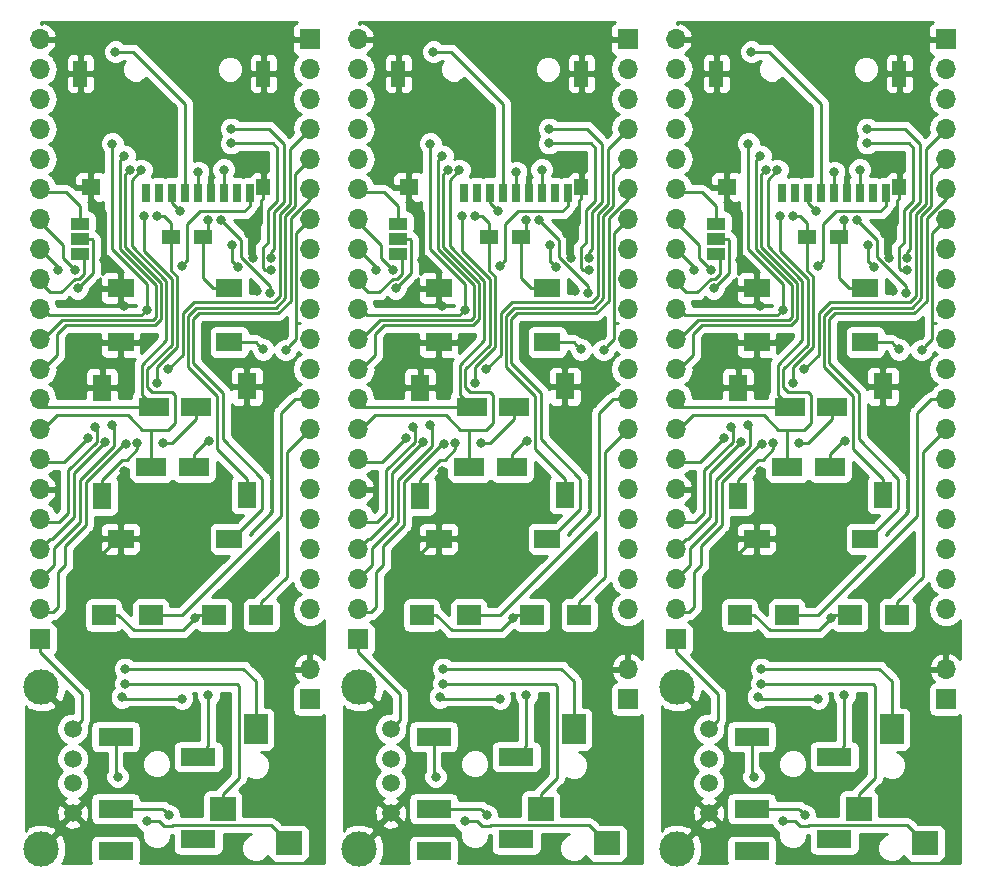
<source format=gbr>
%TF.GenerationSoftware,KiCad,Pcbnew,5.0.0-rc2-dev-unknown-b813eac~63~ubuntu16.04.1*%
%TF.CreationDate,2018-04-08T17:46:50+02:00*%
%TF.ProjectId,F-6888multi,462D363838386D756C74692E6B696361,rev?*%
%TF.SameCoordinates,Original*%
%TF.FileFunction,Copper,L1,Top,Signal*%
%TF.FilePolarity,Positive*%
%FSLAX46Y46*%
G04 Gerber Fmt 4.6, Leading zero omitted, Abs format (unit mm)*
G04 Created by KiCad (PCBNEW 5.0.0-rc2-dev-unknown-b813eac~63~ubuntu16.04.1) date Sun Apr  8 17:46:50 2018*
%MOMM*%
%LPD*%
G01*
G04 APERTURE LIST*
%TA.AperFunction,SMDPad,CuDef*%
%ADD10R,2.600000X1.600000*%
%TD*%
%TA.AperFunction,SMDPad,CuDef*%
%ADD11R,1.500000X1.000000*%
%TD*%
%TA.AperFunction,SMDPad,CuDef*%
%ADD12R,2.180000X1.600000*%
%TD*%
%TA.AperFunction,SMDPad,CuDef*%
%ADD13R,2.000000X2.500000*%
%TD*%
%TA.AperFunction,SMDPad,CuDef*%
%ADD14R,2.200000X2.000000*%
%TD*%
%TA.AperFunction,SMDPad,CuDef*%
%ADD15R,3.000000X1.500000*%
%TD*%
%TA.AperFunction,ComponentPad*%
%ADD16R,1.700000X1.700000*%
%TD*%
%TA.AperFunction,ComponentPad*%
%ADD17O,1.700000X1.700000*%
%TD*%
%TA.AperFunction,SMDPad,CuDef*%
%ADD18R,0.700000X1.600000*%
%TD*%
%TA.AperFunction,SMDPad,CuDef*%
%ADD19R,1.200000X1.400000*%
%TD*%
%TA.AperFunction,SMDPad,CuDef*%
%ADD20R,1.600000X1.400000*%
%TD*%
%TA.AperFunction,SMDPad,CuDef*%
%ADD21R,1.200000X2.200000*%
%TD*%
%TA.AperFunction,SMDPad,CuDef*%
%ADD22R,2.000000X1.700000*%
%TD*%
%TA.AperFunction,SMDPad,CuDef*%
%ADD23R,1.500000X1.300000*%
%TD*%
%TA.AperFunction,SMDPad,CuDef*%
%ADD24R,1.600000X2.180000*%
%TD*%
%TA.AperFunction,ComponentPad*%
%ADD25C,3.000000*%
%TD*%
%TA.AperFunction,ComponentPad*%
%ADD26C,1.500000*%
%TD*%
%TA.AperFunction,ViaPad*%
%ADD27C,0.800000*%
%TD*%
%TA.AperFunction,Conductor*%
%ADD28C,0.250000*%
%TD*%
%TA.AperFunction,Conductor*%
%ADD29C,0.254000*%
%TD*%
%TA.AperFunction,NonConductor*%
%ADD30C,0.254000*%
%TD*%
G04 APERTURE END LIST*
D10*
%TO.P,C5,2*%
%TO.N,N/C*%
X172234000Y-95377000D03*
%TO.P,C5,1*%
X168634000Y-95377000D03*
%TD*%
D11*
%TO.P,JP1,1*%
%TO.N,N/C*%
X162407600Y-82478400D03*
%TO.P,JP1,2*%
X162407600Y-81178400D03*
%TO.P,JP1,3*%
X162407600Y-79878400D03*
%TD*%
D12*
%TO.P,SW5,1*%
%TO.N,N/C*%
X165844000Y-89916000D03*
%TO.P,SW5,2*%
X175024000Y-89916000D03*
%TD*%
D13*
%TO.P,PJ-327A2,5*%
%TO.N,N/C*%
X177292000Y-122684000D03*
D14*
%TO.P,PJ-327A2,2*%
X174492000Y-129434000D03*
%TO.P,PJ-327A2,1*%
X180092000Y-132334000D03*
%TD*%
D15*
%TO.P,PJ-327A1,4*%
%TO.N,N/C*%
X165410000Y-133020000D03*
%TO.P,PJ-327A1,5*%
X165410000Y-129420000D03*
%TO.P,PJ-327A1,6*%
X165410000Y-123320000D03*
%TO.P,PJ-327A1,2*%
X172410000Y-125020000D03*
%TO.P,PJ-327A1,3*%
X172410000Y-132020000D03*
%TD*%
D16*
%TO.P,J2,1*%
%TO.N,N/C*%
X181864000Y-64262000D03*
D17*
%TO.P,J2,2*%
X181864000Y-66802000D03*
%TO.P,J2,3*%
X181864000Y-69342000D03*
%TO.P,J2,4*%
X181864000Y-71882000D03*
%TO.P,J2,5*%
X181864000Y-74422000D03*
%TO.P,J2,6*%
X181864000Y-76962000D03*
%TO.P,J2,7*%
X181864000Y-79502000D03*
%TO.P,J2,8*%
X181864000Y-82042000D03*
%TO.P,J2,9*%
X181864000Y-84582000D03*
%TO.P,J2,10*%
X181864000Y-87122000D03*
%TO.P,J2,11*%
X181864000Y-89662000D03*
%TO.P,J2,12*%
X181864000Y-92202000D03*
%TO.P,J2,13*%
X181864000Y-94742000D03*
%TO.P,J2,14*%
X181864000Y-97282000D03*
%TO.P,J2,15*%
X181864000Y-99822000D03*
%TO.P,J2,16*%
X181864000Y-102362000D03*
%TO.P,J2,17*%
X181864000Y-104902000D03*
%TO.P,J2,18*%
X181864000Y-107442000D03*
%TO.P,J2,19*%
X181864000Y-109982000D03*
%TO.P,J2,20*%
X181864000Y-112522000D03*
%TD*%
D18*
%TO.P,J6,3*%
%TO.N,N/C*%
X170180000Y-77302000D03*
%TO.P,J6,2*%
X169080000Y-77302000D03*
%TO.P,J6,1*%
X167980000Y-77302000D03*
%TO.P,J6,4*%
X171280000Y-77302000D03*
%TO.P,J6,5*%
X172380000Y-77302000D03*
%TO.P,J6,6*%
X173480000Y-77302000D03*
%TO.P,J6,8*%
X175680000Y-77302000D03*
%TO.P,J6,7*%
X174580000Y-77302000D03*
%TO.P,J6,9*%
X176780000Y-77302000D03*
D19*
%TO.P,J6,6*%
X177930000Y-76802000D03*
D20*
X163330000Y-76802000D03*
D21*
X177930000Y-67202000D03*
X162430000Y-67202000D03*
%TD*%
D22*
%TO.P,D2,1*%
%TO.N,N/C*%
X173736000Y-113030000D03*
%TO.P,D2,2*%
X177736000Y-113030000D03*
%TD*%
D16*
%TO.P,J4,1*%
%TO.N,N/C*%
X159004000Y-115062000D03*
D17*
%TO.P,J4,2*%
X159004000Y-112522000D03*
%TO.P,J4,3*%
X159004000Y-109982000D03*
%TO.P,J4,4*%
X159004000Y-107442000D03*
%TO.P,J4,5*%
X159004000Y-104902000D03*
%TO.P,J4,6*%
X159004000Y-102362000D03*
%TO.P,J4,7*%
X159004000Y-99822000D03*
%TO.P,J4,8*%
X159004000Y-97282000D03*
%TO.P,J4,9*%
X159004000Y-94742000D03*
%TO.P,J4,10*%
X159004000Y-92202000D03*
%TO.P,J4,11*%
X159004000Y-89662000D03*
%TO.P,J4,12*%
X159004000Y-87122000D03*
%TO.P,J4,13*%
X159004000Y-84582000D03*
%TO.P,J4,14*%
X159004000Y-82042000D03*
%TO.P,J4,15*%
X159004000Y-79502000D03*
%TO.P,J4,16*%
X159004000Y-76962000D03*
%TO.P,J4,17*%
X159004000Y-74422000D03*
%TO.P,J4,18*%
X159004000Y-71882000D03*
%TO.P,J4,19*%
X159004000Y-69342000D03*
%TO.P,J4,20*%
X159004000Y-66802000D03*
%TO.P,J4,21*%
X159004000Y-64262000D03*
%TD*%
D12*
%TO.P,SW1,2*%
%TO.N,N/C*%
X175024000Y-85344000D03*
%TO.P,SW1,1*%
X165844000Y-85344000D03*
%TD*%
D10*
%TO.P,C4,1*%
%TO.N,N/C*%
X168443500Y-100457000D03*
%TO.P,C4,2*%
X172043500Y-100457000D03*
%TD*%
D12*
%TO.P,SW4,1*%
%TO.N,N/C*%
X165844000Y-106553000D03*
%TO.P,SW4,2*%
X175024000Y-106553000D03*
%TD*%
D23*
%TO.P,R1,2*%
%TO.N,N/C*%
X170100000Y-81026000D03*
%TO.P,R1,1*%
X172800000Y-81026000D03*
%TD*%
D24*
%TO.P,SW2,2*%
%TO.N,N/C*%
X164274500Y-102951500D03*
%TO.P,SW2,1*%
X164274500Y-93771500D03*
%TD*%
%TO.P,SW3,2*%
%TO.N,N/C*%
X176530000Y-102837200D03*
%TO.P,SW3,1*%
X176530000Y-93657200D03*
%TD*%
D22*
%TO.P,D1,2*%
%TO.N,N/C*%
X168402000Y-113030000D03*
%TO.P,D1,1*%
X164402000Y-113030000D03*
%TD*%
D16*
%TO.P,J3,1*%
%TO.N,N/C*%
X181864000Y-120142000D03*
D17*
%TO.P,J3,2*%
X181864000Y-117602000D03*
%TD*%
D25*
%TO.P,J1,5*%
%TO.N,N/C*%
X159115300Y-119122000D03*
X159115300Y-132842000D03*
D26*
%TO.P,J1,1*%
X161785300Y-122682000D03*
%TO.P,J1,2*%
X161785300Y-125222000D03*
%TO.P,J1,3*%
X161785300Y-127252000D03*
%TO.P,J1,4*%
X161785300Y-129792000D03*
%TD*%
D10*
%TO.P,C5,2*%
%TO.N,N/C*%
X145310000Y-95377000D03*
%TO.P,C5,1*%
X141710000Y-95377000D03*
%TD*%
D11*
%TO.P,JP1,1*%
%TO.N,N/C*%
X135483600Y-82478400D03*
%TO.P,JP1,2*%
X135483600Y-81178400D03*
%TO.P,JP1,3*%
X135483600Y-79878400D03*
%TD*%
D12*
%TO.P,SW5,1*%
%TO.N,N/C*%
X138920000Y-89916000D03*
%TO.P,SW5,2*%
X148100000Y-89916000D03*
%TD*%
D13*
%TO.P,PJ-327A2,5*%
%TO.N,N/C*%
X150368000Y-122684000D03*
D14*
%TO.P,PJ-327A2,2*%
X147568000Y-129434000D03*
%TO.P,PJ-327A2,1*%
X153168000Y-132334000D03*
%TD*%
D15*
%TO.P,PJ-327A1,4*%
%TO.N,N/C*%
X138486000Y-133020000D03*
%TO.P,PJ-327A1,5*%
X138486000Y-129420000D03*
%TO.P,PJ-327A1,6*%
X138486000Y-123320000D03*
%TO.P,PJ-327A1,2*%
X145486000Y-125020000D03*
%TO.P,PJ-327A1,3*%
X145486000Y-132020000D03*
%TD*%
D16*
%TO.P,J2,1*%
%TO.N,N/C*%
X154940000Y-64262000D03*
D17*
%TO.P,J2,2*%
X154940000Y-66802000D03*
%TO.P,J2,3*%
X154940000Y-69342000D03*
%TO.P,J2,4*%
X154940000Y-71882000D03*
%TO.P,J2,5*%
X154940000Y-74422000D03*
%TO.P,J2,6*%
X154940000Y-76962000D03*
%TO.P,J2,7*%
X154940000Y-79502000D03*
%TO.P,J2,8*%
X154940000Y-82042000D03*
%TO.P,J2,9*%
X154940000Y-84582000D03*
%TO.P,J2,10*%
X154940000Y-87122000D03*
%TO.P,J2,11*%
X154940000Y-89662000D03*
%TO.P,J2,12*%
X154940000Y-92202000D03*
%TO.P,J2,13*%
X154940000Y-94742000D03*
%TO.P,J2,14*%
X154940000Y-97282000D03*
%TO.P,J2,15*%
X154940000Y-99822000D03*
%TO.P,J2,16*%
X154940000Y-102362000D03*
%TO.P,J2,17*%
X154940000Y-104902000D03*
%TO.P,J2,18*%
X154940000Y-107442000D03*
%TO.P,J2,19*%
X154940000Y-109982000D03*
%TO.P,J2,20*%
X154940000Y-112522000D03*
%TD*%
D18*
%TO.P,J6,3*%
%TO.N,N/C*%
X143256000Y-77302000D03*
%TO.P,J6,2*%
X142156000Y-77302000D03*
%TO.P,J6,1*%
X141056000Y-77302000D03*
%TO.P,J6,4*%
X144356000Y-77302000D03*
%TO.P,J6,5*%
X145456000Y-77302000D03*
%TO.P,J6,6*%
X146556000Y-77302000D03*
%TO.P,J6,8*%
X148756000Y-77302000D03*
%TO.P,J6,7*%
X147656000Y-77302000D03*
%TO.P,J6,9*%
X149856000Y-77302000D03*
D19*
%TO.P,J6,6*%
X151006000Y-76802000D03*
D20*
X136406000Y-76802000D03*
D21*
X151006000Y-67202000D03*
X135506000Y-67202000D03*
%TD*%
D22*
%TO.P,D2,1*%
%TO.N,N/C*%
X146812000Y-113030000D03*
%TO.P,D2,2*%
X150812000Y-113030000D03*
%TD*%
D16*
%TO.P,J4,1*%
%TO.N,N/C*%
X132080000Y-115062000D03*
D17*
%TO.P,J4,2*%
X132080000Y-112522000D03*
%TO.P,J4,3*%
X132080000Y-109982000D03*
%TO.P,J4,4*%
X132080000Y-107442000D03*
%TO.P,J4,5*%
X132080000Y-104902000D03*
%TO.P,J4,6*%
X132080000Y-102362000D03*
%TO.P,J4,7*%
X132080000Y-99822000D03*
%TO.P,J4,8*%
X132080000Y-97282000D03*
%TO.P,J4,9*%
X132080000Y-94742000D03*
%TO.P,J4,10*%
X132080000Y-92202000D03*
%TO.P,J4,11*%
X132080000Y-89662000D03*
%TO.P,J4,12*%
X132080000Y-87122000D03*
%TO.P,J4,13*%
X132080000Y-84582000D03*
%TO.P,J4,14*%
X132080000Y-82042000D03*
%TO.P,J4,15*%
X132080000Y-79502000D03*
%TO.P,J4,16*%
X132080000Y-76962000D03*
%TO.P,J4,17*%
X132080000Y-74422000D03*
%TO.P,J4,18*%
X132080000Y-71882000D03*
%TO.P,J4,19*%
X132080000Y-69342000D03*
%TO.P,J4,20*%
X132080000Y-66802000D03*
%TO.P,J4,21*%
X132080000Y-64262000D03*
%TD*%
D12*
%TO.P,SW1,2*%
%TO.N,N/C*%
X148100000Y-85344000D03*
%TO.P,SW1,1*%
X138920000Y-85344000D03*
%TD*%
D10*
%TO.P,C4,1*%
%TO.N,N/C*%
X141519500Y-100457000D03*
%TO.P,C4,2*%
X145119500Y-100457000D03*
%TD*%
D12*
%TO.P,SW4,1*%
%TO.N,N/C*%
X138920000Y-106553000D03*
%TO.P,SW4,2*%
X148100000Y-106553000D03*
%TD*%
D23*
%TO.P,R1,2*%
%TO.N,N/C*%
X143176000Y-81026000D03*
%TO.P,R1,1*%
X145876000Y-81026000D03*
%TD*%
D24*
%TO.P,SW2,2*%
%TO.N,N/C*%
X137350500Y-102951500D03*
%TO.P,SW2,1*%
X137350500Y-93771500D03*
%TD*%
%TO.P,SW3,2*%
%TO.N,N/C*%
X149606000Y-102837200D03*
%TO.P,SW3,1*%
X149606000Y-93657200D03*
%TD*%
D22*
%TO.P,D1,2*%
%TO.N,N/C*%
X141478000Y-113030000D03*
%TO.P,D1,1*%
X137478000Y-113030000D03*
%TD*%
D16*
%TO.P,J3,1*%
%TO.N,N/C*%
X154940000Y-120142000D03*
D17*
%TO.P,J3,2*%
X154940000Y-117602000D03*
%TD*%
D25*
%TO.P,J1,5*%
%TO.N,N/C*%
X132191300Y-119122000D03*
X132191300Y-132842000D03*
D26*
%TO.P,J1,1*%
X134861300Y-122682000D03*
%TO.P,J1,2*%
X134861300Y-125222000D03*
%TO.P,J1,3*%
X134861300Y-127252000D03*
%TO.P,J1,4*%
X134861300Y-129792000D03*
%TD*%
D12*
%TO.P,SW1,1*%
%TO.N,GND*%
X111996000Y-85344000D03*
%TO.P,SW1,2*%
%TO.N,/RSTN*%
X121176000Y-85344000D03*
%TD*%
D11*
%TO.P,JP1,3*%
%TO.N,/AUDIORN*%
X108559600Y-79878400D03*
%TO.P,JP1,2*%
%TO.N,Net-(JP1-Pad2)*%
X108559600Y-81178400D03*
%TO.P,JP1,1*%
%TO.N,/AUDIOLN*%
X108559600Y-82478400D03*
%TD*%
D26*
%TO.P,J1,4*%
%TO.N,GND*%
X107937300Y-129792000D03*
%TO.P,J1,3*%
%TO.N,/USBD+*%
X107937300Y-127252000D03*
%TO.P,J1,2*%
%TO.N,/USBD-*%
X107937300Y-125222000D03*
%TO.P,J1,1*%
%TO.N,/5V*%
X107937300Y-122682000D03*
D25*
%TO.P,J1,5*%
%TO.N,GND*%
X105267300Y-132842000D03*
X105267300Y-119122000D03*
%TD*%
D14*
%TO.P,PJ-327A2,1*%
%TO.N,Net-(JP1-Pad2)*%
X126244000Y-132334000D03*
%TO.P,PJ-327A2,2*%
%TO.N,/AUDIORP*%
X120644000Y-129434000D03*
D13*
%TO.P,PJ-327A2,5*%
%TO.N,/AUDIOLP*%
X123444000Y-122684000D03*
%TD*%
D15*
%TO.P,PJ-327A1,3*%
%TO.N,N/C*%
X118562000Y-132020000D03*
%TO.P,PJ-327A1,2*%
%TO.N,Net-(PJ-327A1-Pad2)*%
X118562000Y-125020000D03*
%TO.P,PJ-327A1,6*%
%TO.N,Net-(PJ-327A1-Pad6)*%
X111562000Y-123320000D03*
%TO.P,PJ-327A1,5*%
%TO.N,Net-(PJ-327A1-Pad5)*%
X111562000Y-129420000D03*
%TO.P,PJ-327A1,4*%
%TO.N,N/C*%
X111562000Y-133020000D03*
%TD*%
D10*
%TO.P,C4,2*%
%TO.N,Net-(C4-Pad2)*%
X118195500Y-100457000D03*
%TO.P,C4,1*%
%TO.N,/AUXR*%
X114595500Y-100457000D03*
%TD*%
%TO.P,C5,1*%
%TO.N,/AUXL*%
X114786000Y-95377000D03*
%TO.P,C5,2*%
%TO.N,Net-(C5-Pad2)*%
X118386000Y-95377000D03*
%TD*%
D22*
%TO.P,D1,1*%
%TO.N,Net-(D1-Pad1)*%
X110554000Y-113030000D03*
%TO.P,D1,2*%
%TO.N,/LED1*%
X114554000Y-113030000D03*
%TD*%
%TO.P,D2,2*%
%TO.N,/LED2*%
X123888000Y-113030000D03*
%TO.P,D2,1*%
%TO.N,Net-(D1-Pad1)*%
X119888000Y-113030000D03*
%TD*%
D17*
%TO.P,J2,20*%
%TO.N,/SD_DATA*%
X128016000Y-112522000D03*
%TO.P,J2,19*%
%TO.N,/GPIO5*%
X128016000Y-109982000D03*
%TO.P,J2,18*%
%TO.N,/SD_CMD*%
X128016000Y-107442000D03*
%TO.P,J2,17*%
%TO.N,/GPIO10*%
X128016000Y-104902000D03*
%TO.P,J2,16*%
%TO.N,GND*%
X128016000Y-102362000D03*
%TO.P,J2,15*%
%TO.N,/GPIO16*%
X128016000Y-99822000D03*
%TO.P,J2,14*%
%TO.N,/LED2*%
X128016000Y-97282000D03*
%TO.P,J2,13*%
%TO.N,/LED1*%
X128016000Y-94742000D03*
%TO.P,J2,12*%
%TO.N,/MUTE*%
X128016000Y-92202000D03*
%TO.P,J2,11*%
%TO.N,/RX*%
X128016000Y-89662000D03*
%TO.P,J2,10*%
%TO.N,/TX*%
X128016000Y-87122000D03*
%TO.P,J2,9*%
%TO.N,/GPIO6*%
X128016000Y-84582000D03*
%TO.P,J2,8*%
%TO.N,/RSTN*%
X128016000Y-82042000D03*
%TO.P,J2,7*%
%TO.N,/MODE*%
X128016000Y-79502000D03*
%TO.P,J2,6*%
%TO.N,/P.P/CALL*%
X128016000Y-76962000D03*
%TO.P,J2,5*%
%TO.N,/NEXT/VOL+*%
X128016000Y-74422000D03*
%TO.P,J2,4*%
%TO.N,/PREV/VOL-*%
X128016000Y-71882000D03*
%TO.P,J2,3*%
%TO.N,/FMINN*%
X128016000Y-69342000D03*
%TO.P,J2,2*%
%TO.N,/FMINP*%
X128016000Y-66802000D03*
D16*
%TO.P,J2,1*%
%TO.N,GND*%
X128016000Y-64262000D03*
%TD*%
D17*
%TO.P,J3,2*%
%TO.N,GND*%
X128016000Y-117602000D03*
D16*
%TO.P,J3,1*%
%TO.N,Net-(C2-Pad1)*%
X128016000Y-120142000D03*
%TD*%
D21*
%TO.P,J6,6*%
%TO.N,GND*%
X108582000Y-67202000D03*
X124082000Y-67202000D03*
D20*
X109482000Y-76802000D03*
D19*
X124082000Y-76802000D03*
D18*
%TO.P,J6,9*%
%TO.N,Net-(J6-Pad9)*%
X122932000Y-77302000D03*
%TO.P,J6,7*%
%TO.N,/SD_DATA*%
X120732000Y-77302000D03*
%TO.P,J6,8*%
%TO.N,N/C*%
X121832000Y-77302000D03*
%TO.P,J6,6*%
%TO.N,GND*%
X119632000Y-77302000D03*
%TO.P,J6,5*%
%TO.N,/SD_CLK*%
X118532000Y-77302000D03*
%TO.P,J6,4*%
%TO.N,/V3OUT*%
X117432000Y-77302000D03*
%TO.P,J6,1*%
%TO.N,N/C*%
X114132000Y-77302000D03*
%TO.P,J6,2*%
X115232000Y-77302000D03*
%TO.P,J6,3*%
%TO.N,/SD_CMD*%
X116332000Y-77302000D03*
%TD*%
D23*
%TO.P,R1,1*%
%TO.N,/RSTN*%
X118952000Y-81026000D03*
%TO.P,R1,2*%
%TO.N,/VBAT*%
X116252000Y-81026000D03*
%TD*%
D24*
%TO.P,SW2,1*%
%TO.N,GND*%
X110426500Y-93771500D03*
%TO.P,SW2,2*%
%TO.N,/PREV/VOL-*%
X110426500Y-102951500D03*
%TD*%
%TO.P,SW3,1*%
%TO.N,GND*%
X122682000Y-93657200D03*
%TO.P,SW3,2*%
%TO.N,/NEXT/VOL+*%
X122682000Y-102837200D03*
%TD*%
D12*
%TO.P,SW4,2*%
%TO.N,/P.P/CALL*%
X121176000Y-106553000D03*
%TO.P,SW4,1*%
%TO.N,GND*%
X111996000Y-106553000D03*
%TD*%
%TO.P,SW5,2*%
%TO.N,/MODE*%
X121176000Y-89916000D03*
%TO.P,SW5,1*%
%TO.N,GND*%
X111996000Y-89916000D03*
%TD*%
D17*
%TO.P,J4,21*%
%TO.N,GND*%
X105156000Y-64262000D03*
%TO.P,J4,20*%
%TO.N,/ADC*%
X105156000Y-66802000D03*
%TO.P,J4,19*%
%TO.N,/V3OUT*%
X105156000Y-69342000D03*
%TO.P,J4,18*%
%TO.N,/VBAT*%
X105156000Y-71882000D03*
%TO.P,J4,17*%
%TO.N,/VCCIO*%
X105156000Y-74422000D03*
%TO.P,J4,16*%
%TO.N,/AUDIORN*%
X105156000Y-76962000D03*
%TO.P,J4,15*%
%TO.N,/AUDIORP*%
X105156000Y-79502000D03*
%TO.P,J4,14*%
%TO.N,/AUDIOLP*%
X105156000Y-82042000D03*
%TO.P,J4,13*%
%TO.N,/AUDIOLN*%
X105156000Y-84582000D03*
%TO.P,J4,12*%
%TO.N,/MICBIAS*%
X105156000Y-87122000D03*
%TO.P,J4,11*%
%TO.N,/MICIP*%
X105156000Y-89662000D03*
%TO.P,J4,10*%
%TO.N,/NC*%
X105156000Y-92202000D03*
%TO.P,J4,9*%
%TO.N,/AUXL*%
X105156000Y-94742000D03*
%TO.P,J4,8*%
%TO.N,/AUXR*%
X105156000Y-97282000D03*
%TO.P,J4,7*%
%TO.N,/AUX_DET*%
X105156000Y-99822000D03*
%TO.P,J4,6*%
%TO.N,GND*%
X105156000Y-102362000D03*
%TO.P,J4,5*%
%TO.N,/IRDA*%
X105156000Y-104902000D03*
%TO.P,J4,4*%
%TO.N,/USBD-*%
X105156000Y-107442000D03*
%TO.P,J4,3*%
%TO.N,/USBD+*%
X105156000Y-109982000D03*
%TO.P,J4,2*%
%TO.N,/SD_CLK*%
X105156000Y-112522000D03*
D16*
%TO.P,J4,1*%
%TO.N,/5V*%
X105156000Y-115062000D03*
%TD*%
D27*
%TO.N,*%
X179578000Y-125298200D03*
X168630600Y-110058200D03*
X165582600Y-126695200D03*
X166166800Y-86868002D03*
X177469800Y-98679000D03*
X175539400Y-132232400D03*
X177596800Y-129717800D03*
X171018200Y-83489800D03*
X177368200Y-85623400D03*
X167604882Y-75337476D03*
X171043596Y-120091200D03*
X169454990Y-98475800D03*
X178485802Y-85775800D03*
X174324544Y-79579443D03*
X166243000Y-117576600D03*
X166605221Y-75311000D03*
X163091188Y-98018600D03*
X177088800Y-82753200D03*
X181787800Y-129260600D03*
X176749428Y-80788228D03*
X173278800Y-79552800D03*
X164464996Y-82956400D03*
X175310800Y-81661000D03*
X178613959Y-82819989D03*
X175183800Y-71856600D03*
X168097202Y-130454400D03*
X173290390Y-98298000D03*
X161988500Y-83820000D03*
X166217600Y-118846600D03*
X165938198Y-119989600D03*
X168630600Y-116027200D03*
X167970200Y-133197600D03*
X178612800Y-83820000D03*
X175209200Y-73075800D03*
X173837600Y-104013000D03*
X182397400Y-133121400D03*
X169900600Y-129971800D03*
X177901602Y-90525600D03*
X165404800Y-65328800D03*
X179801623Y-90576400D03*
X167250231Y-98419551D03*
X160528000Y-83820000D03*
X166155210Y-74142600D03*
X168090331Y-87159492D03*
X172415200Y-75514200D03*
X166259933Y-98558521D03*
X170864095Y-78831225D03*
X164540907Y-98361763D03*
X167817800Y-79273400D03*
X176834800Y-91490800D03*
X178028600Y-88849200D03*
X175738136Y-83568246D03*
X163644608Y-97143000D03*
X179552600Y-93522800D03*
X165113800Y-96926400D03*
X162192810Y-85369400D03*
X168503600Y-121869200D03*
X169849800Y-92202000D03*
X168910000Y-79248000D03*
X158597600Y-122148600D03*
X168935400Y-93395800D03*
X173024800Y-73736200D03*
X173278801Y-119811799D03*
X171424600Y-122047000D03*
X173228000Y-127050800D03*
X165136990Y-73101200D03*
X166090600Y-100812600D03*
X178003200Y-109093000D03*
X169519600Y-75412600D03*
X162534600Y-108966000D03*
X166268400Y-92024200D03*
X158724600Y-129717800D03*
X172175010Y-113233200D03*
X174566159Y-75303701D03*
X152654000Y-125298200D03*
X141706600Y-110058200D03*
X138658600Y-126695200D03*
X139242800Y-86868002D03*
X150545800Y-98679000D03*
X148615400Y-132232400D03*
X150672800Y-129717800D03*
X144094200Y-83489800D03*
X150444200Y-85623400D03*
X140680882Y-75337476D03*
X144119596Y-120091200D03*
X142530990Y-98475800D03*
X151561802Y-85775800D03*
X147400544Y-79579443D03*
X139319000Y-117576600D03*
X139681221Y-75311000D03*
X136167188Y-98018600D03*
X150164800Y-82753200D03*
X154863800Y-129260600D03*
X149825428Y-80788228D03*
X146354800Y-79552800D03*
X137540996Y-82956400D03*
X148386800Y-81661000D03*
X151689959Y-82819989D03*
X148259800Y-71856600D03*
X141173202Y-130454400D03*
X146366390Y-98298000D03*
X135064500Y-83820000D03*
X139293600Y-118846600D03*
X139014198Y-119989600D03*
X141706600Y-116027200D03*
X141046200Y-133197600D03*
X151688800Y-83820000D03*
X148285200Y-73075800D03*
X146913600Y-104013000D03*
X155473400Y-133121400D03*
X142976600Y-129971800D03*
X150977602Y-90525600D03*
X138480800Y-65328800D03*
X152877623Y-90576400D03*
X140326231Y-98419551D03*
X133604000Y-83820000D03*
X139231210Y-74142600D03*
X141166331Y-87159492D03*
X145491200Y-75514200D03*
X139335933Y-98558521D03*
X143940095Y-78831225D03*
X137616907Y-98361763D03*
X140893800Y-79273400D03*
X149910800Y-91490800D03*
X151104600Y-88849200D03*
X148814136Y-83568246D03*
X136720608Y-97143000D03*
X152628600Y-93522800D03*
X138189800Y-96926400D03*
X135268810Y-85369400D03*
X141579600Y-121869200D03*
X142925800Y-92202000D03*
X141986000Y-79248000D03*
X131673600Y-122148600D03*
X142011400Y-93395800D03*
X146100800Y-73736200D03*
X146354801Y-119811799D03*
X144500600Y-122047000D03*
X146304000Y-127050800D03*
X138212990Y-73101200D03*
X139166600Y-100812600D03*
X151079200Y-109093000D03*
X142595600Y-75412600D03*
X135610600Y-108966000D03*
X139344400Y-92024200D03*
X131800600Y-129717800D03*
X145251010Y-113233200D03*
X147642159Y-75303701D03*
%TO.N,/MICBIAS*%
X114242331Y-87159492D03*
%TO.N,GND*%
X125704600Y-93522800D03*
X124180600Y-88849200D03*
X123520200Y-85623400D03*
X123240800Y-82753200D03*
X110616996Y-82956400D03*
X114782600Y-110058200D03*
X108686600Y-108966000D03*
X127939800Y-129260600D03*
X124155200Y-109093000D03*
X128549400Y-133121400D03*
X104749600Y-122148600D03*
X104876600Y-129717800D03*
X119380000Y-127050800D03*
X117576600Y-122047000D03*
X125730000Y-125298200D03*
X123748800Y-129717800D03*
X121691400Y-132232400D03*
X114122200Y-133197600D03*
X114655600Y-121869200D03*
X114782600Y-116027200D03*
X123621800Y-98679000D03*
X122986800Y-91490800D03*
X112318800Y-86868002D03*
X122901428Y-80788228D03*
X115671600Y-75412600D03*
X119176800Y-73736200D03*
X112242600Y-100812600D03*
X112420400Y-92024200D03*
%TO.N,/MICBIAS*%
X111288990Y-73101200D03*
%TO.N,GND*%
X119989600Y-104013000D03*
%TO.N,/MICIP*%
X112090198Y-119989600D03*
X117195596Y-120091200D03*
X112307210Y-74142600D03*
%TO.N,Net-(C4-Pad2)*%
X119442390Y-98298000D03*
%TO.N,/AUXR*%
X113969800Y-79273400D03*
%TO.N,/AUXL*%
X113756882Y-75337476D03*
%TO.N,Net-(C5-Pad2)*%
X115606990Y-98475800D03*
%TO.N,Net-(D1-Pad1)*%
X118327010Y-113233200D03*
%TO.N,/LED1*%
X121890136Y-83568246D03*
X121462800Y-81661000D03*
%TO.N,/RSTN*%
X119430800Y-79552800D03*
%TO.N,/MODE*%
X124053602Y-90525600D03*
X125953623Y-90576400D03*
%TO.N,/PREV/VOL-*%
X116001800Y-92202000D03*
X113402231Y-98419551D03*
%TO.N,/SD_DATA*%
X120718159Y-75303701D03*
%TO.N,/SD_CMD*%
X117016095Y-78831225D03*
%TO.N,/MUTE*%
X124637802Y-85775800D03*
X120476544Y-79579443D03*
%TO.N,/TX*%
X124764800Y-83820000D03*
X121361200Y-73075800D03*
%TO.N,/GPIO6*%
X124765959Y-82819989D03*
X121335800Y-71856600D03*
%TO.N,/SD_CLK*%
X112411933Y-98558521D03*
X118567200Y-75514200D03*
%TO.N,/USBD+*%
X111265800Y-96926400D03*
%TO.N,/USBD-*%
X110692907Y-98361763D03*
%TO.N,/AUX_DET*%
X109243188Y-98018600D03*
%TO.N,/NC*%
X112757221Y-75311000D03*
%TO.N,/AUDIOLP*%
X112395000Y-117576600D03*
X106680000Y-83820000D03*
%TO.N,/AUDIORP*%
X112369600Y-118846600D03*
X108140500Y-83820000D03*
%TO.N,/VBAT*%
X115062000Y-79248000D03*
X115087400Y-93395800D03*
%TO.N,/V3OUT*%
X111556800Y-65328800D03*
%TO.N,Net-(PJ-327A1-Pad5)*%
X116052600Y-129971800D03*
%TO.N,Net-(PJ-327A1-Pad2)*%
X119430801Y-119811799D03*
%TO.N,Net-(PJ-327A1-Pad6)*%
X111734600Y-126695200D03*
%TO.N,/IRDA*%
X109796608Y-97143000D03*
%TO.N,Net-(JP1-Pad2)*%
X108344810Y-85369400D03*
X114249202Y-130454400D03*
%TO.N,Net-(J6-Pad9)*%
X117170200Y-83489800D03*
%TD*%
D28*
%TO.N,*%
X177292002Y-89916000D02*
X177501603Y-90125601D01*
X176780000Y-78352000D02*
X176304202Y-78827798D01*
X165844000Y-85344000D02*
X165844000Y-86545202D01*
X167970200Y-133197600D02*
X168535885Y-133197600D01*
X163482601Y-81253401D02*
X163482601Y-84079609D01*
X162407600Y-81178400D02*
X163407600Y-81178400D01*
X163330000Y-77752000D02*
X164490400Y-78912400D01*
X164490400Y-82365311D02*
X164464996Y-82390715D01*
X164490400Y-78912400D02*
X164490400Y-82365311D01*
X160608200Y-105156000D02*
X161395600Y-104368600D01*
X168108798Y-92233590D02*
X170173388Y-90169000D01*
X170459400Y-94361000D02*
X170219202Y-94120802D01*
X173480000Y-74191400D02*
X173480000Y-77302000D01*
X159004000Y-105156000D02*
X160608200Y-105156000D01*
X168662887Y-130454400D02*
X168097202Y-130454400D01*
X182397400Y-129870200D02*
X182187799Y-129660599D01*
X159004000Y-87376000D02*
X159537400Y-87376000D01*
X168097200Y-85013800D02*
X165136990Y-82053590D01*
X181864000Y-77774802D02*
X181864000Y-76962000D01*
X176530000Y-96342200D02*
X176530000Y-93657200D01*
X171469196Y-79889204D02*
X171469196Y-83038804D01*
X168634000Y-95377000D02*
X159385000Y-95377000D01*
X159385000Y-95377000D02*
X159004000Y-94996000D01*
X177292000Y-122684000D02*
X177292000Y-118644000D01*
X177292000Y-118644000D02*
X176224600Y-117576600D01*
X176224600Y-117576600D02*
X166808685Y-117576600D01*
X163816198Y-98341202D02*
X163816198Y-97314590D01*
X165652000Y-113030000D02*
X166940999Y-114318999D01*
X165755211Y-82035400D02*
X165755211Y-74542599D01*
X168823355Y-87773649D02*
X168823355Y-85103544D01*
X160876987Y-88043013D02*
X168553991Y-88043013D01*
X159004000Y-89916000D02*
X160876987Y-88043013D01*
X178860401Y-82007862D02*
X178613959Y-82254304D01*
X174324544Y-79579443D02*
X176035801Y-81290700D01*
X159853999Y-85685999D02*
X160814505Y-85685999D01*
X159004000Y-84836000D02*
X159853999Y-85685999D01*
X162713502Y-82784302D02*
X162407600Y-82478400D01*
X162336502Y-84545002D02*
X162713502Y-84168002D01*
X160814505Y-85685999D02*
X161955502Y-84545002D01*
X161955502Y-84545002D02*
X162336502Y-84545002D01*
X162713502Y-84168002D02*
X162713502Y-82784302D01*
X160477200Y-89204800D02*
X161188976Y-88493024D01*
X159004000Y-92456000D02*
X160477200Y-90982800D01*
X166205222Y-75710999D02*
X166605221Y-75311000D01*
X169273366Y-84917144D02*
X166205222Y-81849000D01*
X162535299Y-121932001D02*
X162535299Y-119693299D01*
X176749428Y-82413828D02*
X177088800Y-82753200D01*
X165554000Y-106553000D02*
X163141000Y-108966000D01*
X182187799Y-129660599D02*
X181787800Y-129260600D01*
X177520600Y-91490800D02*
X179552600Y-93522800D01*
X169273366Y-87960049D02*
X169273366Y-84917144D01*
X168740391Y-88493024D02*
X169273366Y-87960049D01*
X161188976Y-88493024D02*
X168740391Y-88493024D01*
X160477200Y-90982800D02*
X160477200Y-89204800D01*
X166205222Y-81849000D02*
X166205222Y-75710999D01*
X162691189Y-98418599D02*
X163091188Y-98018600D01*
X159004000Y-100076000D02*
X161033788Y-100076000D01*
X161033788Y-100076000D02*
X162691189Y-98418599D01*
X166780233Y-76162125D02*
X167604882Y-75337476D01*
X173736000Y-113030000D02*
X172378210Y-113030000D01*
X172378210Y-113030000D02*
X172175010Y-113233200D01*
X175338137Y-83168247D02*
X175738136Y-83568246D01*
X164402000Y-113030000D02*
X165652000Y-113030000D01*
X170020675Y-98475800D02*
X169454990Y-98475800D01*
X172234000Y-95377000D02*
X172234000Y-96427000D01*
X172043500Y-100457000D02*
X172043500Y-99407000D01*
X171775011Y-113633199D02*
X172175010Y-113233200D01*
X166940999Y-114318999D02*
X171089211Y-114318999D01*
X167671606Y-97332800D02*
X168478200Y-97332800D01*
X176834800Y-91490800D02*
X177520600Y-91490800D01*
X164464996Y-82390715D02*
X164464996Y-82956400D01*
X168090331Y-85350869D02*
X168097200Y-85344000D01*
X163816198Y-97314590D02*
X163644608Y-97143000D01*
X170219202Y-94120802D02*
X168485798Y-94120802D01*
X180238988Y-79399814D02*
X181864000Y-77774802D01*
X176304202Y-78827798D02*
X172530602Y-78827798D01*
X168097200Y-85344000D02*
X168097200Y-85013800D01*
X181864000Y-97282000D02*
X179901009Y-99244991D01*
X179901009Y-99244991D02*
X179901009Y-109764991D01*
X179901009Y-109764991D02*
X177736000Y-111930000D01*
X177736000Y-111930000D02*
X177736000Y-113030000D01*
X175024000Y-85344000D02*
X173684000Y-85344000D01*
X173684000Y-85344000D02*
X172800000Y-84460000D01*
X172800000Y-84460000D02*
X172800000Y-81026000D01*
X172900000Y-81026000D02*
X173278800Y-80647200D01*
X173278800Y-80647200D02*
X173278800Y-80118485D01*
X173278800Y-80118485D02*
X173278800Y-79552800D01*
X162592809Y-84969401D02*
X162192810Y-85369400D01*
X163482601Y-84079609D02*
X162592809Y-84969401D01*
X170262402Y-130810000D02*
X170172399Y-130900003D01*
X168535885Y-133197600D02*
X168866085Y-133527800D01*
X169849800Y-97332800D02*
X170459400Y-96723200D01*
X172900000Y-81026000D02*
X172800000Y-81026000D01*
X181014001Y-80351999D02*
X181864000Y-79502000D01*
X180688999Y-80677001D02*
X181014001Y-80351999D01*
X180688999Y-88138000D02*
X180688999Y-80677001D01*
X175024000Y-89916000D02*
X177292002Y-89916000D01*
X180688999Y-88138000D02*
X180688999Y-89689024D01*
X179451000Y-95910400D02*
X180619400Y-94742000D01*
X180619400Y-94742000D02*
X181864000Y-94742000D01*
X179451000Y-104601002D02*
X179451000Y-95910400D01*
X168402000Y-113030000D02*
X171022002Y-113030000D01*
X171022002Y-113030000D02*
X179451000Y-104601002D01*
X170100000Y-80126000D02*
X170100000Y-81026000D01*
X172043500Y-99407000D02*
X173152500Y-98298000D01*
X170100000Y-79872315D02*
X170100000Y-80126000D01*
X169475685Y-79248000D02*
X170100000Y-79872315D01*
X168910000Y-79248000D02*
X169475685Y-79248000D01*
X170630799Y-90347999D02*
X168935400Y-92043398D01*
X170630799Y-84365345D02*
X170630799Y-90347999D01*
X170100000Y-83834546D02*
X170630799Y-84365345D01*
X168935400Y-92043398D02*
X168935400Y-93395800D01*
X170100000Y-81026000D02*
X170100000Y-83834546D01*
X180688999Y-89689024D02*
X180201622Y-90176401D01*
X159754402Y-87593002D02*
X167656821Y-87593002D01*
X176035801Y-81290700D02*
X176035801Y-82734716D01*
X166109479Y-98558521D02*
X162881200Y-101786800D01*
X161137600Y-108779200D02*
X160528000Y-109388800D01*
X166259933Y-98558521D02*
X166109479Y-98558521D01*
X162881200Y-101786800D02*
X162881200Y-105419000D01*
X169056198Y-130454400D02*
X168662887Y-130454400D01*
X160953501Y-82785001D02*
X161588501Y-83420001D01*
X161588501Y-83420001D02*
X161988500Y-83820000D01*
X159004000Y-79756000D02*
X160953501Y-81705501D01*
X175842000Y-126834000D02*
X175842000Y-119003201D01*
X174492000Y-129434000D02*
X174492000Y-128184000D01*
X175842000Y-119003201D02*
X175685399Y-118846600D01*
X166783285Y-118846600D02*
X166217600Y-118846600D01*
X175685399Y-118846600D02*
X166783285Y-118846600D01*
X174492000Y-128184000D02*
X175842000Y-126834000D01*
X171043596Y-120091200D02*
X166039798Y-120091200D01*
X166039798Y-120091200D02*
X165938198Y-119989600D01*
X168485798Y-94120802D02*
X168108798Y-93743802D01*
X177888945Y-83661830D02*
X178047115Y-83820000D01*
X178739800Y-73075800D02*
X179120800Y-73456800D01*
X178047115Y-83820000D02*
X178612800Y-83820000D01*
X178358800Y-78734360D02*
X178358800Y-81476996D01*
X168108798Y-93743802D02*
X168108798Y-92233590D01*
X179120800Y-73456800D02*
X179120800Y-77972360D01*
X161395600Y-104368600D02*
X161395600Y-100761800D01*
X162535299Y-119693299D02*
X159004000Y-116162000D01*
X181864000Y-74422000D02*
X180594002Y-75691998D01*
X178613959Y-82254304D02*
X178613959Y-82819989D01*
X175183800Y-71856600D02*
X178384200Y-71856600D01*
X178384200Y-71856600D02*
X179693980Y-73166380D01*
X178860401Y-78869169D02*
X178860401Y-82007862D01*
X178358800Y-81476996D02*
X177888945Y-81946851D01*
X179693980Y-78035590D02*
X178860401Y-78869169D01*
X175209200Y-73075800D02*
X178739800Y-73075800D01*
X173152500Y-98298000D02*
X173290390Y-98298000D01*
X179693980Y-73166380D02*
X179693980Y-78035590D01*
X177888945Y-81946851D02*
X177888945Y-83661830D01*
X175310800Y-81661000D02*
X175310800Y-83140910D01*
X171089211Y-114318999D02*
X171775011Y-113633199D01*
X175310800Y-83140910D02*
X175338137Y-83168247D01*
X177596800Y-127279400D02*
X179578000Y-125298200D01*
X169501801Y-130900003D02*
X169056198Y-130454400D01*
X161395600Y-100761800D02*
X163816198Y-98341202D01*
X176780000Y-77302000D02*
X176780000Y-78352000D01*
X165136990Y-82053590D02*
X165136990Y-73101200D01*
X175793400Y-111302800D02*
X177603201Y-109492999D01*
X170173388Y-90169000D02*
X170173388Y-84544344D01*
X165844000Y-86545202D02*
X166166800Y-86868002D01*
X180201622Y-90176401D02*
X179801623Y-90576400D01*
X175024000Y-106553000D02*
X175314000Y-106553000D01*
X169348800Y-129420000D02*
X169500601Y-129571801D01*
X171530820Y-91988818D02*
X174015400Y-94473398D01*
X164274500Y-101611500D02*
X164274500Y-102951500D01*
X171980831Y-87962769D02*
X172491977Y-87451623D01*
X172491977Y-87451623D02*
X179181201Y-87451623D01*
X171980831Y-91666031D02*
X171980831Y-87962769D01*
X180688999Y-88290400D02*
X181000400Y-88290400D01*
X178994801Y-87001612D02*
X172256188Y-87001612D01*
X177854000Y-101476200D02*
X174498000Y-98120200D01*
X166877802Y-65328800D02*
X165404800Y-65328800D01*
X180143989Y-78221991D02*
X179338957Y-79027023D01*
X170528000Y-81280000D02*
X170428000Y-81280000D01*
X166362667Y-99872800D02*
X165957398Y-99872800D01*
X180594002Y-75691998D02*
X180594002Y-78408390D01*
X179338960Y-79027026D02*
X179338957Y-79027023D01*
X173024800Y-73736200D02*
X173480000Y-74191400D01*
X171080809Y-87465791D02*
X172045799Y-86500801D01*
X177930000Y-77752000D02*
X177730990Y-77951010D01*
X167250231Y-98985236D02*
X166362667Y-99872800D01*
X179788977Y-86207436D02*
X178994801Y-87001612D01*
X172256188Y-87001612D02*
X171530820Y-87726980D01*
X167250231Y-98419551D02*
X167250231Y-98985236D01*
X171280000Y-69730998D02*
X166877802Y-65328800D01*
X165410000Y-123320000D02*
X165410000Y-126522600D01*
X180688999Y-88290400D02*
X180688999Y-88138000D01*
X179120800Y-77972360D02*
X178358800Y-78734360D01*
X177501603Y-90125601D02*
X177901602Y-90525600D01*
X172234000Y-96427000D02*
X170185200Y-98475800D01*
X160528000Y-83566000D02*
X160528000Y-83820000D01*
X159004000Y-82042000D02*
X160528000Y-83566000D01*
X166808685Y-117576600D02*
X166243000Y-117576600D01*
X178485802Y-85210115D02*
X178485802Y-85775800D01*
X178485802Y-85184717D02*
X178485802Y-85210115D01*
X170185200Y-98475800D02*
X170020675Y-98475800D01*
X161785300Y-122682000D02*
X162535299Y-121932001D01*
X178409600Y-117602000D02*
X175793400Y-114985800D01*
X180238988Y-86393836D02*
X180238988Y-79399814D01*
X177730990Y-77951010D02*
X177730990Y-79806666D01*
X169030599Y-109658201D02*
X168630600Y-110058200D01*
X168090331Y-87159492D02*
X168090331Y-85350869D01*
X170172399Y-130900003D02*
X169501801Y-130900003D01*
X162407600Y-101568072D02*
X165265908Y-98709764D01*
X160179001Y-107384599D02*
X162407600Y-105156000D01*
X172415200Y-77266800D02*
X172380000Y-77302000D01*
X172415200Y-75514200D02*
X172415200Y-77266800D01*
X170864095Y-78831225D02*
X170180000Y-78147130D01*
X160104000Y-112776000D02*
X159004000Y-112776000D01*
X160528000Y-112352000D02*
X160104000Y-112776000D01*
X160528000Y-109388800D02*
X160528000Y-112352000D01*
X161137600Y-107162600D02*
X161137600Y-108779200D01*
X170180000Y-78147130D02*
X170180000Y-77302000D01*
X162881200Y-105419000D02*
X161137600Y-107162600D01*
X176035801Y-82734716D02*
X178485802Y-85184717D01*
X166780233Y-81787600D02*
X166780233Y-76162125D01*
X161899600Y-101003070D02*
X161899600Y-104749600D01*
X164540907Y-98361763D02*
X161899600Y-101003070D01*
X159853999Y-106592001D02*
X159004000Y-107442000D01*
X160057199Y-106592001D02*
X159853999Y-106592001D01*
X161899600Y-104749600D02*
X160057199Y-106592001D01*
X169723377Y-84730744D02*
X166780233Y-81787600D01*
X169723377Y-89761613D02*
X169723377Y-84730744D01*
X167658787Y-94401787D02*
X167658787Y-92303600D01*
X168823355Y-85103544D02*
X165755211Y-82035400D01*
X159004000Y-97536000D02*
X160440201Y-96099799D01*
X160440201Y-96099799D02*
X166438605Y-96099799D01*
X168553991Y-88043013D02*
X168823355Y-87773649D01*
X168634000Y-95377000D02*
X167658787Y-94401787D01*
X167658787Y-92303600D02*
X167658789Y-91826201D01*
X167658789Y-91826201D02*
X169723377Y-89761613D01*
X167690332Y-87559491D02*
X168090331Y-87159492D01*
X168478200Y-97332800D02*
X169849800Y-97332800D01*
X159537400Y-87376000D02*
X159754402Y-87593002D01*
X173837600Y-104013000D02*
X173837600Y-104851200D01*
X177603201Y-109492999D02*
X178003200Y-109093000D01*
X176749428Y-80788228D02*
X176749428Y-82413828D01*
X163330000Y-76802000D02*
X163330000Y-77752000D01*
X177469800Y-97282000D02*
X176530000Y-96342200D01*
X176530000Y-93657200D02*
X176530000Y-91795600D01*
X176530000Y-91795600D02*
X176834800Y-91490800D01*
X177469800Y-98679000D02*
X177469800Y-97282000D01*
X163100285Y-108966000D02*
X162534600Y-108966000D01*
X163141000Y-108966000D02*
X163100285Y-108966000D01*
X167656821Y-87593002D02*
X167690332Y-87559491D01*
X173837600Y-104851200D02*
X169030599Y-109658201D01*
X166598600Y-96259794D02*
X167671606Y-97332800D01*
X166438605Y-96099799D02*
X166598600Y-96259794D01*
X168443500Y-97367500D02*
X168443500Y-100457000D01*
X168478200Y-97332800D02*
X168443500Y-97367500D01*
X167817800Y-82188756D02*
X167817800Y-79273400D01*
X170173388Y-84544344D02*
X167817800Y-82188756D01*
X159004000Y-77216000D02*
X161213800Y-77216000D01*
X162407600Y-78409800D02*
X162407600Y-79878400D01*
X161213800Y-77216000D02*
X162407600Y-78409800D01*
X160953501Y-81705501D02*
X160953501Y-82785001D01*
X165755211Y-74542599D02*
X166155210Y-74142600D01*
X165265908Y-97078508D02*
X165113800Y-96926400D01*
X165265908Y-98709764D02*
X165265908Y-97078508D01*
X160179001Y-108806999D02*
X160179001Y-107384599D01*
X159004000Y-109982000D02*
X160179001Y-108806999D01*
X162407600Y-105156000D02*
X162407600Y-101568072D01*
X170459400Y-96723200D02*
X170459400Y-94361000D01*
X163407600Y-81178400D02*
X163482601Y-81253401D01*
X172530602Y-78827798D02*
X171469196Y-79889204D01*
X174015400Y-94473398D02*
X174015400Y-98982600D01*
X179181201Y-87451623D02*
X180238988Y-86393836D01*
X182397400Y-133121400D02*
X182397400Y-129870200D01*
X159004000Y-116162000D02*
X159004000Y-115062000D01*
X179338957Y-79027023D02*
X180143990Y-78221990D01*
X172045799Y-86500801D02*
X178859201Y-86500801D01*
X165957398Y-99872800D02*
X164274500Y-101555698D01*
X180143990Y-73602010D02*
X180143990Y-78221990D01*
X175314000Y-106553000D02*
X177854000Y-104013000D01*
X164274500Y-101555698D02*
X164274500Y-101611500D01*
X165410000Y-126522600D02*
X165582600Y-126695200D01*
X171530820Y-87726980D02*
X171530820Y-91988818D01*
X177730990Y-79806666D02*
X177149427Y-80388229D01*
X173837600Y-104013000D02*
X168478200Y-104013000D01*
X165410000Y-129420000D02*
X169348800Y-129420000D01*
X181864000Y-117602000D02*
X178409600Y-117602000D01*
X177854000Y-104013000D02*
X177854000Y-101476200D01*
X173278801Y-119811799D02*
X173278801Y-124151199D01*
X169519600Y-75412600D02*
X165100000Y-70993000D01*
X173278801Y-124151199D02*
X172410000Y-125020000D01*
X176530000Y-101497200D02*
X176530000Y-102837200D01*
X174498000Y-98120200D02*
X174498000Y-94183200D01*
X181864000Y-71882000D02*
X180143990Y-73602010D01*
X166090600Y-101625400D02*
X166090600Y-100812600D01*
X165868401Y-91484399D02*
X165844000Y-91459998D01*
X165844000Y-91459998D02*
X165844000Y-89916000D01*
X178859201Y-86500801D02*
X179338960Y-86021042D01*
X165868401Y-91624201D02*
X165868401Y-91484399D01*
X166268400Y-92024200D02*
X165868401Y-91624201D01*
X158724600Y-122275600D02*
X158597600Y-122148600D01*
X165100000Y-70993000D02*
X164769800Y-70993000D01*
X163330000Y-72432800D02*
X163330000Y-76802000D01*
X177930000Y-76802000D02*
X177930000Y-77752000D01*
X179788977Y-79213415D02*
X179788977Y-86207436D01*
X169214800Y-106553000D02*
X165844000Y-106553000D01*
X174015400Y-98982600D02*
X176530000Y-101497200D01*
X171754800Y-104013000D02*
X169214800Y-106553000D01*
X171469196Y-83038804D02*
X171418199Y-83089801D01*
X174498000Y-94183200D02*
X171980831Y-91666031D01*
X169849800Y-92202000D02*
X171080810Y-90970990D01*
X180594002Y-78408390D02*
X179788977Y-79213415D01*
X177596800Y-129717800D02*
X177596800Y-127279400D01*
X173837600Y-104013000D02*
X171754800Y-104013000D01*
X177149427Y-80388229D02*
X176749428Y-80788228D01*
X175793400Y-114985800D02*
X175793400Y-111302800D01*
X168478200Y-104013000D02*
X166090600Y-101625400D01*
X171280000Y-77302000D02*
X171280000Y-69730998D01*
X171080810Y-90970990D02*
X171080809Y-87465791D01*
X168866085Y-133527800D02*
X174244000Y-133527800D01*
X179338960Y-86021042D02*
X179338960Y-79027026D01*
X164769800Y-70993000D02*
X163330000Y-72432800D01*
X158724600Y-129717800D02*
X158724600Y-122275600D01*
X178568000Y-130810000D02*
X170262402Y-130810000D01*
X179566990Y-131808990D02*
X178568000Y-130810000D01*
X174244000Y-133527800D02*
X175539400Y-132232400D01*
X171418199Y-83089801D02*
X171018200Y-83489800D01*
X165844000Y-106553000D02*
X165554000Y-106553000D01*
X174580000Y-77302000D02*
X174580000Y-75317542D01*
X174580000Y-75317542D02*
X174566159Y-75303701D01*
X169500601Y-129571801D02*
X169900600Y-129971800D01*
X150368002Y-89916000D02*
X150577603Y-90125601D01*
X149856000Y-78352000D02*
X149380202Y-78827798D01*
X138920000Y-85344000D02*
X138920000Y-86545202D01*
X141046200Y-133197600D02*
X141611885Y-133197600D01*
X136558601Y-81253401D02*
X136558601Y-84079609D01*
X135483600Y-81178400D02*
X136483600Y-81178400D01*
X136406000Y-77752000D02*
X137566400Y-78912400D01*
X137566400Y-82365311D02*
X137540996Y-82390715D01*
X137566400Y-78912400D02*
X137566400Y-82365311D01*
X133684200Y-105156000D02*
X134471600Y-104368600D01*
X141184798Y-92233590D02*
X143249388Y-90169000D01*
X143535400Y-94361000D02*
X143295202Y-94120802D01*
X146556000Y-74191400D02*
X146556000Y-77302000D01*
X132080000Y-105156000D02*
X133684200Y-105156000D01*
X141738887Y-130454400D02*
X141173202Y-130454400D01*
X155473400Y-129870200D02*
X155263799Y-129660599D01*
X132080000Y-87376000D02*
X132613400Y-87376000D01*
X141173200Y-85013800D02*
X138212990Y-82053590D01*
X154940000Y-77774802D02*
X154940000Y-76962000D01*
X149606000Y-96342200D02*
X149606000Y-93657200D01*
X144545196Y-79889204D02*
X144545196Y-83038804D01*
X141710000Y-95377000D02*
X132461000Y-95377000D01*
X132461000Y-95377000D02*
X132080000Y-94996000D01*
X150368000Y-122684000D02*
X150368000Y-118644000D01*
X150368000Y-118644000D02*
X149300600Y-117576600D01*
X149300600Y-117576600D02*
X139884685Y-117576600D01*
X136892198Y-98341202D02*
X136892198Y-97314590D01*
X138728000Y-113030000D02*
X140016999Y-114318999D01*
X138831211Y-82035400D02*
X138831211Y-74542599D01*
X141899355Y-87773649D02*
X141899355Y-85103544D01*
X133952987Y-88043013D02*
X141629991Y-88043013D01*
X132080000Y-89916000D02*
X133952987Y-88043013D01*
X151936401Y-82007862D02*
X151689959Y-82254304D01*
X147400544Y-79579443D02*
X149111801Y-81290700D01*
X132929999Y-85685999D02*
X133890505Y-85685999D01*
X132080000Y-84836000D02*
X132929999Y-85685999D01*
X135789502Y-82784302D02*
X135483600Y-82478400D01*
X135412502Y-84545002D02*
X135789502Y-84168002D01*
X133890505Y-85685999D02*
X135031502Y-84545002D01*
X135031502Y-84545002D02*
X135412502Y-84545002D01*
X135789502Y-84168002D02*
X135789502Y-82784302D01*
X133553200Y-89204800D02*
X134264976Y-88493024D01*
X132080000Y-92456000D02*
X133553200Y-90982800D01*
X139281222Y-75710999D02*
X139681221Y-75311000D01*
X142349366Y-84917144D02*
X139281222Y-81849000D01*
X135611299Y-121932001D02*
X135611299Y-119693299D01*
X149825428Y-82413828D02*
X150164800Y-82753200D01*
X138630000Y-106553000D02*
X136217000Y-108966000D01*
X155263799Y-129660599D02*
X154863800Y-129260600D01*
X150596600Y-91490800D02*
X152628600Y-93522800D01*
X142349366Y-87960049D02*
X142349366Y-84917144D01*
X141816391Y-88493024D02*
X142349366Y-87960049D01*
X134264976Y-88493024D02*
X141816391Y-88493024D01*
X133553200Y-90982800D02*
X133553200Y-89204800D01*
X139281222Y-81849000D02*
X139281222Y-75710999D01*
X135767189Y-98418599D02*
X136167188Y-98018600D01*
X132080000Y-100076000D02*
X134109788Y-100076000D01*
X134109788Y-100076000D02*
X135767189Y-98418599D01*
X139856233Y-76162125D02*
X140680882Y-75337476D01*
X146812000Y-113030000D02*
X145454210Y-113030000D01*
X145454210Y-113030000D02*
X145251010Y-113233200D01*
X148414137Y-83168247D02*
X148814136Y-83568246D01*
X137478000Y-113030000D02*
X138728000Y-113030000D01*
X143096675Y-98475800D02*
X142530990Y-98475800D01*
X145310000Y-95377000D02*
X145310000Y-96427000D01*
X145119500Y-100457000D02*
X145119500Y-99407000D01*
X144851011Y-113633199D02*
X145251010Y-113233200D01*
X140016999Y-114318999D02*
X144165211Y-114318999D01*
X140747606Y-97332800D02*
X141554200Y-97332800D01*
X149910800Y-91490800D02*
X150596600Y-91490800D01*
X137540996Y-82390715D02*
X137540996Y-82956400D01*
X141166331Y-85350869D02*
X141173200Y-85344000D01*
X136892198Y-97314590D02*
X136720608Y-97143000D01*
X143295202Y-94120802D02*
X141561798Y-94120802D01*
X153314988Y-79399814D02*
X154940000Y-77774802D01*
X149380202Y-78827798D02*
X145606602Y-78827798D01*
X141173200Y-85344000D02*
X141173200Y-85013800D01*
X154940000Y-97282000D02*
X152977009Y-99244991D01*
X152977009Y-99244991D02*
X152977009Y-109764991D01*
X152977009Y-109764991D02*
X150812000Y-111930000D01*
X150812000Y-111930000D02*
X150812000Y-113030000D01*
X148100000Y-85344000D02*
X146760000Y-85344000D01*
X146760000Y-85344000D02*
X145876000Y-84460000D01*
X145876000Y-84460000D02*
X145876000Y-81026000D01*
X145976000Y-81026000D02*
X146354800Y-80647200D01*
X146354800Y-80647200D02*
X146354800Y-80118485D01*
X146354800Y-80118485D02*
X146354800Y-79552800D01*
X135668809Y-84969401D02*
X135268810Y-85369400D01*
X136558601Y-84079609D02*
X135668809Y-84969401D01*
X143338402Y-130810000D02*
X143248399Y-130900003D01*
X141611885Y-133197600D02*
X141942085Y-133527800D01*
X142925800Y-97332800D02*
X143535400Y-96723200D01*
X145976000Y-81026000D02*
X145876000Y-81026000D01*
X154090001Y-80351999D02*
X154940000Y-79502000D01*
X153764999Y-80677001D02*
X154090001Y-80351999D01*
X153764999Y-88138000D02*
X153764999Y-80677001D01*
X148100000Y-89916000D02*
X150368002Y-89916000D01*
X153764999Y-88138000D02*
X153764999Y-89689024D01*
X152527000Y-95910400D02*
X153695400Y-94742000D01*
X153695400Y-94742000D02*
X154940000Y-94742000D01*
X152527000Y-104601002D02*
X152527000Y-95910400D01*
X141478000Y-113030000D02*
X144098002Y-113030000D01*
X144098002Y-113030000D02*
X152527000Y-104601002D01*
X143176000Y-80126000D02*
X143176000Y-81026000D01*
X145119500Y-99407000D02*
X146228500Y-98298000D01*
X143176000Y-79872315D02*
X143176000Y-80126000D01*
X142551685Y-79248000D02*
X143176000Y-79872315D01*
X141986000Y-79248000D02*
X142551685Y-79248000D01*
X143706799Y-90347999D02*
X142011400Y-92043398D01*
X143706799Y-84365345D02*
X143706799Y-90347999D01*
X143176000Y-83834546D02*
X143706799Y-84365345D01*
X142011400Y-92043398D02*
X142011400Y-93395800D01*
X143176000Y-81026000D02*
X143176000Y-83834546D01*
X153764999Y-89689024D02*
X153277622Y-90176401D01*
X132830402Y-87593002D02*
X140732821Y-87593002D01*
X149111801Y-81290700D02*
X149111801Y-82734716D01*
X139185479Y-98558521D02*
X135957200Y-101786800D01*
X134213600Y-108779200D02*
X133604000Y-109388800D01*
X139335933Y-98558521D02*
X139185479Y-98558521D01*
X135957200Y-101786800D02*
X135957200Y-105419000D01*
X142132198Y-130454400D02*
X141738887Y-130454400D01*
X134029501Y-82785001D02*
X134664501Y-83420001D01*
X134664501Y-83420001D02*
X135064500Y-83820000D01*
X132080000Y-79756000D02*
X134029501Y-81705501D01*
X148918000Y-126834000D02*
X148918000Y-119003201D01*
X147568000Y-129434000D02*
X147568000Y-128184000D01*
X148918000Y-119003201D02*
X148761399Y-118846600D01*
X139859285Y-118846600D02*
X139293600Y-118846600D01*
X148761399Y-118846600D02*
X139859285Y-118846600D01*
X147568000Y-128184000D02*
X148918000Y-126834000D01*
X144119596Y-120091200D02*
X139115798Y-120091200D01*
X139115798Y-120091200D02*
X139014198Y-119989600D01*
X141561798Y-94120802D02*
X141184798Y-93743802D01*
X150964945Y-83661830D02*
X151123115Y-83820000D01*
X151815800Y-73075800D02*
X152196800Y-73456800D01*
X151123115Y-83820000D02*
X151688800Y-83820000D01*
X151434800Y-78734360D02*
X151434800Y-81476996D01*
X141184798Y-93743802D02*
X141184798Y-92233590D01*
X152196800Y-73456800D02*
X152196800Y-77972360D01*
X134471600Y-104368600D02*
X134471600Y-100761800D01*
X135611299Y-119693299D02*
X132080000Y-116162000D01*
X154940000Y-74422000D02*
X153670002Y-75691998D01*
X151689959Y-82254304D02*
X151689959Y-82819989D01*
X148259800Y-71856600D02*
X151460200Y-71856600D01*
X151460200Y-71856600D02*
X152769980Y-73166380D01*
X151936401Y-78869169D02*
X151936401Y-82007862D01*
X151434800Y-81476996D02*
X150964945Y-81946851D01*
X152769980Y-78035590D02*
X151936401Y-78869169D01*
X148285200Y-73075800D02*
X151815800Y-73075800D01*
X146228500Y-98298000D02*
X146366390Y-98298000D01*
X152769980Y-73166380D02*
X152769980Y-78035590D01*
X150964945Y-81946851D02*
X150964945Y-83661830D01*
X148386800Y-81661000D02*
X148386800Y-83140910D01*
X144165211Y-114318999D02*
X144851011Y-113633199D01*
X148386800Y-83140910D02*
X148414137Y-83168247D01*
X150672800Y-127279400D02*
X152654000Y-125298200D01*
X142577801Y-130900003D02*
X142132198Y-130454400D01*
X134471600Y-100761800D02*
X136892198Y-98341202D01*
X149856000Y-77302000D02*
X149856000Y-78352000D01*
X138212990Y-82053590D02*
X138212990Y-73101200D01*
X148869400Y-111302800D02*
X150679201Y-109492999D01*
X143249388Y-90169000D02*
X143249388Y-84544344D01*
X138920000Y-86545202D02*
X139242800Y-86868002D01*
X153277622Y-90176401D02*
X152877623Y-90576400D01*
X148100000Y-106553000D02*
X148390000Y-106553000D01*
X142424800Y-129420000D02*
X142576601Y-129571801D01*
X144606820Y-91988818D02*
X147091400Y-94473398D01*
X137350500Y-101611500D02*
X137350500Y-102951500D01*
X145056831Y-87962769D02*
X145567977Y-87451623D01*
X145567977Y-87451623D02*
X152257201Y-87451623D01*
X145056831Y-91666031D02*
X145056831Y-87962769D01*
X153764999Y-88290400D02*
X154076400Y-88290400D01*
X152070801Y-87001612D02*
X145332188Y-87001612D01*
X150930000Y-101476200D02*
X147574000Y-98120200D01*
X139953802Y-65328800D02*
X138480800Y-65328800D01*
X153219989Y-78221991D02*
X152414957Y-79027023D01*
X143604000Y-81280000D02*
X143504000Y-81280000D01*
X139438667Y-99872800D02*
X139033398Y-99872800D01*
X153670002Y-75691998D02*
X153670002Y-78408390D01*
X152414960Y-79027026D02*
X152414957Y-79027023D01*
X146100800Y-73736200D02*
X146556000Y-74191400D01*
X144156809Y-87465791D02*
X145121799Y-86500801D01*
X151006000Y-77752000D02*
X150806990Y-77951010D01*
X140326231Y-98985236D02*
X139438667Y-99872800D01*
X152864977Y-86207436D02*
X152070801Y-87001612D01*
X145332188Y-87001612D02*
X144606820Y-87726980D01*
X140326231Y-98419551D02*
X140326231Y-98985236D01*
X144356000Y-69730998D02*
X139953802Y-65328800D01*
X138486000Y-123320000D02*
X138486000Y-126522600D01*
X153764999Y-88290400D02*
X153764999Y-88138000D01*
X152196800Y-77972360D02*
X151434800Y-78734360D01*
X150577603Y-90125601D02*
X150977602Y-90525600D01*
X145310000Y-96427000D02*
X143261200Y-98475800D01*
X133604000Y-83566000D02*
X133604000Y-83820000D01*
X132080000Y-82042000D02*
X133604000Y-83566000D01*
X139884685Y-117576600D02*
X139319000Y-117576600D01*
X151561802Y-85210115D02*
X151561802Y-85775800D01*
X151561802Y-85184717D02*
X151561802Y-85210115D01*
X143261200Y-98475800D02*
X143096675Y-98475800D01*
X134861300Y-122682000D02*
X135611299Y-121932001D01*
X151485600Y-117602000D02*
X148869400Y-114985800D01*
X153314988Y-86393836D02*
X153314988Y-79399814D01*
X150806990Y-77951010D02*
X150806990Y-79806666D01*
X142106599Y-109658201D02*
X141706600Y-110058200D01*
X141166331Y-87159492D02*
X141166331Y-85350869D01*
X143248399Y-130900003D02*
X142577801Y-130900003D01*
X135483600Y-101568072D02*
X138341908Y-98709764D01*
X133255001Y-107384599D02*
X135483600Y-105156000D01*
X145491200Y-77266800D02*
X145456000Y-77302000D01*
X145491200Y-75514200D02*
X145491200Y-77266800D01*
X143940095Y-78831225D02*
X143256000Y-78147130D01*
X133180000Y-112776000D02*
X132080000Y-112776000D01*
X133604000Y-112352000D02*
X133180000Y-112776000D01*
X133604000Y-109388800D02*
X133604000Y-112352000D01*
X134213600Y-107162600D02*
X134213600Y-108779200D01*
X143256000Y-78147130D02*
X143256000Y-77302000D01*
X135957200Y-105419000D02*
X134213600Y-107162600D01*
X149111801Y-82734716D02*
X151561802Y-85184717D01*
X139856233Y-81787600D02*
X139856233Y-76162125D01*
X134975600Y-101003070D02*
X134975600Y-104749600D01*
X137616907Y-98361763D02*
X134975600Y-101003070D01*
X132929999Y-106592001D02*
X132080000Y-107442000D01*
X133133199Y-106592001D02*
X132929999Y-106592001D01*
X134975600Y-104749600D02*
X133133199Y-106592001D01*
X142799377Y-84730744D02*
X139856233Y-81787600D01*
X142799377Y-89761613D02*
X142799377Y-84730744D01*
X140734787Y-94401787D02*
X140734787Y-92303600D01*
X141899355Y-85103544D02*
X138831211Y-82035400D01*
X132080000Y-97536000D02*
X133516201Y-96099799D01*
X133516201Y-96099799D02*
X139514605Y-96099799D01*
X141629991Y-88043013D02*
X141899355Y-87773649D01*
X141710000Y-95377000D02*
X140734787Y-94401787D01*
X140734787Y-92303600D02*
X140734789Y-91826201D01*
X140734789Y-91826201D02*
X142799377Y-89761613D01*
X140766332Y-87559491D02*
X141166331Y-87159492D01*
X141554200Y-97332800D02*
X142925800Y-97332800D01*
X132613400Y-87376000D02*
X132830402Y-87593002D01*
X146913600Y-104013000D02*
X146913600Y-104851200D01*
X150679201Y-109492999D02*
X151079200Y-109093000D01*
X149825428Y-80788228D02*
X149825428Y-82413828D01*
X136406000Y-76802000D02*
X136406000Y-77752000D01*
X150545800Y-97282000D02*
X149606000Y-96342200D01*
X149606000Y-93657200D02*
X149606000Y-91795600D01*
X149606000Y-91795600D02*
X149910800Y-91490800D01*
X150545800Y-98679000D02*
X150545800Y-97282000D01*
X136176285Y-108966000D02*
X135610600Y-108966000D01*
X136217000Y-108966000D02*
X136176285Y-108966000D01*
X140732821Y-87593002D02*
X140766332Y-87559491D01*
X146913600Y-104851200D02*
X142106599Y-109658201D01*
X139674600Y-96259794D02*
X140747606Y-97332800D01*
X139514605Y-96099799D02*
X139674600Y-96259794D01*
X141519500Y-97367500D02*
X141519500Y-100457000D01*
X141554200Y-97332800D02*
X141519500Y-97367500D01*
X140893800Y-82188756D02*
X140893800Y-79273400D01*
X143249388Y-84544344D02*
X140893800Y-82188756D01*
X132080000Y-77216000D02*
X134289800Y-77216000D01*
X135483600Y-78409800D02*
X135483600Y-79878400D01*
X134289800Y-77216000D02*
X135483600Y-78409800D01*
X134029501Y-81705501D02*
X134029501Y-82785001D01*
X138831211Y-74542599D02*
X139231210Y-74142600D01*
X138341908Y-97078508D02*
X138189800Y-96926400D01*
X138341908Y-98709764D02*
X138341908Y-97078508D01*
X133255001Y-108806999D02*
X133255001Y-107384599D01*
X132080000Y-109982000D02*
X133255001Y-108806999D01*
X135483600Y-105156000D02*
X135483600Y-101568072D01*
X143535400Y-96723200D02*
X143535400Y-94361000D01*
X136483600Y-81178400D02*
X136558601Y-81253401D01*
X145606602Y-78827798D02*
X144545196Y-79889204D01*
X147091400Y-94473398D02*
X147091400Y-98982600D01*
X152257201Y-87451623D02*
X153314988Y-86393836D01*
X155473400Y-133121400D02*
X155473400Y-129870200D01*
X132080000Y-116162000D02*
X132080000Y-115062000D01*
X152414957Y-79027023D02*
X153219990Y-78221990D01*
X145121799Y-86500801D02*
X151935201Y-86500801D01*
X139033398Y-99872800D02*
X137350500Y-101555698D01*
X153219990Y-73602010D02*
X153219990Y-78221990D01*
X148390000Y-106553000D02*
X150930000Y-104013000D01*
X137350500Y-101555698D02*
X137350500Y-101611500D01*
X138486000Y-126522600D02*
X138658600Y-126695200D01*
X144606820Y-87726980D02*
X144606820Y-91988818D01*
X150806990Y-79806666D02*
X150225427Y-80388229D01*
X146913600Y-104013000D02*
X141554200Y-104013000D01*
X138486000Y-129420000D02*
X142424800Y-129420000D01*
X154940000Y-117602000D02*
X151485600Y-117602000D01*
X150930000Y-104013000D02*
X150930000Y-101476200D01*
X146354801Y-119811799D02*
X146354801Y-124151199D01*
X142595600Y-75412600D02*
X138176000Y-70993000D01*
X146354801Y-124151199D02*
X145486000Y-125020000D01*
X149606000Y-101497200D02*
X149606000Y-102837200D01*
X147574000Y-98120200D02*
X147574000Y-94183200D01*
X154940000Y-71882000D02*
X153219990Y-73602010D01*
X139166600Y-101625400D02*
X139166600Y-100812600D01*
X138944401Y-91484399D02*
X138920000Y-91459998D01*
X138920000Y-91459998D02*
X138920000Y-89916000D01*
X151935201Y-86500801D02*
X152414960Y-86021042D01*
X138944401Y-91624201D02*
X138944401Y-91484399D01*
X139344400Y-92024200D02*
X138944401Y-91624201D01*
X131800600Y-122275600D02*
X131673600Y-122148600D01*
X138176000Y-70993000D02*
X137845800Y-70993000D01*
X136406000Y-72432800D02*
X136406000Y-76802000D01*
X151006000Y-76802000D02*
X151006000Y-77752000D01*
X152864977Y-79213415D02*
X152864977Y-86207436D01*
X142290800Y-106553000D02*
X138920000Y-106553000D01*
X147091400Y-98982600D02*
X149606000Y-101497200D01*
X144830800Y-104013000D02*
X142290800Y-106553000D01*
X144545196Y-83038804D02*
X144494199Y-83089801D01*
X147574000Y-94183200D02*
X145056831Y-91666031D01*
X142925800Y-92202000D02*
X144156810Y-90970990D01*
X153670002Y-78408390D02*
X152864977Y-79213415D01*
X150672800Y-129717800D02*
X150672800Y-127279400D01*
X146913600Y-104013000D02*
X144830800Y-104013000D01*
X150225427Y-80388229D02*
X149825428Y-80788228D01*
X148869400Y-114985800D02*
X148869400Y-111302800D01*
X141554200Y-104013000D02*
X139166600Y-101625400D01*
X144356000Y-77302000D02*
X144356000Y-69730998D01*
X144156810Y-90970990D02*
X144156809Y-87465791D01*
X141942085Y-133527800D02*
X147320000Y-133527800D01*
X152414960Y-86021042D02*
X152414960Y-79027026D01*
X137845800Y-70993000D02*
X136406000Y-72432800D01*
X131800600Y-129717800D02*
X131800600Y-122275600D01*
X151644000Y-130810000D02*
X143338402Y-130810000D01*
X152642990Y-131808990D02*
X151644000Y-130810000D01*
X147320000Y-133527800D02*
X148615400Y-132232400D01*
X144494199Y-83089801D02*
X144094200Y-83489800D01*
X138920000Y-106553000D02*
X138630000Y-106553000D01*
X147656000Y-77302000D02*
X147656000Y-75317542D01*
X147656000Y-75317542D02*
X147642159Y-75303701D01*
X142576601Y-129571801D02*
X142976600Y-129971800D01*
%TO.N,/MICBIAS*%
X114242331Y-87159492D02*
X114242331Y-85350869D01*
X114242331Y-85350869D02*
X114249200Y-85344000D01*
X114249200Y-85344000D02*
X114249200Y-85013800D01*
X114249200Y-85013800D02*
X111288990Y-82053590D01*
X111288990Y-82053590D02*
X111288990Y-73101200D01*
X113808821Y-87593002D02*
X113842332Y-87559491D01*
X105689400Y-87376000D02*
X105906402Y-87593002D01*
X105906402Y-87593002D02*
X113808821Y-87593002D01*
X105156000Y-87376000D02*
X105689400Y-87376000D01*
X113842332Y-87559491D02*
X114242331Y-87159492D01*
%TO.N,GND*%
X122986800Y-91490800D02*
X123672600Y-91490800D01*
X123672600Y-91490800D02*
X125704600Y-93522800D01*
X122901428Y-80788228D02*
X122901428Y-82413828D01*
X122901428Y-82413828D02*
X123240800Y-82753200D01*
X110642400Y-78912400D02*
X110642400Y-82365311D01*
X109482000Y-76802000D02*
X109482000Y-77752000D01*
X110616996Y-82390715D02*
X110616996Y-82956400D01*
X110642400Y-82365311D02*
X110616996Y-82390715D01*
X109482000Y-77752000D02*
X110642400Y-78912400D01*
X119989600Y-104851200D02*
X115182599Y-109658201D01*
X115182599Y-109658201D02*
X114782600Y-110058200D01*
X119989600Y-104013000D02*
X119989600Y-104851200D01*
X111706000Y-106553000D02*
X109293000Y-108966000D01*
X111996000Y-106553000D02*
X111706000Y-106553000D01*
X109293000Y-108966000D02*
X109252285Y-108966000D01*
X109252285Y-108966000D02*
X108686600Y-108966000D01*
X128339799Y-129660599D02*
X127939800Y-129260600D01*
X128549400Y-129870200D02*
X128339799Y-129660599D01*
X128549400Y-133121400D02*
X128549400Y-129870200D01*
X123755201Y-109492999D02*
X124155200Y-109093000D01*
X128016000Y-117602000D02*
X124561600Y-117602000D01*
X124561600Y-117602000D02*
X121945400Y-114985800D01*
X121945400Y-114985800D02*
X121945400Y-111302800D01*
X121945400Y-111302800D02*
X123755201Y-109492999D01*
X104876600Y-129717800D02*
X104876600Y-122275600D01*
X104876600Y-122275600D02*
X104749600Y-122148600D01*
X123748800Y-129717800D02*
X123748800Y-127279400D01*
X123748800Y-127279400D02*
X125730000Y-125298200D01*
X115018085Y-133527800D02*
X120396000Y-133527800D01*
X120396000Y-133527800D02*
X121691400Y-132232400D01*
X114122200Y-133197600D02*
X114687885Y-133197600D01*
X114687885Y-133197600D02*
X115018085Y-133527800D01*
X123621800Y-97282000D02*
X122682000Y-96342200D01*
X122682000Y-96342200D02*
X122682000Y-93657200D01*
X123621800Y-98679000D02*
X123621800Y-97282000D01*
X122682000Y-93657200D02*
X122682000Y-91795600D01*
X122682000Y-91795600D02*
X122986800Y-91490800D01*
X111996000Y-86545202D02*
X112318800Y-86868002D01*
X111996000Y-85344000D02*
X111996000Y-86545202D01*
X123882990Y-79806666D02*
X123301427Y-80388229D01*
X124082000Y-76802000D02*
X124082000Y-77752000D01*
X124082000Y-77752000D02*
X123882990Y-77951010D01*
X123301427Y-80388229D02*
X122901428Y-80788228D01*
X123882990Y-77951010D02*
X123882990Y-79806666D01*
X115671600Y-75412600D02*
X111252000Y-70993000D01*
X110921800Y-70993000D02*
X109482000Y-72432800D01*
X111252000Y-70993000D02*
X110921800Y-70993000D01*
X109482000Y-72432800D02*
X109482000Y-76802000D01*
X119176800Y-73736200D02*
X119632000Y-74191400D01*
X119632000Y-74191400D02*
X119632000Y-77302000D01*
X114630200Y-104013000D02*
X112242600Y-101625400D01*
X112242600Y-101625400D02*
X112242600Y-100812600D01*
X119989600Y-104013000D02*
X114630200Y-104013000D01*
X112020401Y-91484399D02*
X111996000Y-91459998D01*
X111996000Y-91459998D02*
X111996000Y-89916000D01*
X112420400Y-92024200D02*
X112020401Y-91624201D01*
X112020401Y-91624201D02*
X112020401Y-91484399D01*
X117906800Y-104013000D02*
X115366800Y-106553000D01*
X115366800Y-106553000D02*
X111996000Y-106553000D01*
X119989600Y-104013000D02*
X117906800Y-104013000D01*
%TO.N,/MICIP*%
X112191798Y-120091200D02*
X112090198Y-119989600D01*
X117195596Y-120091200D02*
X112191798Y-120091200D01*
X105156000Y-89916000D02*
X107028987Y-88043013D01*
X107028987Y-88043013D02*
X114705991Y-88043013D01*
X114975355Y-87773649D02*
X114975355Y-85103544D01*
X111907211Y-82035400D02*
X111907211Y-74542599D01*
X111907211Y-74542599D02*
X112307210Y-74142600D01*
X114705991Y-88043013D02*
X114975355Y-87773649D01*
X114975355Y-85103544D02*
X111907211Y-82035400D01*
%TO.N,Net-(C4-Pad2)*%
X118195500Y-99407000D02*
X119304500Y-98298000D01*
X118195500Y-100457000D02*
X118195500Y-99407000D01*
X119304500Y-98298000D02*
X119442390Y-98298000D01*
%TO.N,/AUXR*%
X114260798Y-93743802D02*
X114260798Y-92233590D01*
X114637798Y-94120802D02*
X114260798Y-93743802D01*
X116325388Y-84544344D02*
X113969800Y-82188756D01*
X116371202Y-94120802D02*
X114637798Y-94120802D01*
X116325388Y-90169000D02*
X116325388Y-84544344D01*
X116611400Y-94361000D02*
X116371202Y-94120802D01*
X114260798Y-92233590D02*
X116325388Y-90169000D01*
X116611400Y-96723200D02*
X116611400Y-94361000D01*
X116001800Y-97332800D02*
X116611400Y-96723200D01*
X114630200Y-97332800D02*
X116001800Y-97332800D01*
X113969800Y-82188756D02*
X113969800Y-79273400D01*
X113823606Y-97332800D02*
X114630200Y-97332800D01*
X114630200Y-97332800D02*
X114595500Y-97367500D01*
X114595500Y-97367500D02*
X114595500Y-100457000D01*
X112750600Y-96259794D02*
X113823606Y-97332800D01*
X112590605Y-96099799D02*
X112750600Y-96259794D01*
X105156000Y-97536000D02*
X106592201Y-96099799D01*
X106592201Y-96099799D02*
X112590605Y-96099799D01*
%TO.N,/AUXL*%
X114786000Y-95377000D02*
X113810787Y-94401787D01*
X113810787Y-94401787D02*
X113810787Y-92303600D01*
X115875377Y-89761613D02*
X115875377Y-84730744D01*
X113810787Y-92303600D02*
X113810789Y-91826201D01*
X113810789Y-91826201D02*
X115875377Y-89761613D01*
X115875377Y-84730744D02*
X112932233Y-81787600D01*
X112932233Y-81787600D02*
X112932233Y-76162125D01*
X112932233Y-76162125D02*
X113756882Y-75337476D01*
X114786000Y-95377000D02*
X105537000Y-95377000D01*
X105537000Y-95377000D02*
X105156000Y-94996000D01*
%TO.N,Net-(C5-Pad2)*%
X116337200Y-98475800D02*
X116172675Y-98475800D01*
X118386000Y-96427000D02*
X116337200Y-98475800D01*
X116172675Y-98475800D02*
X115606990Y-98475800D01*
X118386000Y-95377000D02*
X118386000Y-96427000D01*
%TO.N,Net-(D1-Pad1)*%
X117241211Y-114318999D02*
X117927011Y-113633199D01*
X119888000Y-113030000D02*
X118530210Y-113030000D01*
X118530210Y-113030000D02*
X118327010Y-113233200D01*
X110554000Y-113030000D02*
X111804000Y-113030000D01*
X117927011Y-113633199D02*
X118327010Y-113233200D01*
X113092999Y-114318999D02*
X117241211Y-114318999D01*
X111804000Y-113030000D02*
X113092999Y-114318999D01*
%TO.N,/LED1*%
X121462800Y-83140910D02*
X121490137Y-83168247D01*
X121462800Y-81661000D02*
X121462800Y-83140910D01*
X121490137Y-83168247D02*
X121890136Y-83568246D01*
X125603000Y-95910400D02*
X126771400Y-94742000D01*
X126771400Y-94742000D02*
X128016000Y-94742000D01*
X125603000Y-104601002D02*
X125603000Y-95910400D01*
X114554000Y-113030000D02*
X117174002Y-113030000D01*
X117174002Y-113030000D02*
X125603000Y-104601002D01*
%TO.N,/LED2*%
X128016000Y-97282000D02*
X126053009Y-99244991D01*
X126053009Y-99244991D02*
X126053009Y-109764991D01*
X126053009Y-109764991D02*
X123888000Y-111930000D01*
X123888000Y-111930000D02*
X123888000Y-113030000D01*
%TO.N,/RSTN*%
X121176000Y-85344000D02*
X119836000Y-85344000D01*
X119836000Y-85344000D02*
X118952000Y-84460000D01*
X118952000Y-84460000D02*
X118952000Y-81026000D01*
X119052000Y-81026000D02*
X119430800Y-80647200D01*
X119430800Y-80647200D02*
X119430800Y-80118485D01*
X119430800Y-80118485D02*
X119430800Y-79552800D01*
X119052000Y-81026000D02*
X118952000Y-81026000D01*
%TO.N,/MODE*%
X127166001Y-80351999D02*
X128016000Y-79502000D01*
X126840999Y-80677001D02*
X127166001Y-80351999D01*
X126840999Y-88138000D02*
X126840999Y-80677001D01*
X121176000Y-89916000D02*
X123444002Y-89916000D01*
X126840999Y-89689024D02*
X126353622Y-90176401D01*
X123653603Y-90125601D02*
X124053602Y-90525600D01*
X126353622Y-90176401D02*
X125953623Y-90576400D01*
X123444002Y-89916000D02*
X123653603Y-90125601D01*
X126840999Y-88138000D02*
X126840999Y-89689024D01*
X126840999Y-88290400D02*
X126840999Y-88138000D01*
X126840999Y-88290400D02*
X127152400Y-88290400D01*
%TO.N,/P.P/CALL*%
X125333201Y-87451623D02*
X126390988Y-86393836D01*
X118132831Y-87962769D02*
X118643977Y-87451623D01*
X118643977Y-87451623D02*
X125333201Y-87451623D01*
X120650000Y-94183200D02*
X118132831Y-91666031D01*
X121466000Y-106553000D02*
X124006000Y-104013000D01*
X118132831Y-91666031D02*
X118132831Y-87962769D01*
X121176000Y-106553000D02*
X121466000Y-106553000D01*
X124006000Y-101476200D02*
X120650000Y-98120200D01*
X126390988Y-79399814D02*
X128016000Y-77774802D01*
X120650000Y-98120200D02*
X120650000Y-94183200D01*
X124006000Y-104013000D02*
X124006000Y-101476200D01*
X126390988Y-86393836D02*
X126390988Y-79399814D01*
X128016000Y-77774802D02*
X128016000Y-76962000D01*
%TO.N,/NEXT/VOL+*%
X126746002Y-75691998D02*
X126746002Y-78408390D01*
X128016000Y-74422000D02*
X126746002Y-75691998D01*
X126746002Y-78408390D02*
X125940977Y-79213415D01*
X125146801Y-87001612D02*
X118408188Y-87001612D01*
X125940977Y-79213415D02*
X125940977Y-86207436D01*
X125940977Y-86207436D02*
X125146801Y-87001612D01*
X118408188Y-87001612D02*
X117682820Y-87726980D01*
X117682820Y-87726980D02*
X117682820Y-91988818D01*
X122682000Y-101497200D02*
X122682000Y-102837200D01*
X117682820Y-91988818D02*
X120167400Y-94473398D01*
X120167400Y-94473398D02*
X120167400Y-98982600D01*
X120167400Y-98982600D02*
X122682000Y-101497200D01*
%TO.N,/PREV/VOL-*%
X116001800Y-92202000D02*
X117232810Y-90970990D01*
X125490960Y-86021042D02*
X125490960Y-79027026D01*
X117232810Y-90970990D02*
X117232809Y-87465791D01*
X117232809Y-87465791D02*
X118197799Y-86500801D01*
X125490960Y-79027026D02*
X125490957Y-79027023D01*
X118197799Y-86500801D02*
X125011201Y-86500801D01*
X125011201Y-86500801D02*
X125490960Y-86021042D01*
X128016000Y-71882000D02*
X126295990Y-73602010D01*
X126295990Y-73602010D02*
X126295990Y-78221990D01*
X126295989Y-78221991D02*
X125490957Y-79027023D01*
X113402231Y-98419551D02*
X113402231Y-98985236D01*
X113402231Y-98985236D02*
X112514667Y-99872800D01*
X112514667Y-99872800D02*
X112109398Y-99872800D01*
X110426500Y-101611500D02*
X110426500Y-102951500D01*
X112109398Y-99872800D02*
X110426500Y-101555698D01*
X110426500Y-101555698D02*
X110426500Y-101611500D01*
X125490957Y-79027023D02*
X126295990Y-78221990D01*
%TO.N,/SD_DATA*%
X120732000Y-75317542D02*
X120718159Y-75303701D01*
X120732000Y-77302000D02*
X120732000Y-75317542D01*
%TO.N,/SD_CMD*%
X117016095Y-78831225D02*
X116332000Y-78147130D01*
X116332000Y-78147130D02*
X116332000Y-77302000D01*
%TO.N,/MUTE*%
X122187801Y-82734716D02*
X124637802Y-85184717D01*
X124637802Y-85184717D02*
X124637802Y-85210115D01*
X124637802Y-85210115D02*
X124637802Y-85775800D01*
X122187801Y-81290700D02*
X122187801Y-82734716D01*
X120476544Y-79579443D02*
X122187801Y-81290700D01*
%TO.N,/TX*%
X125272800Y-77972360D02*
X124510800Y-78734360D01*
X124040945Y-81946851D02*
X124040945Y-83661830D01*
X125272800Y-73456800D02*
X125272800Y-77972360D01*
X124510800Y-81476996D02*
X124040945Y-81946851D01*
X124891800Y-73075800D02*
X125272800Y-73456800D01*
X124199115Y-83820000D02*
X124764800Y-83820000D01*
X121361200Y-73075800D02*
X124891800Y-73075800D01*
X124510800Y-78734360D02*
X124510800Y-81476996D01*
X124040945Y-83661830D02*
X124199115Y-83820000D01*
%TO.N,/GPIO6*%
X124536200Y-71856600D02*
X125845980Y-73166380D01*
X124765959Y-82254304D02*
X124765959Y-82819989D01*
X125845980Y-78035590D02*
X125012401Y-78869169D01*
X125012401Y-78869169D02*
X125012401Y-82007862D01*
X125845980Y-73166380D02*
X125845980Y-78035590D01*
X125012401Y-82007862D02*
X124765959Y-82254304D01*
X121335800Y-71856600D02*
X124536200Y-71856600D01*
%TO.N,/SD_CLK*%
X109033200Y-101786800D02*
X109033200Y-105419000D01*
X112411933Y-98558521D02*
X112261479Y-98558521D01*
X107289600Y-108779200D02*
X106680000Y-109388800D01*
X112261479Y-98558521D02*
X109033200Y-101786800D01*
X109033200Y-105419000D02*
X107289600Y-107162600D01*
X107289600Y-107162600D02*
X107289600Y-108779200D01*
X106680000Y-109388800D02*
X106680000Y-112352000D01*
X106680000Y-112352000D02*
X106256000Y-112776000D01*
X106256000Y-112776000D02*
X105156000Y-112776000D01*
X118567200Y-75514200D02*
X118567200Y-77266800D01*
X118567200Y-77266800D02*
X118532000Y-77302000D01*
%TO.N,/USBD+*%
X106331001Y-107384599D02*
X108559600Y-105156000D01*
X108559600Y-101568072D02*
X111417908Y-98709764D01*
X108559600Y-105156000D02*
X108559600Y-101568072D01*
X105156000Y-109982000D02*
X106331001Y-108806999D01*
X106331001Y-108806999D02*
X106331001Y-107384599D01*
X111417908Y-98709764D02*
X111417908Y-97078508D01*
X111417908Y-97078508D02*
X111265800Y-96926400D01*
%TO.N,/USBD-*%
X108051600Y-104749600D02*
X106209199Y-106592001D01*
X106209199Y-106592001D02*
X106005999Y-106592001D01*
X108051600Y-101003070D02*
X108051600Y-104749600D01*
X106005999Y-106592001D02*
X105156000Y-107442000D01*
X110692907Y-98361763D02*
X108051600Y-101003070D01*
%TO.N,/AUX_DET*%
X107185788Y-100076000D02*
X108843189Y-98418599D01*
X105156000Y-100076000D02*
X107185788Y-100076000D01*
X108843189Y-98418599D02*
X109243188Y-98018600D01*
%TO.N,/NC*%
X112357222Y-81849000D02*
X112357222Y-75710999D01*
X106629200Y-90982800D02*
X106629200Y-89204800D01*
X107340976Y-88493024D02*
X114892391Y-88493024D01*
X114892391Y-88493024D02*
X115425366Y-87960049D01*
X115425366Y-87960049D02*
X115425366Y-84917144D01*
X115425366Y-84917144D02*
X112357222Y-81849000D01*
X112357222Y-75710999D02*
X112757221Y-75311000D01*
X105156000Y-92456000D02*
X106629200Y-90982800D01*
X106629200Y-89204800D02*
X107340976Y-88493024D01*
%TO.N,/AUDIOLN*%
X108865502Y-84168002D02*
X108865502Y-82784302D01*
X108107502Y-84545002D02*
X108488502Y-84545002D01*
X106966505Y-85685999D02*
X108107502Y-84545002D01*
X108488502Y-84545002D02*
X108865502Y-84168002D01*
X108865502Y-82784302D02*
X108559600Y-82478400D01*
X105156000Y-84836000D02*
X106005999Y-85685999D01*
X106005999Y-85685999D02*
X106966505Y-85685999D01*
%TO.N,/AUDIOLP*%
X122376600Y-117576600D02*
X112960685Y-117576600D01*
X123444000Y-118644000D02*
X122376600Y-117576600D01*
X123444000Y-122684000D02*
X123444000Y-118644000D01*
X112960685Y-117576600D02*
X112395000Y-117576600D01*
X105156000Y-82042000D02*
X106680000Y-83566000D01*
X106680000Y-83566000D02*
X106680000Y-83820000D01*
%TO.N,/AUDIORP*%
X120644000Y-128184000D02*
X121994000Y-126834000D01*
X121837399Y-118846600D02*
X112935285Y-118846600D01*
X112935285Y-118846600D02*
X112369600Y-118846600D01*
X121994000Y-119003201D02*
X121837399Y-118846600D01*
X121994000Y-126834000D02*
X121994000Y-119003201D01*
X120644000Y-129434000D02*
X120644000Y-128184000D01*
X107105501Y-82785001D02*
X107740501Y-83420001D01*
X105156000Y-79756000D02*
X107105501Y-81705501D01*
X107740501Y-83420001D02*
X108140500Y-83820000D01*
X107105501Y-81705501D02*
X107105501Y-82785001D01*
%TO.N,/AUDIORN*%
X107365800Y-77216000D02*
X108559600Y-78409800D01*
X108559600Y-78409800D02*
X108559600Y-79878400D01*
X105156000Y-77216000D02*
X107365800Y-77216000D01*
%TO.N,/VBAT*%
X116252000Y-81026000D02*
X116252000Y-83834546D01*
X115087400Y-92043398D02*
X115087400Y-93395800D01*
X116252000Y-83834546D02*
X116782799Y-84365345D01*
X116782799Y-84365345D02*
X116782799Y-90347999D01*
X116782799Y-90347999D02*
X115087400Y-92043398D01*
X115062000Y-79248000D02*
X115627685Y-79248000D01*
X115627685Y-79248000D02*
X116252000Y-79872315D01*
X116252000Y-79872315D02*
X116252000Y-80126000D01*
X116252000Y-80126000D02*
X116252000Y-81026000D01*
X116680000Y-81280000D02*
X116580000Y-81280000D01*
%TO.N,/V3OUT*%
X117432000Y-77302000D02*
X117432000Y-69730998D01*
X117432000Y-69730998D02*
X113029802Y-65328800D01*
X113029802Y-65328800D02*
X111556800Y-65328800D01*
%TO.N,Net-(PJ-327A1-Pad5)*%
X115652601Y-129571801D02*
X116052600Y-129971800D01*
X115500800Y-129420000D02*
X115652601Y-129571801D01*
X111562000Y-129420000D02*
X115500800Y-129420000D01*
%TO.N,Net-(PJ-327A1-Pad2)*%
X119430801Y-119811799D02*
X119430801Y-124151199D01*
X119430801Y-124151199D02*
X118562000Y-125020000D01*
%TO.N,Net-(PJ-327A1-Pad6)*%
X111562000Y-126522600D02*
X111734600Y-126695200D01*
X111562000Y-123320000D02*
X111562000Y-126522600D01*
%TO.N,/IRDA*%
X107547600Y-104368600D02*
X107547600Y-100761800D01*
X106760200Y-105156000D02*
X107547600Y-104368600D01*
X105156000Y-105156000D02*
X106760200Y-105156000D01*
X107547600Y-100761800D02*
X109968198Y-98341202D01*
X109968198Y-98341202D02*
X109968198Y-97314590D01*
X109968198Y-97314590D02*
X109796608Y-97143000D01*
%TO.N,Net-(JP1-Pad2)*%
X108559600Y-81178400D02*
X109559600Y-81178400D01*
X109634601Y-81253401D02*
X109634601Y-84079609D01*
X108744809Y-84969401D02*
X108344810Y-85369400D01*
X109634601Y-84079609D02*
X108744809Y-84969401D01*
X109559600Y-81178400D02*
X109634601Y-81253401D01*
X116324399Y-130900003D02*
X115653801Y-130900003D01*
X115653801Y-130900003D02*
X115208198Y-130454400D01*
X116414402Y-130810000D02*
X116324399Y-130900003D01*
X124720000Y-130810000D02*
X116414402Y-130810000D01*
X115208198Y-130454400D02*
X114814887Y-130454400D01*
X114814887Y-130454400D02*
X114249202Y-130454400D01*
X125718990Y-131808990D02*
X124720000Y-130810000D01*
%TO.N,Net-(J6-Pad9)*%
X122456202Y-78827798D02*
X118682602Y-78827798D01*
X117570199Y-83089801D02*
X117170200Y-83489800D01*
X122932000Y-78352000D02*
X122456202Y-78827798D01*
X122932000Y-77302000D02*
X122932000Y-78352000D01*
X117621196Y-79889204D02*
X117621196Y-83038804D01*
X118682602Y-78827798D02*
X117621196Y-79889204D01*
X117621196Y-83038804D02*
X117570199Y-83089801D01*
%TO.N,/5V*%
X107937300Y-122682000D02*
X108687299Y-121932001D01*
X108687299Y-121932001D02*
X108687299Y-119693299D01*
X108687299Y-119693299D02*
X105156000Y-116162000D01*
X105156000Y-116162000D02*
X105156000Y-115062000D01*
%TD*%
D29*
%TO.N,GND*%
G36*
X121414257Y-101304259D02*
X121283843Y-101499435D01*
X121234560Y-101747200D01*
X121234560Y-103927200D01*
X121283843Y-104174965D01*
X121424191Y-104385009D01*
X121634235Y-104525357D01*
X121882000Y-104574640D01*
X122369558Y-104574640D01*
X121838638Y-105105560D01*
X120086000Y-105105560D01*
X119838235Y-105154843D01*
X119628191Y-105295191D01*
X119487843Y-105505235D01*
X119438560Y-105753000D01*
X119438560Y-107353000D01*
X119487843Y-107600765D01*
X119628191Y-107810809D01*
X119838235Y-107951157D01*
X120086000Y-108000440D01*
X121128760Y-108000440D01*
X116859201Y-112270000D01*
X116201440Y-112270000D01*
X116201440Y-112180000D01*
X116152157Y-111932235D01*
X116011809Y-111722191D01*
X115801765Y-111581843D01*
X115554000Y-111532560D01*
X113554000Y-111532560D01*
X113306235Y-111581843D01*
X113096191Y-111722191D01*
X112955843Y-111932235D01*
X112906560Y-112180000D01*
X112906560Y-113057759D01*
X112394331Y-112545530D01*
X112351929Y-112482071D01*
X112201440Y-112381517D01*
X112201440Y-112180000D01*
X112152157Y-111932235D01*
X112011809Y-111722191D01*
X111801765Y-111581843D01*
X111554000Y-111532560D01*
X109554000Y-111532560D01*
X109306235Y-111581843D01*
X109096191Y-111722191D01*
X108955843Y-111932235D01*
X108906560Y-112180000D01*
X108906560Y-113880000D01*
X108955843Y-114127765D01*
X109096191Y-114337809D01*
X109306235Y-114478157D01*
X109554000Y-114527440D01*
X111554000Y-114527440D01*
X111801765Y-114478157D01*
X112011809Y-114337809D01*
X112021902Y-114322704D01*
X112502670Y-114803472D01*
X112545070Y-114866928D01*
X112796462Y-115034903D01*
X113018147Y-115078999D01*
X113018152Y-115078999D01*
X113092999Y-115093887D01*
X113167846Y-115078999D01*
X117166364Y-115078999D01*
X117241211Y-115093887D01*
X117316058Y-115078999D01*
X117316063Y-115078999D01*
X117537748Y-115034903D01*
X117789140Y-114866928D01*
X117831542Y-114803469D01*
X118366812Y-114268200D01*
X118383679Y-114268200D01*
X118430191Y-114337809D01*
X118640235Y-114478157D01*
X118888000Y-114527440D01*
X120888000Y-114527440D01*
X121135765Y-114478157D01*
X121345809Y-114337809D01*
X121486157Y-114127765D01*
X121535440Y-113880000D01*
X121535440Y-112180000D01*
X121486157Y-111932235D01*
X121345809Y-111722191D01*
X121135765Y-111581843D01*
X120888000Y-111532560D01*
X119746243Y-111532560D01*
X125293010Y-105985795D01*
X125293010Y-109450188D01*
X123403530Y-111339669D01*
X123340071Y-111382071D01*
X123239518Y-111532560D01*
X122888000Y-111532560D01*
X122640235Y-111581843D01*
X122430191Y-111722191D01*
X122289843Y-111932235D01*
X122240560Y-112180000D01*
X122240560Y-113880000D01*
X122289843Y-114127765D01*
X122430191Y-114337809D01*
X122640235Y-114478157D01*
X122888000Y-114527440D01*
X124888000Y-114527440D01*
X125135765Y-114478157D01*
X125345809Y-114337809D01*
X125486157Y-114127765D01*
X125535440Y-113880000D01*
X125535440Y-112180000D01*
X125486157Y-111932235D01*
X125345809Y-111722191D01*
X125240785Y-111652016D01*
X126537482Y-110355320D01*
X126571627Y-110332505D01*
X126617161Y-110561418D01*
X126945375Y-111052625D01*
X127243761Y-111252000D01*
X126945375Y-111451375D01*
X126617161Y-111942582D01*
X126501908Y-112522000D01*
X126617161Y-113101418D01*
X126945375Y-113592625D01*
X127436582Y-113920839D01*
X127869744Y-114007000D01*
X128162256Y-114007000D01*
X128595418Y-113920839D01*
X129086625Y-113592625D01*
X129213000Y-113403491D01*
X129213000Y-116753169D01*
X128897358Y-116406817D01*
X128372892Y-116160514D01*
X128143000Y-116281181D01*
X128143000Y-117475000D01*
X128163000Y-117475000D01*
X128163000Y-117729000D01*
X128143000Y-117729000D01*
X128143000Y-117749000D01*
X127889000Y-117749000D01*
X127889000Y-117729000D01*
X126695845Y-117729000D01*
X126574524Y-117958890D01*
X126744355Y-118368924D01*
X127021708Y-118673261D01*
X126918235Y-118693843D01*
X126708191Y-118834191D01*
X126567843Y-119044235D01*
X126518560Y-119292000D01*
X126518560Y-120992000D01*
X126567843Y-121239765D01*
X126708191Y-121449809D01*
X126918235Y-121590157D01*
X127166000Y-121639440D01*
X128866000Y-121639440D01*
X129113765Y-121590157D01*
X129213000Y-121523850D01*
X129213000Y-132416236D01*
X129213001Y-132416241D01*
X129213000Y-134039000D01*
X113645968Y-134039000D01*
X113660157Y-134017765D01*
X113709440Y-133770000D01*
X113709440Y-132270000D01*
X113660157Y-132022235D01*
X113519809Y-131812191D01*
X113309765Y-131671843D01*
X113062000Y-131622560D01*
X110062000Y-131622560D01*
X109814235Y-131671843D01*
X109604191Y-131812191D01*
X109463843Y-132022235D01*
X109414560Y-132270000D01*
X109414560Y-133770000D01*
X109463843Y-134017765D01*
X109478032Y-134039000D01*
X107055315Y-134039000D01*
X107100039Y-134016582D01*
X107410023Y-133225813D01*
X107393797Y-132376613D01*
X107100039Y-131667418D01*
X106781270Y-131507635D01*
X105446905Y-132842000D01*
X105461048Y-132856143D01*
X105281443Y-133035748D01*
X105267300Y-133021605D01*
X105253158Y-133035748D01*
X105073553Y-132856143D01*
X105087695Y-132842000D01*
X105073553Y-132827858D01*
X105253158Y-132648253D01*
X105267300Y-132662395D01*
X106601665Y-131328030D01*
X106441882Y-131009261D01*
X105814990Y-130763517D01*
X107145388Y-130763517D01*
X107213377Y-131004460D01*
X107732471Y-131189201D01*
X108282748Y-131161230D01*
X108661223Y-131004460D01*
X108729212Y-130763517D01*
X107937300Y-129971605D01*
X107145388Y-130763517D01*
X105814990Y-130763517D01*
X105651113Y-130699277D01*
X104801913Y-130715503D01*
X104092718Y-131009261D01*
X103959000Y-131276030D01*
X103959000Y-129587171D01*
X106540099Y-129587171D01*
X106568070Y-130137448D01*
X106724840Y-130515923D01*
X106965783Y-130583912D01*
X107757695Y-129792000D01*
X108116905Y-129792000D01*
X108908817Y-130583912D01*
X109149760Y-130515923D01*
X109334501Y-129996829D01*
X109306530Y-129446552D01*
X109149760Y-129068077D01*
X108908817Y-129000088D01*
X108116905Y-129792000D01*
X107757695Y-129792000D01*
X106965783Y-129000088D01*
X106724840Y-129068077D01*
X106540099Y-129587171D01*
X103959000Y-129587171D01*
X103959000Y-120687970D01*
X104092718Y-120954739D01*
X104883487Y-121264723D01*
X105732687Y-121248497D01*
X106441882Y-120954739D01*
X106601665Y-120635970D01*
X105267300Y-119301605D01*
X105253158Y-119315748D01*
X105073553Y-119136143D01*
X105087695Y-119122000D01*
X105073553Y-119107858D01*
X105253158Y-118928253D01*
X105267300Y-118942395D01*
X105281443Y-118928253D01*
X105461048Y-119107858D01*
X105446905Y-119122000D01*
X106781270Y-120456365D01*
X107100039Y-120296582D01*
X107410023Y-119505813D01*
X107409731Y-119490533D01*
X107927300Y-120008102D01*
X107927299Y-121297000D01*
X107661806Y-121297000D01*
X107152760Y-121507853D01*
X106763153Y-121897460D01*
X106552300Y-122406506D01*
X106552300Y-122957494D01*
X106763153Y-123466540D01*
X107152760Y-123856147D01*
X107384170Y-123952000D01*
X107152760Y-124047853D01*
X106763153Y-124437460D01*
X106552300Y-124946506D01*
X106552300Y-125497494D01*
X106763153Y-126006540D01*
X106993613Y-126237000D01*
X106763153Y-126467460D01*
X106552300Y-126976506D01*
X106552300Y-127527494D01*
X106763153Y-128036540D01*
X107152760Y-128426147D01*
X107368230Y-128515397D01*
X107213377Y-128579540D01*
X107145388Y-128820483D01*
X107937300Y-129612395D01*
X108729212Y-128820483D01*
X108686749Y-128670000D01*
X109414560Y-128670000D01*
X109414560Y-130170000D01*
X109463843Y-130417765D01*
X109604191Y-130627809D01*
X109814235Y-130768157D01*
X110062000Y-130817440D01*
X113062000Y-130817440D01*
X113262761Y-130777507D01*
X113371771Y-131040680D01*
X113662922Y-131331831D01*
X113827000Y-131399794D01*
X113827000Y-131865657D01*
X114015018Y-132319571D01*
X114362429Y-132666982D01*
X114816343Y-132855000D01*
X115307657Y-132855000D01*
X115761571Y-132666982D01*
X116108982Y-132319571D01*
X116297000Y-131865657D01*
X116297000Y-131669441D01*
X116324399Y-131674891D01*
X116399246Y-131660003D01*
X116399251Y-131660003D01*
X116414560Y-131656958D01*
X116414560Y-132770000D01*
X116463843Y-133017765D01*
X116604191Y-133227809D01*
X116814235Y-133368157D01*
X117062000Y-133417440D01*
X120062000Y-133417440D01*
X120309765Y-133368157D01*
X120519809Y-133227809D01*
X120660157Y-133017765D01*
X120709440Y-132770000D01*
X120709440Y-131570000D01*
X123026934Y-131570000D01*
X122744429Y-131687018D01*
X122397018Y-132034429D01*
X122209000Y-132488343D01*
X122209000Y-132979657D01*
X122397018Y-133433571D01*
X122744429Y-133780982D01*
X123198343Y-133969000D01*
X123689657Y-133969000D01*
X124143571Y-133780982D01*
X124490982Y-133433571D01*
X124508131Y-133392171D01*
X124545843Y-133581765D01*
X124686191Y-133791809D01*
X124896235Y-133932157D01*
X125144000Y-133981440D01*
X127344000Y-133981440D01*
X127591765Y-133932157D01*
X127801809Y-133791809D01*
X127942157Y-133581765D01*
X127991440Y-133334000D01*
X127991440Y-131334000D01*
X127942157Y-131086235D01*
X127801809Y-130876191D01*
X127591765Y-130735843D01*
X127344000Y-130686560D01*
X125671361Y-130686560D01*
X125310331Y-130325530D01*
X125267929Y-130262071D01*
X125016537Y-130094096D01*
X124794852Y-130050000D01*
X124794847Y-130050000D01*
X124720000Y-130035112D01*
X124645153Y-130050000D01*
X122391440Y-130050000D01*
X122391440Y-128434000D01*
X122342157Y-128186235D01*
X122201809Y-127976191D01*
X122036841Y-127865962D01*
X122478476Y-127424327D01*
X122541929Y-127381929D01*
X122584327Y-127318476D01*
X122584329Y-127318474D01*
X122709903Y-127130538D01*
X122709904Y-127130537D01*
X122754000Y-126908852D01*
X122754000Y-126908848D01*
X122768888Y-126834001D01*
X122759591Y-126787262D01*
X123198343Y-126969000D01*
X123689657Y-126969000D01*
X124143571Y-126780982D01*
X124490982Y-126433571D01*
X124679000Y-125979657D01*
X124679000Y-125488343D01*
X124490982Y-125034429D01*
X124143571Y-124687018D01*
X123888684Y-124581440D01*
X124444000Y-124581440D01*
X124691765Y-124532157D01*
X124901809Y-124391809D01*
X125042157Y-124181765D01*
X125091440Y-123934000D01*
X125091440Y-121434000D01*
X125042157Y-121186235D01*
X124901809Y-120976191D01*
X124691765Y-120835843D01*
X124444000Y-120786560D01*
X124204000Y-120786560D01*
X124204000Y-118718848D01*
X124218888Y-118644000D01*
X124204000Y-118569152D01*
X124204000Y-118569148D01*
X124159904Y-118347463D01*
X123991929Y-118096071D01*
X123928473Y-118053671D01*
X123119912Y-117245110D01*
X126574524Y-117245110D01*
X126695845Y-117475000D01*
X127889000Y-117475000D01*
X127889000Y-116281181D01*
X127659108Y-116160514D01*
X127134642Y-116406817D01*
X126744355Y-116835076D01*
X126574524Y-117245110D01*
X123119912Y-117245110D01*
X122966931Y-117092130D01*
X122924529Y-117028671D01*
X122673137Y-116860696D01*
X122451452Y-116816600D01*
X122451447Y-116816600D01*
X122376600Y-116801712D01*
X122301753Y-116816600D01*
X113098711Y-116816600D01*
X112981280Y-116699169D01*
X112600874Y-116541600D01*
X112189126Y-116541600D01*
X111808720Y-116699169D01*
X111517569Y-116990320D01*
X111360000Y-117370726D01*
X111360000Y-117782474D01*
X111517569Y-118162880D01*
X111553589Y-118198900D01*
X111492169Y-118260320D01*
X111334600Y-118640726D01*
X111334600Y-119052474D01*
X111401676Y-119214411D01*
X111212767Y-119403320D01*
X111055198Y-119783726D01*
X111055198Y-120195474D01*
X111212767Y-120575880D01*
X111503918Y-120867031D01*
X111884324Y-121024600D01*
X112296072Y-121024600D01*
X112676478Y-120867031D01*
X112692309Y-120851200D01*
X116491885Y-120851200D01*
X116609316Y-120968631D01*
X116989722Y-121126200D01*
X117401470Y-121126200D01*
X117781876Y-120968631D01*
X118073027Y-120677480D01*
X118230596Y-120297074D01*
X118230596Y-119885326D01*
X118115144Y-119606600D01*
X118395801Y-119606600D01*
X118395801Y-120017673D01*
X118553370Y-120398079D01*
X118670801Y-120515510D01*
X118670802Y-123622560D01*
X117062000Y-123622560D01*
X116814235Y-123671843D01*
X116604191Y-123812191D01*
X116463843Y-124022235D01*
X116414560Y-124270000D01*
X116414560Y-125770000D01*
X116463843Y-126017765D01*
X116604191Y-126227809D01*
X116814235Y-126368157D01*
X117062000Y-126417440D01*
X120062000Y-126417440D01*
X120309765Y-126368157D01*
X120519809Y-126227809D01*
X120660157Y-126017765D01*
X120709440Y-125770000D01*
X120709440Y-124270000D01*
X120660157Y-124022235D01*
X120519809Y-123812191D01*
X120309765Y-123671843D01*
X120190801Y-123648180D01*
X120190801Y-120515510D01*
X120308232Y-120398079D01*
X120465801Y-120017673D01*
X120465801Y-119606600D01*
X121234001Y-119606600D01*
X121234000Y-126519197D01*
X120159528Y-127593671D01*
X120096072Y-127636071D01*
X120053672Y-127699527D01*
X120053671Y-127699528D01*
X119995518Y-127786560D01*
X119544000Y-127786560D01*
X119296235Y-127835843D01*
X119086191Y-127976191D01*
X118945843Y-128186235D01*
X118896560Y-128434000D01*
X118896560Y-130050000D01*
X117087600Y-130050000D01*
X117087600Y-129765926D01*
X116930031Y-129385520D01*
X116638880Y-129094369D01*
X116258474Y-128936800D01*
X116092401Y-128936800D01*
X116091131Y-128935530D01*
X116048729Y-128872071D01*
X115797337Y-128704096D01*
X115575652Y-128660000D01*
X115575647Y-128660000D01*
X115500800Y-128645112D01*
X115425953Y-128660000D01*
X113707451Y-128660000D01*
X113660157Y-128422235D01*
X113519809Y-128212191D01*
X113309765Y-128071843D01*
X113062000Y-128022560D01*
X110062000Y-128022560D01*
X109814235Y-128071843D01*
X109604191Y-128212191D01*
X109463843Y-128422235D01*
X109414560Y-128670000D01*
X108686749Y-128670000D01*
X108661223Y-128579540D01*
X108494642Y-128520255D01*
X108721840Y-128426147D01*
X109111447Y-128036540D01*
X109322300Y-127527494D01*
X109322300Y-126976506D01*
X109111447Y-126467460D01*
X108880987Y-126237000D01*
X109111447Y-126006540D01*
X109322300Y-125497494D01*
X109322300Y-124946506D01*
X109111447Y-124437460D01*
X108721840Y-124047853D01*
X108490430Y-123952000D01*
X108721840Y-123856147D01*
X109111447Y-123466540D01*
X109322300Y-122957494D01*
X109322300Y-122570000D01*
X109414560Y-122570000D01*
X109414560Y-124070000D01*
X109463843Y-124317765D01*
X109604191Y-124527809D01*
X109814235Y-124668157D01*
X110062000Y-124717440D01*
X110802000Y-124717440D01*
X110802001Y-126242108D01*
X110699600Y-126489326D01*
X110699600Y-126901074D01*
X110857169Y-127281480D01*
X111148320Y-127572631D01*
X111528726Y-127730200D01*
X111940474Y-127730200D01*
X112320880Y-127572631D01*
X112612031Y-127281480D01*
X112769600Y-126901074D01*
X112769600Y-126489326D01*
X112612031Y-126108920D01*
X112322000Y-125818889D01*
X112322000Y-125374343D01*
X113827000Y-125374343D01*
X113827000Y-125865657D01*
X114015018Y-126319571D01*
X114362429Y-126666982D01*
X114816343Y-126855000D01*
X115307657Y-126855000D01*
X115761571Y-126666982D01*
X116108982Y-126319571D01*
X116297000Y-125865657D01*
X116297000Y-125374343D01*
X116108982Y-124920429D01*
X115761571Y-124573018D01*
X115307657Y-124385000D01*
X114816343Y-124385000D01*
X114362429Y-124573018D01*
X114015018Y-124920429D01*
X113827000Y-125374343D01*
X112322000Y-125374343D01*
X112322000Y-124717440D01*
X113062000Y-124717440D01*
X113309765Y-124668157D01*
X113519809Y-124527809D01*
X113660157Y-124317765D01*
X113709440Y-124070000D01*
X113709440Y-122570000D01*
X113660157Y-122322235D01*
X113519809Y-122112191D01*
X113309765Y-121971843D01*
X113062000Y-121922560D01*
X110062000Y-121922560D01*
X109814235Y-121971843D01*
X109604191Y-122112191D01*
X109463843Y-122322235D01*
X109414560Y-122570000D01*
X109322300Y-122570000D01*
X109322300Y-122406506D01*
X109307754Y-122371388D01*
X109340597Y-122322235D01*
X109403203Y-122228539D01*
X109426346Y-122112191D01*
X109447299Y-122006853D01*
X109447299Y-122006849D01*
X109462187Y-121932001D01*
X109447299Y-121857153D01*
X109447299Y-119768146D01*
X109462187Y-119693299D01*
X109447299Y-119618452D01*
X109447299Y-119618447D01*
X109403203Y-119396762D01*
X109235228Y-119145370D01*
X109171772Y-119102970D01*
X106448703Y-116379902D01*
X106463809Y-116369809D01*
X106604157Y-116159765D01*
X106653440Y-115912000D01*
X106653440Y-114212000D01*
X106604157Y-113964235D01*
X106463809Y-113754191D01*
X106253765Y-113613843D01*
X106208381Y-113604816D01*
X106226625Y-113592625D01*
X106254687Y-113550627D01*
X106256000Y-113550888D01*
X106330847Y-113536000D01*
X106330852Y-113536000D01*
X106552537Y-113491904D01*
X106803929Y-113323929D01*
X106846331Y-113260470D01*
X107164470Y-112942331D01*
X107227929Y-112899929D01*
X107395904Y-112648537D01*
X107440000Y-112426852D01*
X107440000Y-112426848D01*
X107454888Y-112352000D01*
X107440000Y-112277152D01*
X107440000Y-109703601D01*
X107774073Y-109369529D01*
X107837529Y-109327129D01*
X108005504Y-109075737D01*
X108049600Y-108854052D01*
X108049600Y-108854048D01*
X108064488Y-108779200D01*
X108049600Y-108704352D01*
X108049600Y-107477401D01*
X108688251Y-106838750D01*
X110271000Y-106838750D01*
X110271000Y-107479310D01*
X110367673Y-107712699D01*
X110546302Y-107891327D01*
X110779691Y-107988000D01*
X111710250Y-107988000D01*
X111869000Y-107829250D01*
X111869000Y-106680000D01*
X112123000Y-106680000D01*
X112123000Y-107829250D01*
X112281750Y-107988000D01*
X113212309Y-107988000D01*
X113445698Y-107891327D01*
X113624327Y-107712699D01*
X113721000Y-107479310D01*
X113721000Y-106838750D01*
X113562250Y-106680000D01*
X112123000Y-106680000D01*
X111869000Y-106680000D01*
X110429750Y-106680000D01*
X110271000Y-106838750D01*
X108688251Y-106838750D01*
X109517673Y-106009329D01*
X109581129Y-105966929D01*
X109624124Y-105902582D01*
X109749104Y-105715538D01*
X109766777Y-105626690D01*
X110271000Y-105626690D01*
X110271000Y-106267250D01*
X110429750Y-106426000D01*
X111869000Y-106426000D01*
X111869000Y-105276750D01*
X112123000Y-105276750D01*
X112123000Y-106426000D01*
X113562250Y-106426000D01*
X113721000Y-106267250D01*
X113721000Y-105626690D01*
X113624327Y-105393301D01*
X113445698Y-105214673D01*
X113212309Y-105118000D01*
X112281750Y-105118000D01*
X112123000Y-105276750D01*
X111869000Y-105276750D01*
X111710250Y-105118000D01*
X110779691Y-105118000D01*
X110546302Y-105214673D01*
X110367673Y-105393301D01*
X110271000Y-105626690D01*
X109766777Y-105626690D01*
X109793200Y-105493852D01*
X109793200Y-105493848D01*
X109808088Y-105419000D01*
X109793200Y-105344152D01*
X109793200Y-104688940D01*
X111226500Y-104688940D01*
X111474265Y-104639657D01*
X111684309Y-104499309D01*
X111824657Y-104289265D01*
X111873940Y-104041500D01*
X111873940Y-101861500D01*
X111824657Y-101613735D01*
X111684309Y-101403691D01*
X111665726Y-101391274D01*
X112424200Y-100632800D01*
X112439820Y-100632800D01*
X112514667Y-100647688D01*
X112589514Y-100632800D01*
X112589519Y-100632800D01*
X112648060Y-100621155D01*
X112648060Y-101257000D01*
X112697343Y-101504765D01*
X112837691Y-101714809D01*
X113047735Y-101855157D01*
X113295500Y-101904440D01*
X115895500Y-101904440D01*
X116143265Y-101855157D01*
X116353309Y-101714809D01*
X116395500Y-101651666D01*
X116437691Y-101714809D01*
X116647735Y-101855157D01*
X116895500Y-101904440D01*
X119495500Y-101904440D01*
X119743265Y-101855157D01*
X119953309Y-101714809D01*
X120093657Y-101504765D01*
X120142940Y-101257000D01*
X120142940Y-100032941D01*
X121414257Y-101304259D01*
X121414257Y-101304259D01*
G37*
X121414257Y-101304259D02*
X121283843Y-101499435D01*
X121234560Y-101747200D01*
X121234560Y-103927200D01*
X121283843Y-104174965D01*
X121424191Y-104385009D01*
X121634235Y-104525357D01*
X121882000Y-104574640D01*
X122369558Y-104574640D01*
X121838638Y-105105560D01*
X120086000Y-105105560D01*
X119838235Y-105154843D01*
X119628191Y-105295191D01*
X119487843Y-105505235D01*
X119438560Y-105753000D01*
X119438560Y-107353000D01*
X119487843Y-107600765D01*
X119628191Y-107810809D01*
X119838235Y-107951157D01*
X120086000Y-108000440D01*
X121128760Y-108000440D01*
X116859201Y-112270000D01*
X116201440Y-112270000D01*
X116201440Y-112180000D01*
X116152157Y-111932235D01*
X116011809Y-111722191D01*
X115801765Y-111581843D01*
X115554000Y-111532560D01*
X113554000Y-111532560D01*
X113306235Y-111581843D01*
X113096191Y-111722191D01*
X112955843Y-111932235D01*
X112906560Y-112180000D01*
X112906560Y-113057759D01*
X112394331Y-112545530D01*
X112351929Y-112482071D01*
X112201440Y-112381517D01*
X112201440Y-112180000D01*
X112152157Y-111932235D01*
X112011809Y-111722191D01*
X111801765Y-111581843D01*
X111554000Y-111532560D01*
X109554000Y-111532560D01*
X109306235Y-111581843D01*
X109096191Y-111722191D01*
X108955843Y-111932235D01*
X108906560Y-112180000D01*
X108906560Y-113880000D01*
X108955843Y-114127765D01*
X109096191Y-114337809D01*
X109306235Y-114478157D01*
X109554000Y-114527440D01*
X111554000Y-114527440D01*
X111801765Y-114478157D01*
X112011809Y-114337809D01*
X112021902Y-114322704D01*
X112502670Y-114803472D01*
X112545070Y-114866928D01*
X112796462Y-115034903D01*
X113018147Y-115078999D01*
X113018152Y-115078999D01*
X113092999Y-115093887D01*
X113167846Y-115078999D01*
X117166364Y-115078999D01*
X117241211Y-115093887D01*
X117316058Y-115078999D01*
X117316063Y-115078999D01*
X117537748Y-115034903D01*
X117789140Y-114866928D01*
X117831542Y-114803469D01*
X118366812Y-114268200D01*
X118383679Y-114268200D01*
X118430191Y-114337809D01*
X118640235Y-114478157D01*
X118888000Y-114527440D01*
X120888000Y-114527440D01*
X121135765Y-114478157D01*
X121345809Y-114337809D01*
X121486157Y-114127765D01*
X121535440Y-113880000D01*
X121535440Y-112180000D01*
X121486157Y-111932235D01*
X121345809Y-111722191D01*
X121135765Y-111581843D01*
X120888000Y-111532560D01*
X119746243Y-111532560D01*
X125293010Y-105985795D01*
X125293010Y-109450188D01*
X123403530Y-111339669D01*
X123340071Y-111382071D01*
X123239518Y-111532560D01*
X122888000Y-111532560D01*
X122640235Y-111581843D01*
X122430191Y-111722191D01*
X122289843Y-111932235D01*
X122240560Y-112180000D01*
X122240560Y-113880000D01*
X122289843Y-114127765D01*
X122430191Y-114337809D01*
X122640235Y-114478157D01*
X122888000Y-114527440D01*
X124888000Y-114527440D01*
X125135765Y-114478157D01*
X125345809Y-114337809D01*
X125486157Y-114127765D01*
X125535440Y-113880000D01*
X125535440Y-112180000D01*
X125486157Y-111932235D01*
X125345809Y-111722191D01*
X125240785Y-111652016D01*
X126537482Y-110355320D01*
X126571627Y-110332505D01*
X126617161Y-110561418D01*
X126945375Y-111052625D01*
X127243761Y-111252000D01*
X126945375Y-111451375D01*
X126617161Y-111942582D01*
X126501908Y-112522000D01*
X126617161Y-113101418D01*
X126945375Y-113592625D01*
X127436582Y-113920839D01*
X127869744Y-114007000D01*
X128162256Y-114007000D01*
X128595418Y-113920839D01*
X129086625Y-113592625D01*
X129213000Y-113403491D01*
X129213000Y-116753169D01*
X128897358Y-116406817D01*
X128372892Y-116160514D01*
X128143000Y-116281181D01*
X128143000Y-117475000D01*
X128163000Y-117475000D01*
X128163000Y-117729000D01*
X128143000Y-117729000D01*
X128143000Y-117749000D01*
X127889000Y-117749000D01*
X127889000Y-117729000D01*
X126695845Y-117729000D01*
X126574524Y-117958890D01*
X126744355Y-118368924D01*
X127021708Y-118673261D01*
X126918235Y-118693843D01*
X126708191Y-118834191D01*
X126567843Y-119044235D01*
X126518560Y-119292000D01*
X126518560Y-120992000D01*
X126567843Y-121239765D01*
X126708191Y-121449809D01*
X126918235Y-121590157D01*
X127166000Y-121639440D01*
X128866000Y-121639440D01*
X129113765Y-121590157D01*
X129213000Y-121523850D01*
X129213000Y-132416236D01*
X129213001Y-132416241D01*
X129213000Y-134039000D01*
X113645968Y-134039000D01*
X113660157Y-134017765D01*
X113709440Y-133770000D01*
X113709440Y-132270000D01*
X113660157Y-132022235D01*
X113519809Y-131812191D01*
X113309765Y-131671843D01*
X113062000Y-131622560D01*
X110062000Y-131622560D01*
X109814235Y-131671843D01*
X109604191Y-131812191D01*
X109463843Y-132022235D01*
X109414560Y-132270000D01*
X109414560Y-133770000D01*
X109463843Y-134017765D01*
X109478032Y-134039000D01*
X107055315Y-134039000D01*
X107100039Y-134016582D01*
X107410023Y-133225813D01*
X107393797Y-132376613D01*
X107100039Y-131667418D01*
X106781270Y-131507635D01*
X105446905Y-132842000D01*
X105461048Y-132856143D01*
X105281443Y-133035748D01*
X105267300Y-133021605D01*
X105253158Y-133035748D01*
X105073553Y-132856143D01*
X105087695Y-132842000D01*
X105073553Y-132827858D01*
X105253158Y-132648253D01*
X105267300Y-132662395D01*
X106601665Y-131328030D01*
X106441882Y-131009261D01*
X105814990Y-130763517D01*
X107145388Y-130763517D01*
X107213377Y-131004460D01*
X107732471Y-131189201D01*
X108282748Y-131161230D01*
X108661223Y-131004460D01*
X108729212Y-130763517D01*
X107937300Y-129971605D01*
X107145388Y-130763517D01*
X105814990Y-130763517D01*
X105651113Y-130699277D01*
X104801913Y-130715503D01*
X104092718Y-131009261D01*
X103959000Y-131276030D01*
X103959000Y-129587171D01*
X106540099Y-129587171D01*
X106568070Y-130137448D01*
X106724840Y-130515923D01*
X106965783Y-130583912D01*
X107757695Y-129792000D01*
X108116905Y-129792000D01*
X108908817Y-130583912D01*
X109149760Y-130515923D01*
X109334501Y-129996829D01*
X109306530Y-129446552D01*
X109149760Y-129068077D01*
X108908817Y-129000088D01*
X108116905Y-129792000D01*
X107757695Y-129792000D01*
X106965783Y-129000088D01*
X106724840Y-129068077D01*
X106540099Y-129587171D01*
X103959000Y-129587171D01*
X103959000Y-120687970D01*
X104092718Y-120954739D01*
X104883487Y-121264723D01*
X105732687Y-121248497D01*
X106441882Y-120954739D01*
X106601665Y-120635970D01*
X105267300Y-119301605D01*
X105253158Y-119315748D01*
X105073553Y-119136143D01*
X105087695Y-119122000D01*
X105073553Y-119107858D01*
X105253158Y-118928253D01*
X105267300Y-118942395D01*
X105281443Y-118928253D01*
X105461048Y-119107858D01*
X105446905Y-119122000D01*
X106781270Y-120456365D01*
X107100039Y-120296582D01*
X107410023Y-119505813D01*
X107409731Y-119490533D01*
X107927300Y-120008102D01*
X107927299Y-121297000D01*
X107661806Y-121297000D01*
X107152760Y-121507853D01*
X106763153Y-121897460D01*
X106552300Y-122406506D01*
X106552300Y-122957494D01*
X106763153Y-123466540D01*
X107152760Y-123856147D01*
X107384170Y-123952000D01*
X107152760Y-124047853D01*
X106763153Y-124437460D01*
X106552300Y-124946506D01*
X106552300Y-125497494D01*
X106763153Y-126006540D01*
X106993613Y-126237000D01*
X106763153Y-126467460D01*
X106552300Y-126976506D01*
X106552300Y-127527494D01*
X106763153Y-128036540D01*
X107152760Y-128426147D01*
X107368230Y-128515397D01*
X107213377Y-128579540D01*
X107145388Y-128820483D01*
X107937300Y-129612395D01*
X108729212Y-128820483D01*
X108686749Y-128670000D01*
X109414560Y-128670000D01*
X109414560Y-130170000D01*
X109463843Y-130417765D01*
X109604191Y-130627809D01*
X109814235Y-130768157D01*
X110062000Y-130817440D01*
X113062000Y-130817440D01*
X113262761Y-130777507D01*
X113371771Y-131040680D01*
X113662922Y-131331831D01*
X113827000Y-131399794D01*
X113827000Y-131865657D01*
X114015018Y-132319571D01*
X114362429Y-132666982D01*
X114816343Y-132855000D01*
X115307657Y-132855000D01*
X115761571Y-132666982D01*
X116108982Y-132319571D01*
X116297000Y-131865657D01*
X116297000Y-131669441D01*
X116324399Y-131674891D01*
X116399246Y-131660003D01*
X116399251Y-131660003D01*
X116414560Y-131656958D01*
X116414560Y-132770000D01*
X116463843Y-133017765D01*
X116604191Y-133227809D01*
X116814235Y-133368157D01*
X117062000Y-133417440D01*
X120062000Y-133417440D01*
X120309765Y-133368157D01*
X120519809Y-133227809D01*
X120660157Y-133017765D01*
X120709440Y-132770000D01*
X120709440Y-131570000D01*
X123026934Y-131570000D01*
X122744429Y-131687018D01*
X122397018Y-132034429D01*
X122209000Y-132488343D01*
X122209000Y-132979657D01*
X122397018Y-133433571D01*
X122744429Y-133780982D01*
X123198343Y-133969000D01*
X123689657Y-133969000D01*
X124143571Y-133780982D01*
X124490982Y-133433571D01*
X124508131Y-133392171D01*
X124545843Y-133581765D01*
X124686191Y-133791809D01*
X124896235Y-133932157D01*
X125144000Y-133981440D01*
X127344000Y-133981440D01*
X127591765Y-133932157D01*
X127801809Y-133791809D01*
X127942157Y-133581765D01*
X127991440Y-133334000D01*
X127991440Y-131334000D01*
X127942157Y-131086235D01*
X127801809Y-130876191D01*
X127591765Y-130735843D01*
X127344000Y-130686560D01*
X125671361Y-130686560D01*
X125310331Y-130325530D01*
X125267929Y-130262071D01*
X125016537Y-130094096D01*
X124794852Y-130050000D01*
X124794847Y-130050000D01*
X124720000Y-130035112D01*
X124645153Y-130050000D01*
X122391440Y-130050000D01*
X122391440Y-128434000D01*
X122342157Y-128186235D01*
X122201809Y-127976191D01*
X122036841Y-127865962D01*
X122478476Y-127424327D01*
X122541929Y-127381929D01*
X122584327Y-127318476D01*
X122584329Y-127318474D01*
X122709903Y-127130538D01*
X122709904Y-127130537D01*
X122754000Y-126908852D01*
X122754000Y-126908848D01*
X122768888Y-126834001D01*
X122759591Y-126787262D01*
X123198343Y-126969000D01*
X123689657Y-126969000D01*
X124143571Y-126780982D01*
X124490982Y-126433571D01*
X124679000Y-125979657D01*
X124679000Y-125488343D01*
X124490982Y-125034429D01*
X124143571Y-124687018D01*
X123888684Y-124581440D01*
X124444000Y-124581440D01*
X124691765Y-124532157D01*
X124901809Y-124391809D01*
X125042157Y-124181765D01*
X125091440Y-123934000D01*
X125091440Y-121434000D01*
X125042157Y-121186235D01*
X124901809Y-120976191D01*
X124691765Y-120835843D01*
X124444000Y-120786560D01*
X124204000Y-120786560D01*
X124204000Y-118718848D01*
X124218888Y-118644000D01*
X124204000Y-118569152D01*
X124204000Y-118569148D01*
X124159904Y-118347463D01*
X123991929Y-118096071D01*
X123928473Y-118053671D01*
X123119912Y-117245110D01*
X126574524Y-117245110D01*
X126695845Y-117475000D01*
X127889000Y-117475000D01*
X127889000Y-116281181D01*
X127659108Y-116160514D01*
X127134642Y-116406817D01*
X126744355Y-116835076D01*
X126574524Y-117245110D01*
X123119912Y-117245110D01*
X122966931Y-117092130D01*
X122924529Y-117028671D01*
X122673137Y-116860696D01*
X122451452Y-116816600D01*
X122451447Y-116816600D01*
X122376600Y-116801712D01*
X122301753Y-116816600D01*
X113098711Y-116816600D01*
X112981280Y-116699169D01*
X112600874Y-116541600D01*
X112189126Y-116541600D01*
X111808720Y-116699169D01*
X111517569Y-116990320D01*
X111360000Y-117370726D01*
X111360000Y-117782474D01*
X111517569Y-118162880D01*
X111553589Y-118198900D01*
X111492169Y-118260320D01*
X111334600Y-118640726D01*
X111334600Y-119052474D01*
X111401676Y-119214411D01*
X111212767Y-119403320D01*
X111055198Y-119783726D01*
X111055198Y-120195474D01*
X111212767Y-120575880D01*
X111503918Y-120867031D01*
X111884324Y-121024600D01*
X112296072Y-121024600D01*
X112676478Y-120867031D01*
X112692309Y-120851200D01*
X116491885Y-120851200D01*
X116609316Y-120968631D01*
X116989722Y-121126200D01*
X117401470Y-121126200D01*
X117781876Y-120968631D01*
X118073027Y-120677480D01*
X118230596Y-120297074D01*
X118230596Y-119885326D01*
X118115144Y-119606600D01*
X118395801Y-119606600D01*
X118395801Y-120017673D01*
X118553370Y-120398079D01*
X118670801Y-120515510D01*
X118670802Y-123622560D01*
X117062000Y-123622560D01*
X116814235Y-123671843D01*
X116604191Y-123812191D01*
X116463843Y-124022235D01*
X116414560Y-124270000D01*
X116414560Y-125770000D01*
X116463843Y-126017765D01*
X116604191Y-126227809D01*
X116814235Y-126368157D01*
X117062000Y-126417440D01*
X120062000Y-126417440D01*
X120309765Y-126368157D01*
X120519809Y-126227809D01*
X120660157Y-126017765D01*
X120709440Y-125770000D01*
X120709440Y-124270000D01*
X120660157Y-124022235D01*
X120519809Y-123812191D01*
X120309765Y-123671843D01*
X120190801Y-123648180D01*
X120190801Y-120515510D01*
X120308232Y-120398079D01*
X120465801Y-120017673D01*
X120465801Y-119606600D01*
X121234001Y-119606600D01*
X121234000Y-126519197D01*
X120159528Y-127593671D01*
X120096072Y-127636071D01*
X120053672Y-127699527D01*
X120053671Y-127699528D01*
X119995518Y-127786560D01*
X119544000Y-127786560D01*
X119296235Y-127835843D01*
X119086191Y-127976191D01*
X118945843Y-128186235D01*
X118896560Y-128434000D01*
X118896560Y-130050000D01*
X117087600Y-130050000D01*
X117087600Y-129765926D01*
X116930031Y-129385520D01*
X116638880Y-129094369D01*
X116258474Y-128936800D01*
X116092401Y-128936800D01*
X116091131Y-128935530D01*
X116048729Y-128872071D01*
X115797337Y-128704096D01*
X115575652Y-128660000D01*
X115575647Y-128660000D01*
X115500800Y-128645112D01*
X115425953Y-128660000D01*
X113707451Y-128660000D01*
X113660157Y-128422235D01*
X113519809Y-128212191D01*
X113309765Y-128071843D01*
X113062000Y-128022560D01*
X110062000Y-128022560D01*
X109814235Y-128071843D01*
X109604191Y-128212191D01*
X109463843Y-128422235D01*
X109414560Y-128670000D01*
X108686749Y-128670000D01*
X108661223Y-128579540D01*
X108494642Y-128520255D01*
X108721840Y-128426147D01*
X109111447Y-128036540D01*
X109322300Y-127527494D01*
X109322300Y-126976506D01*
X109111447Y-126467460D01*
X108880987Y-126237000D01*
X109111447Y-126006540D01*
X109322300Y-125497494D01*
X109322300Y-124946506D01*
X109111447Y-124437460D01*
X108721840Y-124047853D01*
X108490430Y-123952000D01*
X108721840Y-123856147D01*
X109111447Y-123466540D01*
X109322300Y-122957494D01*
X109322300Y-122570000D01*
X109414560Y-122570000D01*
X109414560Y-124070000D01*
X109463843Y-124317765D01*
X109604191Y-124527809D01*
X109814235Y-124668157D01*
X110062000Y-124717440D01*
X110802000Y-124717440D01*
X110802001Y-126242108D01*
X110699600Y-126489326D01*
X110699600Y-126901074D01*
X110857169Y-127281480D01*
X111148320Y-127572631D01*
X111528726Y-127730200D01*
X111940474Y-127730200D01*
X112320880Y-127572631D01*
X112612031Y-127281480D01*
X112769600Y-126901074D01*
X112769600Y-126489326D01*
X112612031Y-126108920D01*
X112322000Y-125818889D01*
X112322000Y-125374343D01*
X113827000Y-125374343D01*
X113827000Y-125865657D01*
X114015018Y-126319571D01*
X114362429Y-126666982D01*
X114816343Y-126855000D01*
X115307657Y-126855000D01*
X115761571Y-126666982D01*
X116108982Y-126319571D01*
X116297000Y-125865657D01*
X116297000Y-125374343D01*
X116108982Y-124920429D01*
X115761571Y-124573018D01*
X115307657Y-124385000D01*
X114816343Y-124385000D01*
X114362429Y-124573018D01*
X114015018Y-124920429D01*
X113827000Y-125374343D01*
X112322000Y-125374343D01*
X112322000Y-124717440D01*
X113062000Y-124717440D01*
X113309765Y-124668157D01*
X113519809Y-124527809D01*
X113660157Y-124317765D01*
X113709440Y-124070000D01*
X113709440Y-122570000D01*
X113660157Y-122322235D01*
X113519809Y-122112191D01*
X113309765Y-121971843D01*
X113062000Y-121922560D01*
X110062000Y-121922560D01*
X109814235Y-121971843D01*
X109604191Y-122112191D01*
X109463843Y-122322235D01*
X109414560Y-122570000D01*
X109322300Y-122570000D01*
X109322300Y-122406506D01*
X109307754Y-122371388D01*
X109340597Y-122322235D01*
X109403203Y-122228539D01*
X109426346Y-122112191D01*
X109447299Y-122006853D01*
X109447299Y-122006849D01*
X109462187Y-121932001D01*
X109447299Y-121857153D01*
X109447299Y-119768146D01*
X109462187Y-119693299D01*
X109447299Y-119618452D01*
X109447299Y-119618447D01*
X109403203Y-119396762D01*
X109235228Y-119145370D01*
X109171772Y-119102970D01*
X106448703Y-116379902D01*
X106463809Y-116369809D01*
X106604157Y-116159765D01*
X106653440Y-115912000D01*
X106653440Y-114212000D01*
X106604157Y-113964235D01*
X106463809Y-113754191D01*
X106253765Y-113613843D01*
X106208381Y-113604816D01*
X106226625Y-113592625D01*
X106254687Y-113550627D01*
X106256000Y-113550888D01*
X106330847Y-113536000D01*
X106330852Y-113536000D01*
X106552537Y-113491904D01*
X106803929Y-113323929D01*
X106846331Y-113260470D01*
X107164470Y-112942331D01*
X107227929Y-112899929D01*
X107395904Y-112648537D01*
X107440000Y-112426852D01*
X107440000Y-112426848D01*
X107454888Y-112352000D01*
X107440000Y-112277152D01*
X107440000Y-109703601D01*
X107774073Y-109369529D01*
X107837529Y-109327129D01*
X108005504Y-109075737D01*
X108049600Y-108854052D01*
X108049600Y-108854048D01*
X108064488Y-108779200D01*
X108049600Y-108704352D01*
X108049600Y-107477401D01*
X108688251Y-106838750D01*
X110271000Y-106838750D01*
X110271000Y-107479310D01*
X110367673Y-107712699D01*
X110546302Y-107891327D01*
X110779691Y-107988000D01*
X111710250Y-107988000D01*
X111869000Y-107829250D01*
X111869000Y-106680000D01*
X112123000Y-106680000D01*
X112123000Y-107829250D01*
X112281750Y-107988000D01*
X113212309Y-107988000D01*
X113445698Y-107891327D01*
X113624327Y-107712699D01*
X113721000Y-107479310D01*
X113721000Y-106838750D01*
X113562250Y-106680000D01*
X112123000Y-106680000D01*
X111869000Y-106680000D01*
X110429750Y-106680000D01*
X110271000Y-106838750D01*
X108688251Y-106838750D01*
X109517673Y-106009329D01*
X109581129Y-105966929D01*
X109624124Y-105902582D01*
X109749104Y-105715538D01*
X109766777Y-105626690D01*
X110271000Y-105626690D01*
X110271000Y-106267250D01*
X110429750Y-106426000D01*
X111869000Y-106426000D01*
X111869000Y-105276750D01*
X112123000Y-105276750D01*
X112123000Y-106426000D01*
X113562250Y-106426000D01*
X113721000Y-106267250D01*
X113721000Y-105626690D01*
X113624327Y-105393301D01*
X113445698Y-105214673D01*
X113212309Y-105118000D01*
X112281750Y-105118000D01*
X112123000Y-105276750D01*
X111869000Y-105276750D01*
X111710250Y-105118000D01*
X110779691Y-105118000D01*
X110546302Y-105214673D01*
X110367673Y-105393301D01*
X110271000Y-105626690D01*
X109766777Y-105626690D01*
X109793200Y-105493852D01*
X109793200Y-105493848D01*
X109808088Y-105419000D01*
X109793200Y-105344152D01*
X109793200Y-104688940D01*
X111226500Y-104688940D01*
X111474265Y-104639657D01*
X111684309Y-104499309D01*
X111824657Y-104289265D01*
X111873940Y-104041500D01*
X111873940Y-101861500D01*
X111824657Y-101613735D01*
X111684309Y-101403691D01*
X111665726Y-101391274D01*
X112424200Y-100632800D01*
X112439820Y-100632800D01*
X112514667Y-100647688D01*
X112589514Y-100632800D01*
X112589519Y-100632800D01*
X112648060Y-100621155D01*
X112648060Y-101257000D01*
X112697343Y-101504765D01*
X112837691Y-101714809D01*
X113047735Y-101855157D01*
X113295500Y-101904440D01*
X115895500Y-101904440D01*
X116143265Y-101855157D01*
X116353309Y-101714809D01*
X116395500Y-101651666D01*
X116437691Y-101714809D01*
X116647735Y-101855157D01*
X116895500Y-101904440D01*
X119495500Y-101904440D01*
X119743265Y-101855157D01*
X119953309Y-101714809D01*
X120093657Y-101504765D01*
X120142940Y-101257000D01*
X120142940Y-100032941D01*
X121414257Y-101304259D01*
G36*
X126080999Y-88215548D02*
X126066110Y-88290400D01*
X126080999Y-88365251D01*
X126081000Y-89374222D01*
X125913822Y-89541400D01*
X125747749Y-89541400D01*
X125367343Y-89698969D01*
X125076192Y-89990120D01*
X125014134Y-90139943D01*
X124931033Y-89939320D01*
X124639882Y-89648169D01*
X124259476Y-89490600D01*
X124093403Y-89490600D01*
X124034333Y-89431530D01*
X123991931Y-89368071D01*
X123740539Y-89200096D01*
X123518854Y-89156000D01*
X123518849Y-89156000D01*
X123444002Y-89141112D01*
X123369155Y-89156000D01*
X122913440Y-89156000D01*
X122913440Y-89116000D01*
X122864157Y-88868235D01*
X122723809Y-88658191D01*
X122513765Y-88517843D01*
X122266000Y-88468560D01*
X120086000Y-88468560D01*
X119838235Y-88517843D01*
X119628191Y-88658191D01*
X119487843Y-88868235D01*
X119438560Y-89116000D01*
X119438560Y-90716000D01*
X119487843Y-90963765D01*
X119628191Y-91173809D01*
X119838235Y-91314157D01*
X120086000Y-91363440D01*
X122266000Y-91363440D01*
X122513765Y-91314157D01*
X122723809Y-91173809D01*
X122864157Y-90963765D01*
X122913440Y-90716000D01*
X122913440Y-90676000D01*
X123018602Y-90676000D01*
X123018602Y-90731474D01*
X123176171Y-91111880D01*
X123467322Y-91403031D01*
X123847728Y-91560600D01*
X124259476Y-91560600D01*
X124639882Y-91403031D01*
X124931033Y-91111880D01*
X124993091Y-90962057D01*
X125076192Y-91162680D01*
X125367343Y-91453831D01*
X125747749Y-91611400D01*
X126159497Y-91611400D01*
X126539903Y-91453831D01*
X126831054Y-91162680D01*
X126988623Y-90782274D01*
X126988623Y-90761522D01*
X127243761Y-90932000D01*
X126945375Y-91131375D01*
X126617161Y-91622582D01*
X126501908Y-92202000D01*
X126617161Y-92781418D01*
X126945375Y-93272625D01*
X127243761Y-93472000D01*
X126945375Y-93671375D01*
X126744148Y-93972533D01*
X126696552Y-93982000D01*
X126696548Y-93982000D01*
X126474863Y-94026096D01*
X126223471Y-94194071D01*
X126181071Y-94257527D01*
X125118528Y-95320071D01*
X125055072Y-95362471D01*
X125012672Y-95425927D01*
X125012671Y-95425928D01*
X124887097Y-95613863D01*
X124828112Y-95910400D01*
X124843001Y-95985252D01*
X124843000Y-104286199D01*
X122913440Y-106215760D01*
X122913440Y-106180362D01*
X124490476Y-104603327D01*
X124553929Y-104560929D01*
X124596327Y-104497476D01*
X124596329Y-104497474D01*
X124682439Y-104368600D01*
X124721904Y-104309537D01*
X124766000Y-104087852D01*
X124766000Y-104087848D01*
X124780888Y-104013001D01*
X124766000Y-103938154D01*
X124766000Y-101551048D01*
X124780888Y-101476200D01*
X124766000Y-101401352D01*
X124766000Y-101401348D01*
X124721904Y-101179663D01*
X124721904Y-101179662D01*
X124596329Y-100991727D01*
X124553929Y-100928271D01*
X124490473Y-100885871D01*
X121410000Y-97805399D01*
X121410000Y-95173225D01*
X121522301Y-95285527D01*
X121755690Y-95382200D01*
X122396250Y-95382200D01*
X122555000Y-95223450D01*
X122555000Y-93784200D01*
X122809000Y-93784200D01*
X122809000Y-95223450D01*
X122967750Y-95382200D01*
X123608310Y-95382200D01*
X123841699Y-95285527D01*
X124020327Y-95106898D01*
X124117000Y-94873509D01*
X124117000Y-93942950D01*
X123958250Y-93784200D01*
X122809000Y-93784200D01*
X122555000Y-93784200D01*
X121405750Y-93784200D01*
X121340823Y-93849127D01*
X121197929Y-93635271D01*
X121134473Y-93592871D01*
X119982493Y-92440891D01*
X121247000Y-92440891D01*
X121247000Y-93371450D01*
X121405750Y-93530200D01*
X122555000Y-93530200D01*
X122555000Y-92090950D01*
X122809000Y-92090950D01*
X122809000Y-93530200D01*
X123958250Y-93530200D01*
X124117000Y-93371450D01*
X124117000Y-92440891D01*
X124020327Y-92207502D01*
X123841699Y-92028873D01*
X123608310Y-91932200D01*
X122967750Y-91932200D01*
X122809000Y-92090950D01*
X122555000Y-92090950D01*
X122396250Y-91932200D01*
X121755690Y-91932200D01*
X121522301Y-92028873D01*
X121343673Y-92207502D01*
X121247000Y-92440891D01*
X119982493Y-92440891D01*
X118892831Y-91351230D01*
X118892831Y-88277570D01*
X118958779Y-88211623D01*
X125258354Y-88211623D01*
X125333201Y-88226511D01*
X125408048Y-88211623D01*
X125408053Y-88211623D01*
X125629738Y-88167527D01*
X125881130Y-87999552D01*
X125923532Y-87936093D01*
X126080999Y-87778626D01*
X126080999Y-88215548D01*
X126080999Y-88215548D01*
G37*
X126080999Y-88215548D02*
X126066110Y-88290400D01*
X126080999Y-88365251D01*
X126081000Y-89374222D01*
X125913822Y-89541400D01*
X125747749Y-89541400D01*
X125367343Y-89698969D01*
X125076192Y-89990120D01*
X125014134Y-90139943D01*
X124931033Y-89939320D01*
X124639882Y-89648169D01*
X124259476Y-89490600D01*
X124093403Y-89490600D01*
X124034333Y-89431530D01*
X123991931Y-89368071D01*
X123740539Y-89200096D01*
X123518854Y-89156000D01*
X123518849Y-89156000D01*
X123444002Y-89141112D01*
X123369155Y-89156000D01*
X122913440Y-89156000D01*
X122913440Y-89116000D01*
X122864157Y-88868235D01*
X122723809Y-88658191D01*
X122513765Y-88517843D01*
X122266000Y-88468560D01*
X120086000Y-88468560D01*
X119838235Y-88517843D01*
X119628191Y-88658191D01*
X119487843Y-88868235D01*
X119438560Y-89116000D01*
X119438560Y-90716000D01*
X119487843Y-90963765D01*
X119628191Y-91173809D01*
X119838235Y-91314157D01*
X120086000Y-91363440D01*
X122266000Y-91363440D01*
X122513765Y-91314157D01*
X122723809Y-91173809D01*
X122864157Y-90963765D01*
X122913440Y-90716000D01*
X122913440Y-90676000D01*
X123018602Y-90676000D01*
X123018602Y-90731474D01*
X123176171Y-91111880D01*
X123467322Y-91403031D01*
X123847728Y-91560600D01*
X124259476Y-91560600D01*
X124639882Y-91403031D01*
X124931033Y-91111880D01*
X124993091Y-90962057D01*
X125076192Y-91162680D01*
X125367343Y-91453831D01*
X125747749Y-91611400D01*
X126159497Y-91611400D01*
X126539903Y-91453831D01*
X126831054Y-91162680D01*
X126988623Y-90782274D01*
X126988623Y-90761522D01*
X127243761Y-90932000D01*
X126945375Y-91131375D01*
X126617161Y-91622582D01*
X126501908Y-92202000D01*
X126617161Y-92781418D01*
X126945375Y-93272625D01*
X127243761Y-93472000D01*
X126945375Y-93671375D01*
X126744148Y-93972533D01*
X126696552Y-93982000D01*
X126696548Y-93982000D01*
X126474863Y-94026096D01*
X126223471Y-94194071D01*
X126181071Y-94257527D01*
X125118528Y-95320071D01*
X125055072Y-95362471D01*
X125012672Y-95425927D01*
X125012671Y-95425928D01*
X124887097Y-95613863D01*
X124828112Y-95910400D01*
X124843001Y-95985252D01*
X124843000Y-104286199D01*
X122913440Y-106215760D01*
X122913440Y-106180362D01*
X124490476Y-104603327D01*
X124553929Y-104560929D01*
X124596327Y-104497476D01*
X124596329Y-104497474D01*
X124682439Y-104368600D01*
X124721904Y-104309537D01*
X124766000Y-104087852D01*
X124766000Y-104087848D01*
X124780888Y-104013001D01*
X124766000Y-103938154D01*
X124766000Y-101551048D01*
X124780888Y-101476200D01*
X124766000Y-101401352D01*
X124766000Y-101401348D01*
X124721904Y-101179663D01*
X124721904Y-101179662D01*
X124596329Y-100991727D01*
X124553929Y-100928271D01*
X124490473Y-100885871D01*
X121410000Y-97805399D01*
X121410000Y-95173225D01*
X121522301Y-95285527D01*
X121755690Y-95382200D01*
X122396250Y-95382200D01*
X122555000Y-95223450D01*
X122555000Y-93784200D01*
X122809000Y-93784200D01*
X122809000Y-95223450D01*
X122967750Y-95382200D01*
X123608310Y-95382200D01*
X123841699Y-95285527D01*
X124020327Y-95106898D01*
X124117000Y-94873509D01*
X124117000Y-93942950D01*
X123958250Y-93784200D01*
X122809000Y-93784200D01*
X122555000Y-93784200D01*
X121405750Y-93784200D01*
X121340823Y-93849127D01*
X121197929Y-93635271D01*
X121134473Y-93592871D01*
X119982493Y-92440891D01*
X121247000Y-92440891D01*
X121247000Y-93371450D01*
X121405750Y-93530200D01*
X122555000Y-93530200D01*
X122555000Y-92090950D01*
X122809000Y-92090950D01*
X122809000Y-93530200D01*
X123958250Y-93530200D01*
X124117000Y-93371450D01*
X124117000Y-92440891D01*
X124020327Y-92207502D01*
X123841699Y-92028873D01*
X123608310Y-91932200D01*
X122967750Y-91932200D01*
X122809000Y-92090950D01*
X122555000Y-92090950D01*
X122396250Y-91932200D01*
X121755690Y-91932200D01*
X121522301Y-92028873D01*
X121343673Y-92207502D01*
X121247000Y-92440891D01*
X119982493Y-92440891D01*
X118892831Y-91351230D01*
X118892831Y-88277570D01*
X118958779Y-88211623D01*
X125258354Y-88211623D01*
X125333201Y-88226511D01*
X125408048Y-88211623D01*
X125408053Y-88211623D01*
X125629738Y-88167527D01*
X125881130Y-87999552D01*
X125923532Y-87936093D01*
X126080999Y-87778626D01*
X126080999Y-88215548D01*
G36*
X106787601Y-100836652D02*
X106787600Y-104053798D01*
X106540410Y-104300988D01*
X106226625Y-103831375D01*
X105907522Y-103618157D01*
X106037358Y-103557183D01*
X106427645Y-103128924D01*
X106597476Y-102718890D01*
X106476155Y-102489000D01*
X105283000Y-102489000D01*
X105283000Y-102509000D01*
X105029000Y-102509000D01*
X105029000Y-102489000D01*
X105009000Y-102489000D01*
X105009000Y-102235000D01*
X105029000Y-102235000D01*
X105029000Y-102215000D01*
X105283000Y-102215000D01*
X105283000Y-102235000D01*
X106476155Y-102235000D01*
X106597476Y-102005110D01*
X106427645Y-101595076D01*
X106037358Y-101166817D01*
X105907522Y-101105843D01*
X106226625Y-100892625D01*
X106264461Y-100836000D01*
X106787471Y-100836000D01*
X106787601Y-100836652D01*
X106787601Y-100836652D01*
G37*
X106787601Y-100836652D02*
X106787600Y-104053798D01*
X106540410Y-104300988D01*
X106226625Y-103831375D01*
X105907522Y-103618157D01*
X106037358Y-103557183D01*
X106427645Y-103128924D01*
X106597476Y-102718890D01*
X106476155Y-102489000D01*
X105283000Y-102489000D01*
X105283000Y-102509000D01*
X105029000Y-102509000D01*
X105029000Y-102489000D01*
X105009000Y-102489000D01*
X105009000Y-102235000D01*
X105029000Y-102235000D01*
X105029000Y-102215000D01*
X105283000Y-102215000D01*
X105283000Y-102235000D01*
X106476155Y-102235000D01*
X106597476Y-102005110D01*
X106427645Y-101595076D01*
X106037358Y-101166817D01*
X105907522Y-101105843D01*
X106226625Y-100892625D01*
X106264461Y-100836000D01*
X106787471Y-100836000D01*
X106787601Y-100836652D01*
G36*
X128143000Y-102235000D02*
X128163000Y-102235000D01*
X128163000Y-102489000D01*
X128143000Y-102489000D01*
X128143000Y-102509000D01*
X127889000Y-102509000D01*
X127889000Y-102489000D01*
X127869000Y-102489000D01*
X127869000Y-102235000D01*
X127889000Y-102235000D01*
X127889000Y-102215000D01*
X128143000Y-102215000D01*
X128143000Y-102235000D01*
X128143000Y-102235000D01*
G37*
X128143000Y-102235000D02*
X128163000Y-102235000D01*
X128163000Y-102489000D01*
X128143000Y-102489000D01*
X128143000Y-102509000D01*
X127889000Y-102509000D01*
X127889000Y-102489000D01*
X127869000Y-102489000D01*
X127869000Y-102235000D01*
X127889000Y-102235000D01*
X127889000Y-102215000D01*
X128143000Y-102215000D01*
X128143000Y-102235000D01*
G36*
X115115377Y-89446810D02*
X113721000Y-90841189D01*
X113721000Y-90201750D01*
X113562250Y-90043000D01*
X112123000Y-90043000D01*
X112123000Y-91192250D01*
X112281750Y-91351000D01*
X113212309Y-91351000D01*
X113215014Y-91349880D01*
X113142302Y-91458701D01*
X113095523Y-91528711D01*
X113094886Y-91529664D01*
X113073096Y-91639211D01*
X113050790Y-91751346D01*
X113050790Y-91751349D01*
X113035901Y-91826201D01*
X113050789Y-91901049D01*
X113050787Y-92378448D01*
X113050788Y-92378453D01*
X113050787Y-94104093D01*
X113028191Y-94119191D01*
X112887843Y-94329235D01*
X112838560Y-94577000D01*
X112838560Y-94617000D01*
X111861500Y-94617000D01*
X111861500Y-94057250D01*
X111702750Y-93898500D01*
X110553500Y-93898500D01*
X110553500Y-93918500D01*
X110299500Y-93918500D01*
X110299500Y-93898500D01*
X109150250Y-93898500D01*
X108991500Y-94057250D01*
X108991500Y-94617000D01*
X106645228Y-94617000D01*
X106554839Y-94162582D01*
X106226625Y-93671375D01*
X105928239Y-93472000D01*
X106226625Y-93272625D01*
X106554839Y-92781418D01*
X106599838Y-92555191D01*
X108991500Y-92555191D01*
X108991500Y-93485750D01*
X109150250Y-93644500D01*
X110299500Y-93644500D01*
X110299500Y-92205250D01*
X110553500Y-92205250D01*
X110553500Y-93644500D01*
X111702750Y-93644500D01*
X111861500Y-93485750D01*
X111861500Y-92555191D01*
X111764827Y-92321802D01*
X111586199Y-92143173D01*
X111352810Y-92046500D01*
X110712250Y-92046500D01*
X110553500Y-92205250D01*
X110299500Y-92205250D01*
X110140750Y-92046500D01*
X109500190Y-92046500D01*
X109266801Y-92143173D01*
X109088173Y-92321802D01*
X108991500Y-92555191D01*
X106599838Y-92555191D01*
X106670092Y-92202000D01*
X106639351Y-92047452D01*
X107113676Y-91573127D01*
X107177129Y-91530729D01*
X107219527Y-91467276D01*
X107219529Y-91467274D01*
X107345103Y-91279338D01*
X107345104Y-91279337D01*
X107389200Y-91057652D01*
X107389200Y-91057648D01*
X107404088Y-90982801D01*
X107389200Y-90907954D01*
X107389200Y-90201750D01*
X110271000Y-90201750D01*
X110271000Y-90842310D01*
X110367673Y-91075699D01*
X110546302Y-91254327D01*
X110779691Y-91351000D01*
X111710250Y-91351000D01*
X111869000Y-91192250D01*
X111869000Y-90043000D01*
X110429750Y-90043000D01*
X110271000Y-90201750D01*
X107389200Y-90201750D01*
X107389200Y-89519601D01*
X107655778Y-89253024D01*
X110271000Y-89253024D01*
X110271000Y-89630250D01*
X110429750Y-89789000D01*
X111869000Y-89789000D01*
X111869000Y-89769000D01*
X112123000Y-89769000D01*
X112123000Y-89789000D01*
X113562250Y-89789000D01*
X113721000Y-89630250D01*
X113721000Y-89253024D01*
X114817544Y-89253024D01*
X114892391Y-89267912D01*
X114967238Y-89253024D01*
X114967243Y-89253024D01*
X115115377Y-89223558D01*
X115115377Y-89446810D01*
X115115377Y-89446810D01*
G37*
X115115377Y-89446810D02*
X113721000Y-90841189D01*
X113721000Y-90201750D01*
X113562250Y-90043000D01*
X112123000Y-90043000D01*
X112123000Y-91192250D01*
X112281750Y-91351000D01*
X113212309Y-91351000D01*
X113215014Y-91349880D01*
X113142302Y-91458701D01*
X113095523Y-91528711D01*
X113094886Y-91529664D01*
X113073096Y-91639211D01*
X113050790Y-91751346D01*
X113050790Y-91751349D01*
X113035901Y-91826201D01*
X113050789Y-91901049D01*
X113050787Y-92378448D01*
X113050788Y-92378453D01*
X113050787Y-94104093D01*
X113028191Y-94119191D01*
X112887843Y-94329235D01*
X112838560Y-94577000D01*
X112838560Y-94617000D01*
X111861500Y-94617000D01*
X111861500Y-94057250D01*
X111702750Y-93898500D01*
X110553500Y-93898500D01*
X110553500Y-93918500D01*
X110299500Y-93918500D01*
X110299500Y-93898500D01*
X109150250Y-93898500D01*
X108991500Y-94057250D01*
X108991500Y-94617000D01*
X106645228Y-94617000D01*
X106554839Y-94162582D01*
X106226625Y-93671375D01*
X105928239Y-93472000D01*
X106226625Y-93272625D01*
X106554839Y-92781418D01*
X106599838Y-92555191D01*
X108991500Y-92555191D01*
X108991500Y-93485750D01*
X109150250Y-93644500D01*
X110299500Y-93644500D01*
X110299500Y-92205250D01*
X110553500Y-92205250D01*
X110553500Y-93644500D01*
X111702750Y-93644500D01*
X111861500Y-93485750D01*
X111861500Y-92555191D01*
X111764827Y-92321802D01*
X111586199Y-92143173D01*
X111352810Y-92046500D01*
X110712250Y-92046500D01*
X110553500Y-92205250D01*
X110299500Y-92205250D01*
X110140750Y-92046500D01*
X109500190Y-92046500D01*
X109266801Y-92143173D01*
X109088173Y-92321802D01*
X108991500Y-92555191D01*
X106599838Y-92555191D01*
X106670092Y-92202000D01*
X106639351Y-92047452D01*
X107113676Y-91573127D01*
X107177129Y-91530729D01*
X107219527Y-91467276D01*
X107219529Y-91467274D01*
X107345103Y-91279338D01*
X107345104Y-91279337D01*
X107389200Y-91057652D01*
X107389200Y-91057648D01*
X107404088Y-90982801D01*
X107389200Y-90907954D01*
X107389200Y-90201750D01*
X110271000Y-90201750D01*
X110271000Y-90842310D01*
X110367673Y-91075699D01*
X110546302Y-91254327D01*
X110779691Y-91351000D01*
X111710250Y-91351000D01*
X111869000Y-91192250D01*
X111869000Y-90043000D01*
X110429750Y-90043000D01*
X110271000Y-90201750D01*
X107389200Y-90201750D01*
X107389200Y-89519601D01*
X107655778Y-89253024D01*
X110271000Y-89253024D01*
X110271000Y-89630250D01*
X110429750Y-89789000D01*
X111869000Y-89789000D01*
X111869000Y-89769000D01*
X112123000Y-89769000D01*
X112123000Y-89789000D01*
X113562250Y-89789000D01*
X113721000Y-89630250D01*
X113721000Y-89253024D01*
X114817544Y-89253024D01*
X114892391Y-89267912D01*
X114967238Y-89253024D01*
X114967243Y-89253024D01*
X115115377Y-89223558D01*
X115115377Y-89446810D01*
G36*
X126806302Y-62873673D02*
X126627673Y-63052301D01*
X126531000Y-63285690D01*
X126531000Y-63976250D01*
X126689750Y-64135000D01*
X127889000Y-64135000D01*
X127889000Y-64115000D01*
X128143000Y-64115000D01*
X128143000Y-64135000D01*
X128163000Y-64135000D01*
X128163000Y-64389000D01*
X128143000Y-64389000D01*
X128143000Y-64409000D01*
X127889000Y-64409000D01*
X127889000Y-64389000D01*
X126689750Y-64389000D01*
X126531000Y-64547750D01*
X126531000Y-65238310D01*
X126627673Y-65471699D01*
X126806302Y-65650327D01*
X126967033Y-65716904D01*
X126945375Y-65731375D01*
X126617161Y-66222582D01*
X126501908Y-66802000D01*
X126617161Y-67381418D01*
X126945375Y-67872625D01*
X127243761Y-68072000D01*
X126945375Y-68271375D01*
X126617161Y-68762582D01*
X126501908Y-69342000D01*
X126617161Y-69921418D01*
X126945375Y-70412625D01*
X127243761Y-70612000D01*
X126945375Y-70811375D01*
X126617161Y-71302582D01*
X126501908Y-71882000D01*
X126574791Y-72248407D01*
X126288800Y-72534398D01*
X125126531Y-71372130D01*
X125084129Y-71308671D01*
X124832737Y-71140696D01*
X124611052Y-71096600D01*
X124611047Y-71096600D01*
X124536200Y-71081712D01*
X124461353Y-71096600D01*
X122039511Y-71096600D01*
X121922080Y-70979169D01*
X121541674Y-70821600D01*
X121129926Y-70821600D01*
X120749520Y-70979169D01*
X120458369Y-71270320D01*
X120300800Y-71650726D01*
X120300800Y-72062474D01*
X120458369Y-72442880D01*
X120494389Y-72478900D01*
X120483769Y-72489520D01*
X120326200Y-72869926D01*
X120326200Y-73281674D01*
X120483769Y-73662080D01*
X120774920Y-73953231D01*
X121155326Y-74110800D01*
X121567074Y-74110800D01*
X121947480Y-73953231D01*
X122064911Y-73835800D01*
X124512800Y-73835800D01*
X124512800Y-75467000D01*
X124367750Y-75467000D01*
X124209000Y-75625750D01*
X124209000Y-76675000D01*
X124229000Y-76675000D01*
X124229000Y-76929000D01*
X124209000Y-76929000D01*
X124209000Y-76949000D01*
X123955000Y-76949000D01*
X123955000Y-76929000D01*
X123935000Y-76929000D01*
X123935000Y-76675000D01*
X123955000Y-76675000D01*
X123955000Y-75625750D01*
X123796250Y-75467000D01*
X123355691Y-75467000D01*
X123122302Y-75563673D01*
X122943673Y-75742301D01*
X122897174Y-75854560D01*
X122582000Y-75854560D01*
X122382000Y-75894342D01*
X122182000Y-75854560D01*
X121610262Y-75854560D01*
X121753159Y-75509575D01*
X121753159Y-75097827D01*
X121595590Y-74717421D01*
X121304439Y-74426270D01*
X120924033Y-74268701D01*
X120512285Y-74268701D01*
X120131879Y-74426270D01*
X119840728Y-74717421D01*
X119683159Y-75097827D01*
X119683159Y-75509575D01*
X119840728Y-75889981D01*
X119867749Y-75917002D01*
X119759000Y-76025750D01*
X119759000Y-76379131D01*
X119734560Y-76502000D01*
X119734560Y-77449000D01*
X119529440Y-77449000D01*
X119529440Y-76502000D01*
X119505000Y-76379131D01*
X119505000Y-76025750D01*
X119484201Y-76004951D01*
X119602200Y-75720074D01*
X119602200Y-75308326D01*
X119444631Y-74927920D01*
X119153480Y-74636769D01*
X118773074Y-74479200D01*
X118361326Y-74479200D01*
X118192000Y-74549337D01*
X118192000Y-69805844D01*
X118206888Y-69730997D01*
X118192000Y-69656150D01*
X118192000Y-69656146D01*
X118147904Y-69434461D01*
X117979929Y-69183069D01*
X117916473Y-69140669D01*
X115352038Y-66576234D01*
X120127000Y-66576234D01*
X120127000Y-67027766D01*
X120299793Y-67444926D01*
X120619074Y-67764207D01*
X121036234Y-67937000D01*
X121487766Y-67937000D01*
X121904926Y-67764207D01*
X122181383Y-67487750D01*
X122847000Y-67487750D01*
X122847000Y-68428310D01*
X122943673Y-68661699D01*
X123122302Y-68840327D01*
X123355691Y-68937000D01*
X123796250Y-68937000D01*
X123955000Y-68778250D01*
X123955000Y-67329000D01*
X124209000Y-67329000D01*
X124209000Y-68778250D01*
X124367750Y-68937000D01*
X124808309Y-68937000D01*
X125041698Y-68840327D01*
X125220327Y-68661699D01*
X125317000Y-68428310D01*
X125317000Y-67487750D01*
X125158250Y-67329000D01*
X124209000Y-67329000D01*
X123955000Y-67329000D01*
X123005750Y-67329000D01*
X122847000Y-67487750D01*
X122181383Y-67487750D01*
X122224207Y-67444926D01*
X122397000Y-67027766D01*
X122397000Y-66576234D01*
X122224207Y-66159074D01*
X122040823Y-65975690D01*
X122847000Y-65975690D01*
X122847000Y-66916250D01*
X123005750Y-67075000D01*
X123955000Y-67075000D01*
X123955000Y-65625750D01*
X124209000Y-65625750D01*
X124209000Y-67075000D01*
X125158250Y-67075000D01*
X125317000Y-66916250D01*
X125317000Y-65975690D01*
X125220327Y-65742301D01*
X125041698Y-65563673D01*
X124808309Y-65467000D01*
X124367750Y-65467000D01*
X124209000Y-65625750D01*
X123955000Y-65625750D01*
X123796250Y-65467000D01*
X123355691Y-65467000D01*
X123122302Y-65563673D01*
X122943673Y-65742301D01*
X122847000Y-65975690D01*
X122040823Y-65975690D01*
X121904926Y-65839793D01*
X121487766Y-65667000D01*
X121036234Y-65667000D01*
X120619074Y-65839793D01*
X120299793Y-66159074D01*
X120127000Y-66576234D01*
X115352038Y-66576234D01*
X113620133Y-64844330D01*
X113577731Y-64780871D01*
X113326339Y-64612896D01*
X113104654Y-64568800D01*
X113104649Y-64568800D01*
X113029802Y-64553912D01*
X112954955Y-64568800D01*
X112260511Y-64568800D01*
X112143080Y-64451369D01*
X111762674Y-64293800D01*
X111350926Y-64293800D01*
X110970520Y-64451369D01*
X110679369Y-64742520D01*
X110521800Y-65122926D01*
X110521800Y-65534674D01*
X110679369Y-65915080D01*
X110970520Y-66206231D01*
X111350926Y-66363800D01*
X111762674Y-66363800D01*
X112143080Y-66206231D01*
X112260511Y-66088800D01*
X112390067Y-66088800D01*
X112319793Y-66159074D01*
X112147000Y-66576234D01*
X112147000Y-67027766D01*
X112319793Y-67444926D01*
X112639074Y-67764207D01*
X113056234Y-67937000D01*
X113507766Y-67937000D01*
X113924926Y-67764207D01*
X114157667Y-67531466D01*
X116672001Y-70045801D01*
X116672000Y-75854560D01*
X115982000Y-75854560D01*
X115782000Y-75894342D01*
X115582000Y-75854560D01*
X114882000Y-75854560D01*
X114682000Y-75894342D01*
X114649199Y-75887818D01*
X114791882Y-75543350D01*
X114791882Y-75131602D01*
X114634313Y-74751196D01*
X114343162Y-74460045D01*
X113962756Y-74302476D01*
X113551008Y-74302476D01*
X113321966Y-74397348D01*
X113342210Y-74348474D01*
X113342210Y-73936726D01*
X113184641Y-73556320D01*
X112893490Y-73265169D01*
X112513084Y-73107600D01*
X112323990Y-73107600D01*
X112323990Y-72895326D01*
X112166421Y-72514920D01*
X111875270Y-72223769D01*
X111494864Y-72066200D01*
X111083116Y-72066200D01*
X110702710Y-72223769D01*
X110411559Y-72514920D01*
X110253990Y-72895326D01*
X110253990Y-73307074D01*
X110411559Y-73687480D01*
X110528991Y-73804912D01*
X110528991Y-75516988D01*
X110408309Y-75467000D01*
X109767750Y-75467000D01*
X109609000Y-75625750D01*
X109609000Y-76675000D01*
X109629000Y-76675000D01*
X109629000Y-76929000D01*
X109609000Y-76929000D01*
X109609000Y-77978250D01*
X109767750Y-78137000D01*
X110408309Y-78137000D01*
X110528990Y-78087012D01*
X110528990Y-81978743D01*
X110514102Y-82053590D01*
X110528990Y-82128437D01*
X110528990Y-82128441D01*
X110573086Y-82350126D01*
X110741061Y-82601519D01*
X110804520Y-82643921D01*
X112175674Y-84015076D01*
X112123000Y-84067750D01*
X112123000Y-85217000D01*
X112143000Y-85217000D01*
X112143000Y-85471000D01*
X112123000Y-85471000D01*
X112123000Y-86620250D01*
X112281750Y-86779000D01*
X113212309Y-86779000D01*
X113293609Y-86745324D01*
X113257292Y-86833002D01*
X106612607Y-86833002D01*
X106554839Y-86542582D01*
X106490304Y-86445999D01*
X106891658Y-86445999D01*
X106966505Y-86460887D01*
X107041352Y-86445999D01*
X107041357Y-86445999D01*
X107263042Y-86401903D01*
X107514434Y-86233928D01*
X107556836Y-86170469D01*
X107619502Y-86107803D01*
X107758530Y-86246831D01*
X108138936Y-86404400D01*
X108550684Y-86404400D01*
X108931090Y-86246831D01*
X109222241Y-85955680D01*
X109357245Y-85629750D01*
X110271000Y-85629750D01*
X110271000Y-86270310D01*
X110367673Y-86503699D01*
X110546302Y-86682327D01*
X110779691Y-86779000D01*
X111710250Y-86779000D01*
X111869000Y-86620250D01*
X111869000Y-85471000D01*
X110429750Y-85471000D01*
X110271000Y-85629750D01*
X109357245Y-85629750D01*
X109379810Y-85575274D01*
X109379810Y-85409201D01*
X110119074Y-84669938D01*
X110182530Y-84627538D01*
X110271000Y-84495133D01*
X110271000Y-85058250D01*
X110429750Y-85217000D01*
X111869000Y-85217000D01*
X111869000Y-84067750D01*
X111710250Y-83909000D01*
X110779691Y-83909000D01*
X110546302Y-84005673D01*
X110393878Y-84158096D01*
X110394601Y-84154461D01*
X110394601Y-84154456D01*
X110409489Y-84079609D01*
X110394601Y-84004762D01*
X110394601Y-81328247D01*
X110409489Y-81253400D01*
X110394601Y-81178553D01*
X110394601Y-81178549D01*
X110350505Y-80956864D01*
X110182530Y-80705472D01*
X110137570Y-80675431D01*
X110107529Y-80630471D01*
X109930437Y-80512142D01*
X109957040Y-80378400D01*
X109957040Y-79378400D01*
X109907757Y-79130635D01*
X109767409Y-78920591D01*
X109557365Y-78780243D01*
X109319600Y-78732949D01*
X109319600Y-78484646D01*
X109334488Y-78409799D01*
X109319600Y-78334952D01*
X109319600Y-78334948D01*
X109275504Y-78113263D01*
X109253267Y-78079983D01*
X109355000Y-77978250D01*
X109355000Y-76929000D01*
X108205750Y-76929000D01*
X108179676Y-76955074D01*
X107956131Y-76731530D01*
X107913729Y-76668071D01*
X107662337Y-76500096D01*
X107440652Y-76456000D01*
X107440647Y-76456000D01*
X107365800Y-76441112D01*
X107290953Y-76456000D01*
X106569443Y-76456000D01*
X106554839Y-76382582D01*
X106282963Y-75975690D01*
X108047000Y-75975690D01*
X108047000Y-76516250D01*
X108205750Y-76675000D01*
X109355000Y-76675000D01*
X109355000Y-75625750D01*
X109196250Y-75467000D01*
X108555691Y-75467000D01*
X108322302Y-75563673D01*
X108143673Y-75742301D01*
X108047000Y-75975690D01*
X106282963Y-75975690D01*
X106226625Y-75891375D01*
X105928239Y-75692000D01*
X106226625Y-75492625D01*
X106554839Y-75001418D01*
X106670092Y-74422000D01*
X106554839Y-73842582D01*
X106226625Y-73351375D01*
X105928239Y-73152000D01*
X106226625Y-72952625D01*
X106554839Y-72461418D01*
X106670092Y-71882000D01*
X106554839Y-71302582D01*
X106226625Y-70811375D01*
X105928239Y-70612000D01*
X106226625Y-70412625D01*
X106554839Y-69921418D01*
X106670092Y-69342000D01*
X106554839Y-68762582D01*
X106226625Y-68271375D01*
X105928239Y-68072000D01*
X106226625Y-67872625D01*
X106483790Y-67487750D01*
X107347000Y-67487750D01*
X107347000Y-68428310D01*
X107443673Y-68661699D01*
X107622302Y-68840327D01*
X107855691Y-68937000D01*
X108296250Y-68937000D01*
X108455000Y-68778250D01*
X108455000Y-67329000D01*
X108709000Y-67329000D01*
X108709000Y-68778250D01*
X108867750Y-68937000D01*
X109308309Y-68937000D01*
X109541698Y-68840327D01*
X109720327Y-68661699D01*
X109817000Y-68428310D01*
X109817000Y-67487750D01*
X109658250Y-67329000D01*
X108709000Y-67329000D01*
X108455000Y-67329000D01*
X107505750Y-67329000D01*
X107347000Y-67487750D01*
X106483790Y-67487750D01*
X106554839Y-67381418D01*
X106670092Y-66802000D01*
X106554839Y-66222582D01*
X106389872Y-65975690D01*
X107347000Y-65975690D01*
X107347000Y-66916250D01*
X107505750Y-67075000D01*
X108455000Y-67075000D01*
X108455000Y-65625750D01*
X108709000Y-65625750D01*
X108709000Y-67075000D01*
X109658250Y-67075000D01*
X109817000Y-66916250D01*
X109817000Y-65975690D01*
X109720327Y-65742301D01*
X109541698Y-65563673D01*
X109308309Y-65467000D01*
X108867750Y-65467000D01*
X108709000Y-65625750D01*
X108455000Y-65625750D01*
X108296250Y-65467000D01*
X107855691Y-65467000D01*
X107622302Y-65563673D01*
X107443673Y-65742301D01*
X107347000Y-65975690D01*
X106389872Y-65975690D01*
X106226625Y-65731375D01*
X105907522Y-65518157D01*
X106037358Y-65457183D01*
X106427645Y-65028924D01*
X106597476Y-64618890D01*
X106476155Y-64389000D01*
X105283000Y-64389000D01*
X105283000Y-64409000D01*
X105029000Y-64409000D01*
X105029000Y-64389000D01*
X105009000Y-64389000D01*
X105009000Y-64135000D01*
X105029000Y-64135000D01*
X105029000Y-64115000D01*
X105283000Y-64115000D01*
X105283000Y-64135000D01*
X106476155Y-64135000D01*
X106597476Y-63905110D01*
X106427645Y-63495076D01*
X106037358Y-63066817D01*
X105512892Y-62820514D01*
X105283002Y-62941180D01*
X105283002Y-62811000D01*
X126957608Y-62811000D01*
X126806302Y-62873673D01*
X126806302Y-62873673D01*
G37*
X126806302Y-62873673D02*
X126627673Y-63052301D01*
X126531000Y-63285690D01*
X126531000Y-63976250D01*
X126689750Y-64135000D01*
X127889000Y-64135000D01*
X127889000Y-64115000D01*
X128143000Y-64115000D01*
X128143000Y-64135000D01*
X128163000Y-64135000D01*
X128163000Y-64389000D01*
X128143000Y-64389000D01*
X128143000Y-64409000D01*
X127889000Y-64409000D01*
X127889000Y-64389000D01*
X126689750Y-64389000D01*
X126531000Y-64547750D01*
X126531000Y-65238310D01*
X126627673Y-65471699D01*
X126806302Y-65650327D01*
X126967033Y-65716904D01*
X126945375Y-65731375D01*
X126617161Y-66222582D01*
X126501908Y-66802000D01*
X126617161Y-67381418D01*
X126945375Y-67872625D01*
X127243761Y-68072000D01*
X126945375Y-68271375D01*
X126617161Y-68762582D01*
X126501908Y-69342000D01*
X126617161Y-69921418D01*
X126945375Y-70412625D01*
X127243761Y-70612000D01*
X126945375Y-70811375D01*
X126617161Y-71302582D01*
X126501908Y-71882000D01*
X126574791Y-72248407D01*
X126288800Y-72534398D01*
X125126531Y-71372130D01*
X125084129Y-71308671D01*
X124832737Y-71140696D01*
X124611052Y-71096600D01*
X124611047Y-71096600D01*
X124536200Y-71081712D01*
X124461353Y-71096600D01*
X122039511Y-71096600D01*
X121922080Y-70979169D01*
X121541674Y-70821600D01*
X121129926Y-70821600D01*
X120749520Y-70979169D01*
X120458369Y-71270320D01*
X120300800Y-71650726D01*
X120300800Y-72062474D01*
X120458369Y-72442880D01*
X120494389Y-72478900D01*
X120483769Y-72489520D01*
X120326200Y-72869926D01*
X120326200Y-73281674D01*
X120483769Y-73662080D01*
X120774920Y-73953231D01*
X121155326Y-74110800D01*
X121567074Y-74110800D01*
X121947480Y-73953231D01*
X122064911Y-73835800D01*
X124512800Y-73835800D01*
X124512800Y-75467000D01*
X124367750Y-75467000D01*
X124209000Y-75625750D01*
X124209000Y-76675000D01*
X124229000Y-76675000D01*
X124229000Y-76929000D01*
X124209000Y-76929000D01*
X124209000Y-76949000D01*
X123955000Y-76949000D01*
X123955000Y-76929000D01*
X123935000Y-76929000D01*
X123935000Y-76675000D01*
X123955000Y-76675000D01*
X123955000Y-75625750D01*
X123796250Y-75467000D01*
X123355691Y-75467000D01*
X123122302Y-75563673D01*
X122943673Y-75742301D01*
X122897174Y-75854560D01*
X122582000Y-75854560D01*
X122382000Y-75894342D01*
X122182000Y-75854560D01*
X121610262Y-75854560D01*
X121753159Y-75509575D01*
X121753159Y-75097827D01*
X121595590Y-74717421D01*
X121304439Y-74426270D01*
X120924033Y-74268701D01*
X120512285Y-74268701D01*
X120131879Y-74426270D01*
X119840728Y-74717421D01*
X119683159Y-75097827D01*
X119683159Y-75509575D01*
X119840728Y-75889981D01*
X119867749Y-75917002D01*
X119759000Y-76025750D01*
X119759000Y-76379131D01*
X119734560Y-76502000D01*
X119734560Y-77449000D01*
X119529440Y-77449000D01*
X119529440Y-76502000D01*
X119505000Y-76379131D01*
X119505000Y-76025750D01*
X119484201Y-76004951D01*
X119602200Y-75720074D01*
X119602200Y-75308326D01*
X119444631Y-74927920D01*
X119153480Y-74636769D01*
X118773074Y-74479200D01*
X118361326Y-74479200D01*
X118192000Y-74549337D01*
X118192000Y-69805844D01*
X118206888Y-69730997D01*
X118192000Y-69656150D01*
X118192000Y-69656146D01*
X118147904Y-69434461D01*
X117979929Y-69183069D01*
X117916473Y-69140669D01*
X115352038Y-66576234D01*
X120127000Y-66576234D01*
X120127000Y-67027766D01*
X120299793Y-67444926D01*
X120619074Y-67764207D01*
X121036234Y-67937000D01*
X121487766Y-67937000D01*
X121904926Y-67764207D01*
X122181383Y-67487750D01*
X122847000Y-67487750D01*
X122847000Y-68428310D01*
X122943673Y-68661699D01*
X123122302Y-68840327D01*
X123355691Y-68937000D01*
X123796250Y-68937000D01*
X123955000Y-68778250D01*
X123955000Y-67329000D01*
X124209000Y-67329000D01*
X124209000Y-68778250D01*
X124367750Y-68937000D01*
X124808309Y-68937000D01*
X125041698Y-68840327D01*
X125220327Y-68661699D01*
X125317000Y-68428310D01*
X125317000Y-67487750D01*
X125158250Y-67329000D01*
X124209000Y-67329000D01*
X123955000Y-67329000D01*
X123005750Y-67329000D01*
X122847000Y-67487750D01*
X122181383Y-67487750D01*
X122224207Y-67444926D01*
X122397000Y-67027766D01*
X122397000Y-66576234D01*
X122224207Y-66159074D01*
X122040823Y-65975690D01*
X122847000Y-65975690D01*
X122847000Y-66916250D01*
X123005750Y-67075000D01*
X123955000Y-67075000D01*
X123955000Y-65625750D01*
X124209000Y-65625750D01*
X124209000Y-67075000D01*
X125158250Y-67075000D01*
X125317000Y-66916250D01*
X125317000Y-65975690D01*
X125220327Y-65742301D01*
X125041698Y-65563673D01*
X124808309Y-65467000D01*
X124367750Y-65467000D01*
X124209000Y-65625750D01*
X123955000Y-65625750D01*
X123796250Y-65467000D01*
X123355691Y-65467000D01*
X123122302Y-65563673D01*
X122943673Y-65742301D01*
X122847000Y-65975690D01*
X122040823Y-65975690D01*
X121904926Y-65839793D01*
X121487766Y-65667000D01*
X121036234Y-65667000D01*
X120619074Y-65839793D01*
X120299793Y-66159074D01*
X120127000Y-66576234D01*
X115352038Y-66576234D01*
X113620133Y-64844330D01*
X113577731Y-64780871D01*
X113326339Y-64612896D01*
X113104654Y-64568800D01*
X113104649Y-64568800D01*
X113029802Y-64553912D01*
X112954955Y-64568800D01*
X112260511Y-64568800D01*
X112143080Y-64451369D01*
X111762674Y-64293800D01*
X111350926Y-64293800D01*
X110970520Y-64451369D01*
X110679369Y-64742520D01*
X110521800Y-65122926D01*
X110521800Y-65534674D01*
X110679369Y-65915080D01*
X110970520Y-66206231D01*
X111350926Y-66363800D01*
X111762674Y-66363800D01*
X112143080Y-66206231D01*
X112260511Y-66088800D01*
X112390067Y-66088800D01*
X112319793Y-66159074D01*
X112147000Y-66576234D01*
X112147000Y-67027766D01*
X112319793Y-67444926D01*
X112639074Y-67764207D01*
X113056234Y-67937000D01*
X113507766Y-67937000D01*
X113924926Y-67764207D01*
X114157667Y-67531466D01*
X116672001Y-70045801D01*
X116672000Y-75854560D01*
X115982000Y-75854560D01*
X115782000Y-75894342D01*
X115582000Y-75854560D01*
X114882000Y-75854560D01*
X114682000Y-75894342D01*
X114649199Y-75887818D01*
X114791882Y-75543350D01*
X114791882Y-75131602D01*
X114634313Y-74751196D01*
X114343162Y-74460045D01*
X113962756Y-74302476D01*
X113551008Y-74302476D01*
X113321966Y-74397348D01*
X113342210Y-74348474D01*
X113342210Y-73936726D01*
X113184641Y-73556320D01*
X112893490Y-73265169D01*
X112513084Y-73107600D01*
X112323990Y-73107600D01*
X112323990Y-72895326D01*
X112166421Y-72514920D01*
X111875270Y-72223769D01*
X111494864Y-72066200D01*
X111083116Y-72066200D01*
X110702710Y-72223769D01*
X110411559Y-72514920D01*
X110253990Y-72895326D01*
X110253990Y-73307074D01*
X110411559Y-73687480D01*
X110528991Y-73804912D01*
X110528991Y-75516988D01*
X110408309Y-75467000D01*
X109767750Y-75467000D01*
X109609000Y-75625750D01*
X109609000Y-76675000D01*
X109629000Y-76675000D01*
X109629000Y-76929000D01*
X109609000Y-76929000D01*
X109609000Y-77978250D01*
X109767750Y-78137000D01*
X110408309Y-78137000D01*
X110528990Y-78087012D01*
X110528990Y-81978743D01*
X110514102Y-82053590D01*
X110528990Y-82128437D01*
X110528990Y-82128441D01*
X110573086Y-82350126D01*
X110741061Y-82601519D01*
X110804520Y-82643921D01*
X112175674Y-84015076D01*
X112123000Y-84067750D01*
X112123000Y-85217000D01*
X112143000Y-85217000D01*
X112143000Y-85471000D01*
X112123000Y-85471000D01*
X112123000Y-86620250D01*
X112281750Y-86779000D01*
X113212309Y-86779000D01*
X113293609Y-86745324D01*
X113257292Y-86833002D01*
X106612607Y-86833002D01*
X106554839Y-86542582D01*
X106490304Y-86445999D01*
X106891658Y-86445999D01*
X106966505Y-86460887D01*
X107041352Y-86445999D01*
X107041357Y-86445999D01*
X107263042Y-86401903D01*
X107514434Y-86233928D01*
X107556836Y-86170469D01*
X107619502Y-86107803D01*
X107758530Y-86246831D01*
X108138936Y-86404400D01*
X108550684Y-86404400D01*
X108931090Y-86246831D01*
X109222241Y-85955680D01*
X109357245Y-85629750D01*
X110271000Y-85629750D01*
X110271000Y-86270310D01*
X110367673Y-86503699D01*
X110546302Y-86682327D01*
X110779691Y-86779000D01*
X111710250Y-86779000D01*
X111869000Y-86620250D01*
X111869000Y-85471000D01*
X110429750Y-85471000D01*
X110271000Y-85629750D01*
X109357245Y-85629750D01*
X109379810Y-85575274D01*
X109379810Y-85409201D01*
X110119074Y-84669938D01*
X110182530Y-84627538D01*
X110271000Y-84495133D01*
X110271000Y-85058250D01*
X110429750Y-85217000D01*
X111869000Y-85217000D01*
X111869000Y-84067750D01*
X111710250Y-83909000D01*
X110779691Y-83909000D01*
X110546302Y-84005673D01*
X110393878Y-84158096D01*
X110394601Y-84154461D01*
X110394601Y-84154456D01*
X110409489Y-84079609D01*
X110394601Y-84004762D01*
X110394601Y-81328247D01*
X110409489Y-81253400D01*
X110394601Y-81178553D01*
X110394601Y-81178549D01*
X110350505Y-80956864D01*
X110182530Y-80705472D01*
X110137570Y-80675431D01*
X110107529Y-80630471D01*
X109930437Y-80512142D01*
X109957040Y-80378400D01*
X109957040Y-79378400D01*
X109907757Y-79130635D01*
X109767409Y-78920591D01*
X109557365Y-78780243D01*
X109319600Y-78732949D01*
X109319600Y-78484646D01*
X109334488Y-78409799D01*
X109319600Y-78334952D01*
X109319600Y-78334948D01*
X109275504Y-78113263D01*
X109253267Y-78079983D01*
X109355000Y-77978250D01*
X109355000Y-76929000D01*
X108205750Y-76929000D01*
X108179676Y-76955074D01*
X107956131Y-76731530D01*
X107913729Y-76668071D01*
X107662337Y-76500096D01*
X107440652Y-76456000D01*
X107440647Y-76456000D01*
X107365800Y-76441112D01*
X107290953Y-76456000D01*
X106569443Y-76456000D01*
X106554839Y-76382582D01*
X106282963Y-75975690D01*
X108047000Y-75975690D01*
X108047000Y-76516250D01*
X108205750Y-76675000D01*
X109355000Y-76675000D01*
X109355000Y-75625750D01*
X109196250Y-75467000D01*
X108555691Y-75467000D01*
X108322302Y-75563673D01*
X108143673Y-75742301D01*
X108047000Y-75975690D01*
X106282963Y-75975690D01*
X106226625Y-75891375D01*
X105928239Y-75692000D01*
X106226625Y-75492625D01*
X106554839Y-75001418D01*
X106670092Y-74422000D01*
X106554839Y-73842582D01*
X106226625Y-73351375D01*
X105928239Y-73152000D01*
X106226625Y-72952625D01*
X106554839Y-72461418D01*
X106670092Y-71882000D01*
X106554839Y-71302582D01*
X106226625Y-70811375D01*
X105928239Y-70612000D01*
X106226625Y-70412625D01*
X106554839Y-69921418D01*
X106670092Y-69342000D01*
X106554839Y-68762582D01*
X106226625Y-68271375D01*
X105928239Y-68072000D01*
X106226625Y-67872625D01*
X106483790Y-67487750D01*
X107347000Y-67487750D01*
X107347000Y-68428310D01*
X107443673Y-68661699D01*
X107622302Y-68840327D01*
X107855691Y-68937000D01*
X108296250Y-68937000D01*
X108455000Y-68778250D01*
X108455000Y-67329000D01*
X108709000Y-67329000D01*
X108709000Y-68778250D01*
X108867750Y-68937000D01*
X109308309Y-68937000D01*
X109541698Y-68840327D01*
X109720327Y-68661699D01*
X109817000Y-68428310D01*
X109817000Y-67487750D01*
X109658250Y-67329000D01*
X108709000Y-67329000D01*
X108455000Y-67329000D01*
X107505750Y-67329000D01*
X107347000Y-67487750D01*
X106483790Y-67487750D01*
X106554839Y-67381418D01*
X106670092Y-66802000D01*
X106554839Y-66222582D01*
X106389872Y-65975690D01*
X107347000Y-65975690D01*
X107347000Y-66916250D01*
X107505750Y-67075000D01*
X108455000Y-67075000D01*
X108455000Y-65625750D01*
X108709000Y-65625750D01*
X108709000Y-67075000D01*
X109658250Y-67075000D01*
X109817000Y-66916250D01*
X109817000Y-65975690D01*
X109720327Y-65742301D01*
X109541698Y-65563673D01*
X109308309Y-65467000D01*
X108867750Y-65467000D01*
X108709000Y-65625750D01*
X108455000Y-65625750D01*
X108296250Y-65467000D01*
X107855691Y-65467000D01*
X107622302Y-65563673D01*
X107443673Y-65742301D01*
X107347000Y-65975690D01*
X106389872Y-65975690D01*
X106226625Y-65731375D01*
X105907522Y-65518157D01*
X106037358Y-65457183D01*
X106427645Y-65028924D01*
X106597476Y-64618890D01*
X106476155Y-64389000D01*
X105283000Y-64389000D01*
X105283000Y-64409000D01*
X105029000Y-64409000D01*
X105029000Y-64389000D01*
X105009000Y-64389000D01*
X105009000Y-64135000D01*
X105029000Y-64135000D01*
X105029000Y-64115000D01*
X105283000Y-64115000D01*
X105283000Y-64135000D01*
X106476155Y-64135000D01*
X106597476Y-63905110D01*
X106427645Y-63495076D01*
X106037358Y-63066817D01*
X105512892Y-62820514D01*
X105283002Y-62941180D01*
X105283002Y-62811000D01*
X126957608Y-62811000D01*
X126806302Y-62873673D01*
G36*
X123703969Y-85325686D02*
X123602802Y-85569926D01*
X123602802Y-85740801D01*
X122913440Y-85740801D01*
X122913440Y-84544000D01*
X122911244Y-84532961D01*
X123703969Y-85325686D01*
X123703969Y-85325686D01*
G37*
X123703969Y-85325686D02*
X123602802Y-85569926D01*
X123602802Y-85740801D01*
X122913440Y-85740801D01*
X122913440Y-84544000D01*
X122911244Y-84532961D01*
X123703969Y-85325686D01*
G36*
X123750800Y-78659509D02*
X123750800Y-78659513D01*
X123735912Y-78734360D01*
X123750800Y-78809207D01*
X123750801Y-81162194D01*
X123556474Y-81356520D01*
X123493016Y-81398922D01*
X123325041Y-81650315D01*
X123280945Y-81872000D01*
X123280945Y-81872004D01*
X123266057Y-81946851D01*
X123280945Y-82021698D01*
X123280945Y-82753059D01*
X122947801Y-82419915D01*
X122947801Y-81365547D01*
X122962689Y-81290700D01*
X122947801Y-81215853D01*
X122947801Y-81215848D01*
X122903705Y-80994163D01*
X122735730Y-80742771D01*
X122672274Y-80700371D01*
X121559700Y-79587798D01*
X122381355Y-79587798D01*
X122456202Y-79602686D01*
X122531049Y-79587798D01*
X122531054Y-79587798D01*
X122752739Y-79543702D01*
X123004131Y-79375727D01*
X123046533Y-79312268D01*
X123416470Y-78942331D01*
X123479929Y-78899929D01*
X123647904Y-78648537D01*
X123654171Y-78617031D01*
X123739809Y-78559809D01*
X123783697Y-78494127D01*
X123750800Y-78659509D01*
X123750800Y-78659509D01*
G37*
X123750800Y-78659509D02*
X123750800Y-78659513D01*
X123735912Y-78734360D01*
X123750800Y-78809207D01*
X123750801Y-81162194D01*
X123556474Y-81356520D01*
X123493016Y-81398922D01*
X123325041Y-81650315D01*
X123280945Y-81872000D01*
X123280945Y-81872004D01*
X123266057Y-81946851D01*
X123280945Y-82021698D01*
X123280945Y-82753059D01*
X122947801Y-82419915D01*
X122947801Y-81365547D01*
X122962689Y-81290700D01*
X122947801Y-81215853D01*
X122947801Y-81215848D01*
X122903705Y-80994163D01*
X122735730Y-80742771D01*
X122672274Y-80700371D01*
X121559700Y-79587798D01*
X122381355Y-79587798D01*
X122456202Y-79602686D01*
X122531049Y-79587798D01*
X122531054Y-79587798D01*
X122752739Y-79543702D01*
X123004131Y-79375727D01*
X123046533Y-79312268D01*
X123416470Y-78942331D01*
X123479929Y-78899929D01*
X123647904Y-78648537D01*
X123654171Y-78617031D01*
X123739809Y-78559809D01*
X123783697Y-78494127D01*
X123750800Y-78659509D01*
D30*
G36*
X148338257Y-101304259D02*
X148207843Y-101499435D01*
X148158560Y-101747200D01*
X148158560Y-103927200D01*
X148207843Y-104174965D01*
X148348191Y-104385009D01*
X148558235Y-104525357D01*
X148806000Y-104574640D01*
X149293558Y-104574640D01*
X148762638Y-105105560D01*
X147010000Y-105105560D01*
X146762235Y-105154843D01*
X146552191Y-105295191D01*
X146411843Y-105505235D01*
X146362560Y-105753000D01*
X146362560Y-107353000D01*
X146411843Y-107600765D01*
X146552191Y-107810809D01*
X146762235Y-107951157D01*
X147010000Y-108000440D01*
X148052760Y-108000440D01*
X143783201Y-112270000D01*
X143125440Y-112270000D01*
X143125440Y-112180000D01*
X143076157Y-111932235D01*
X142935809Y-111722191D01*
X142725765Y-111581843D01*
X142478000Y-111532560D01*
X140478000Y-111532560D01*
X140230235Y-111581843D01*
X140020191Y-111722191D01*
X139879843Y-111932235D01*
X139830560Y-112180000D01*
X139830560Y-113057759D01*
X139318331Y-112545530D01*
X139275929Y-112482071D01*
X139125440Y-112381517D01*
X139125440Y-112180000D01*
X139076157Y-111932235D01*
X138935809Y-111722191D01*
X138725765Y-111581843D01*
X138478000Y-111532560D01*
X136478000Y-111532560D01*
X136230235Y-111581843D01*
X136020191Y-111722191D01*
X135879843Y-111932235D01*
X135830560Y-112180000D01*
X135830560Y-113880000D01*
X135879843Y-114127765D01*
X136020191Y-114337809D01*
X136230235Y-114478157D01*
X136478000Y-114527440D01*
X138478000Y-114527440D01*
X138725765Y-114478157D01*
X138935809Y-114337809D01*
X138945902Y-114322704D01*
X139426670Y-114803472D01*
X139469070Y-114866928D01*
X139720462Y-115034903D01*
X139942147Y-115078999D01*
X139942152Y-115078999D01*
X140016999Y-115093887D01*
X140091846Y-115078999D01*
X144090364Y-115078999D01*
X144165211Y-115093887D01*
X144240058Y-115078999D01*
X144240063Y-115078999D01*
X144461748Y-115034903D01*
X144713140Y-114866928D01*
X144755542Y-114803469D01*
X145290812Y-114268200D01*
X145307679Y-114268200D01*
X145354191Y-114337809D01*
X145564235Y-114478157D01*
X145812000Y-114527440D01*
X147812000Y-114527440D01*
X148059765Y-114478157D01*
X148269809Y-114337809D01*
X148410157Y-114127765D01*
X148459440Y-113880000D01*
X148459440Y-112180000D01*
X148410157Y-111932235D01*
X148269809Y-111722191D01*
X148059765Y-111581843D01*
X147812000Y-111532560D01*
X146670243Y-111532560D01*
X152217010Y-105985795D01*
X152217010Y-109450188D01*
X150327530Y-111339669D01*
X150264071Y-111382071D01*
X150163518Y-111532560D01*
X149812000Y-111532560D01*
X149564235Y-111581843D01*
X149354191Y-111722191D01*
X149213843Y-111932235D01*
X149164560Y-112180000D01*
X149164560Y-113880000D01*
X149213843Y-114127765D01*
X149354191Y-114337809D01*
X149564235Y-114478157D01*
X149812000Y-114527440D01*
X151812000Y-114527440D01*
X152059765Y-114478157D01*
X152269809Y-114337809D01*
X152410157Y-114127765D01*
X152459440Y-113880000D01*
X152459440Y-112180000D01*
X152410157Y-111932235D01*
X152269809Y-111722191D01*
X152164785Y-111652016D01*
X153461482Y-110355320D01*
X153495627Y-110332505D01*
X153541161Y-110561418D01*
X153869375Y-111052625D01*
X154167761Y-111252000D01*
X153869375Y-111451375D01*
X153541161Y-111942582D01*
X153425908Y-112522000D01*
X153541161Y-113101418D01*
X153869375Y-113592625D01*
X154360582Y-113920839D01*
X154793744Y-114007000D01*
X155086256Y-114007000D01*
X155519418Y-113920839D01*
X156010625Y-113592625D01*
X156137000Y-113403491D01*
X156137000Y-116753169D01*
X155821358Y-116406817D01*
X155296892Y-116160514D01*
X155067000Y-116281181D01*
X155067000Y-117475000D01*
X155087000Y-117475000D01*
X155087000Y-117729000D01*
X155067000Y-117729000D01*
X155067000Y-117749000D01*
X154813000Y-117749000D01*
X154813000Y-117729000D01*
X153619845Y-117729000D01*
X153498524Y-117958890D01*
X153668355Y-118368924D01*
X153945708Y-118673261D01*
X153842235Y-118693843D01*
X153632191Y-118834191D01*
X153491843Y-119044235D01*
X153442560Y-119292000D01*
X153442560Y-120992000D01*
X153491843Y-121239765D01*
X153632191Y-121449809D01*
X153842235Y-121590157D01*
X154090000Y-121639440D01*
X155790000Y-121639440D01*
X156037765Y-121590157D01*
X156137000Y-121523850D01*
X156137000Y-132416236D01*
X156137001Y-132416241D01*
X156137000Y-134039000D01*
X140569968Y-134039000D01*
X140584157Y-134017765D01*
X140633440Y-133770000D01*
X140633440Y-132270000D01*
X140584157Y-132022235D01*
X140443809Y-131812191D01*
X140233765Y-131671843D01*
X139986000Y-131622560D01*
X136986000Y-131622560D01*
X136738235Y-131671843D01*
X136528191Y-131812191D01*
X136387843Y-132022235D01*
X136338560Y-132270000D01*
X136338560Y-133770000D01*
X136387843Y-134017765D01*
X136402032Y-134039000D01*
X133979315Y-134039000D01*
X134024039Y-134016582D01*
X134334023Y-133225813D01*
X134317797Y-132376613D01*
X134024039Y-131667418D01*
X133705270Y-131507635D01*
X132370905Y-132842000D01*
X132385048Y-132856143D01*
X132205443Y-133035748D01*
X132191300Y-133021605D01*
X132177158Y-133035748D01*
X131997553Y-132856143D01*
X132011695Y-132842000D01*
X131997553Y-132827858D01*
X132177158Y-132648253D01*
X132191300Y-132662395D01*
X133525665Y-131328030D01*
X133365882Y-131009261D01*
X132738990Y-130763517D01*
X134069388Y-130763517D01*
X134137377Y-131004460D01*
X134656471Y-131189201D01*
X135206748Y-131161230D01*
X135585223Y-131004460D01*
X135653212Y-130763517D01*
X134861300Y-129971605D01*
X134069388Y-130763517D01*
X132738990Y-130763517D01*
X132575113Y-130699277D01*
X131725913Y-130715503D01*
X131016718Y-131009261D01*
X130883000Y-131276030D01*
X130883000Y-129587171D01*
X133464099Y-129587171D01*
X133492070Y-130137448D01*
X133648840Y-130515923D01*
X133889783Y-130583912D01*
X134681695Y-129792000D01*
X135040905Y-129792000D01*
X135832817Y-130583912D01*
X136073760Y-130515923D01*
X136258501Y-129996829D01*
X136230530Y-129446552D01*
X136073760Y-129068077D01*
X135832817Y-129000088D01*
X135040905Y-129792000D01*
X134681695Y-129792000D01*
X133889783Y-129000088D01*
X133648840Y-129068077D01*
X133464099Y-129587171D01*
X130883000Y-129587171D01*
X130883000Y-120687970D01*
X131016718Y-120954739D01*
X131807487Y-121264723D01*
X132656687Y-121248497D01*
X133365882Y-120954739D01*
X133525665Y-120635970D01*
X132191300Y-119301605D01*
X132177158Y-119315748D01*
X131997553Y-119136143D01*
X132011695Y-119122000D01*
X131997553Y-119107858D01*
X132177158Y-118928253D01*
X132191300Y-118942395D01*
X132205443Y-118928253D01*
X132385048Y-119107858D01*
X132370905Y-119122000D01*
X133705270Y-120456365D01*
X134024039Y-120296582D01*
X134334023Y-119505813D01*
X134333731Y-119490533D01*
X134851300Y-120008102D01*
X134851299Y-121297000D01*
X134585806Y-121297000D01*
X134076760Y-121507853D01*
X133687153Y-121897460D01*
X133476300Y-122406506D01*
X133476300Y-122957494D01*
X133687153Y-123466540D01*
X134076760Y-123856147D01*
X134308170Y-123952000D01*
X134076760Y-124047853D01*
X133687153Y-124437460D01*
X133476300Y-124946506D01*
X133476300Y-125497494D01*
X133687153Y-126006540D01*
X133917613Y-126237000D01*
X133687153Y-126467460D01*
X133476300Y-126976506D01*
X133476300Y-127527494D01*
X133687153Y-128036540D01*
X134076760Y-128426147D01*
X134292230Y-128515397D01*
X134137377Y-128579540D01*
X134069388Y-128820483D01*
X134861300Y-129612395D01*
X135653212Y-128820483D01*
X135610749Y-128670000D01*
X136338560Y-128670000D01*
X136338560Y-130170000D01*
X136387843Y-130417765D01*
X136528191Y-130627809D01*
X136738235Y-130768157D01*
X136986000Y-130817440D01*
X139986000Y-130817440D01*
X140186761Y-130777507D01*
X140295771Y-131040680D01*
X140586922Y-131331831D01*
X140751000Y-131399794D01*
X140751000Y-131865657D01*
X140939018Y-132319571D01*
X141286429Y-132666982D01*
X141740343Y-132855000D01*
X142231657Y-132855000D01*
X142685571Y-132666982D01*
X143032982Y-132319571D01*
X143221000Y-131865657D01*
X143221000Y-131669441D01*
X143248399Y-131674891D01*
X143323246Y-131660003D01*
X143323251Y-131660003D01*
X143338560Y-131656958D01*
X143338560Y-132770000D01*
X143387843Y-133017765D01*
X143528191Y-133227809D01*
X143738235Y-133368157D01*
X143986000Y-133417440D01*
X146986000Y-133417440D01*
X147233765Y-133368157D01*
X147443809Y-133227809D01*
X147584157Y-133017765D01*
X147633440Y-132770000D01*
X147633440Y-131570000D01*
X149950934Y-131570000D01*
X149668429Y-131687018D01*
X149321018Y-132034429D01*
X149133000Y-132488343D01*
X149133000Y-132979657D01*
X149321018Y-133433571D01*
X149668429Y-133780982D01*
X150122343Y-133969000D01*
X150613657Y-133969000D01*
X151067571Y-133780982D01*
X151414982Y-133433571D01*
X151432131Y-133392171D01*
X151469843Y-133581765D01*
X151610191Y-133791809D01*
X151820235Y-133932157D01*
X152068000Y-133981440D01*
X154268000Y-133981440D01*
X154515765Y-133932157D01*
X154725809Y-133791809D01*
X154866157Y-133581765D01*
X154915440Y-133334000D01*
X154915440Y-131334000D01*
X154866157Y-131086235D01*
X154725809Y-130876191D01*
X154515765Y-130735843D01*
X154268000Y-130686560D01*
X152595361Y-130686560D01*
X152234331Y-130325530D01*
X152191929Y-130262071D01*
X151940537Y-130094096D01*
X151718852Y-130050000D01*
X151718847Y-130050000D01*
X151644000Y-130035112D01*
X151569153Y-130050000D01*
X149315440Y-130050000D01*
X149315440Y-128434000D01*
X149266157Y-128186235D01*
X149125809Y-127976191D01*
X148960841Y-127865962D01*
X149402476Y-127424327D01*
X149465929Y-127381929D01*
X149508327Y-127318476D01*
X149508329Y-127318474D01*
X149633903Y-127130538D01*
X149633904Y-127130537D01*
X149678000Y-126908852D01*
X149678000Y-126908848D01*
X149692888Y-126834001D01*
X149683591Y-126787262D01*
X150122343Y-126969000D01*
X150613657Y-126969000D01*
X151067571Y-126780982D01*
X151414982Y-126433571D01*
X151603000Y-125979657D01*
X151603000Y-125488343D01*
X151414982Y-125034429D01*
X151067571Y-124687018D01*
X150812684Y-124581440D01*
X151368000Y-124581440D01*
X151615765Y-124532157D01*
X151825809Y-124391809D01*
X151966157Y-124181765D01*
X152015440Y-123934000D01*
X152015440Y-121434000D01*
X151966157Y-121186235D01*
X151825809Y-120976191D01*
X151615765Y-120835843D01*
X151368000Y-120786560D01*
X151128000Y-120786560D01*
X151128000Y-118718848D01*
X151142888Y-118644000D01*
X151128000Y-118569152D01*
X151128000Y-118569148D01*
X151083904Y-118347463D01*
X150915929Y-118096071D01*
X150852473Y-118053671D01*
X150043912Y-117245110D01*
X153498524Y-117245110D01*
X153619845Y-117475000D01*
X154813000Y-117475000D01*
X154813000Y-116281181D01*
X154583108Y-116160514D01*
X154058642Y-116406817D01*
X153668355Y-116835076D01*
X153498524Y-117245110D01*
X150043912Y-117245110D01*
X149890931Y-117092130D01*
X149848529Y-117028671D01*
X149597137Y-116860696D01*
X149375452Y-116816600D01*
X149375447Y-116816600D01*
X149300600Y-116801712D01*
X149225753Y-116816600D01*
X140022711Y-116816600D01*
X139905280Y-116699169D01*
X139524874Y-116541600D01*
X139113126Y-116541600D01*
X138732720Y-116699169D01*
X138441569Y-116990320D01*
X138284000Y-117370726D01*
X138284000Y-117782474D01*
X138441569Y-118162880D01*
X138477589Y-118198900D01*
X138416169Y-118260320D01*
X138258600Y-118640726D01*
X138258600Y-119052474D01*
X138325676Y-119214411D01*
X138136767Y-119403320D01*
X137979198Y-119783726D01*
X137979198Y-120195474D01*
X138136767Y-120575880D01*
X138427918Y-120867031D01*
X138808324Y-121024600D01*
X139220072Y-121024600D01*
X139600478Y-120867031D01*
X139616309Y-120851200D01*
X143415885Y-120851200D01*
X143533316Y-120968631D01*
X143913722Y-121126200D01*
X144325470Y-121126200D01*
X144705876Y-120968631D01*
X144997027Y-120677480D01*
X145154596Y-120297074D01*
X145154596Y-119885326D01*
X145039144Y-119606600D01*
X145319801Y-119606600D01*
X145319801Y-120017673D01*
X145477370Y-120398079D01*
X145594801Y-120515510D01*
X145594802Y-123622560D01*
X143986000Y-123622560D01*
X143738235Y-123671843D01*
X143528191Y-123812191D01*
X143387843Y-124022235D01*
X143338560Y-124270000D01*
X143338560Y-125770000D01*
X143387843Y-126017765D01*
X143528191Y-126227809D01*
X143738235Y-126368157D01*
X143986000Y-126417440D01*
X146986000Y-126417440D01*
X147233765Y-126368157D01*
X147443809Y-126227809D01*
X147584157Y-126017765D01*
X147633440Y-125770000D01*
X147633440Y-124270000D01*
X147584157Y-124022235D01*
X147443809Y-123812191D01*
X147233765Y-123671843D01*
X147114801Y-123648180D01*
X147114801Y-120515510D01*
X147232232Y-120398079D01*
X147389801Y-120017673D01*
X147389801Y-119606600D01*
X148158001Y-119606600D01*
X148158000Y-126519197D01*
X147083528Y-127593671D01*
X147020072Y-127636071D01*
X146977672Y-127699527D01*
X146977671Y-127699528D01*
X146919518Y-127786560D01*
X146468000Y-127786560D01*
X146220235Y-127835843D01*
X146010191Y-127976191D01*
X145869843Y-128186235D01*
X145820560Y-128434000D01*
X145820560Y-130050000D01*
X144011600Y-130050000D01*
X144011600Y-129765926D01*
X143854031Y-129385520D01*
X143562880Y-129094369D01*
X143182474Y-128936800D01*
X143016401Y-128936800D01*
X143015131Y-128935530D01*
X142972729Y-128872071D01*
X142721337Y-128704096D01*
X142499652Y-128660000D01*
X142499647Y-128660000D01*
X142424800Y-128645112D01*
X142349953Y-128660000D01*
X140631451Y-128660000D01*
X140584157Y-128422235D01*
X140443809Y-128212191D01*
X140233765Y-128071843D01*
X139986000Y-128022560D01*
X136986000Y-128022560D01*
X136738235Y-128071843D01*
X136528191Y-128212191D01*
X136387843Y-128422235D01*
X136338560Y-128670000D01*
X135610749Y-128670000D01*
X135585223Y-128579540D01*
X135418642Y-128520255D01*
X135645840Y-128426147D01*
X136035447Y-128036540D01*
X136246300Y-127527494D01*
X136246300Y-126976506D01*
X136035447Y-126467460D01*
X135804987Y-126237000D01*
X136035447Y-126006540D01*
X136246300Y-125497494D01*
X136246300Y-124946506D01*
X136035447Y-124437460D01*
X135645840Y-124047853D01*
X135414430Y-123952000D01*
X135645840Y-123856147D01*
X136035447Y-123466540D01*
X136246300Y-122957494D01*
X136246300Y-122570000D01*
X136338560Y-122570000D01*
X136338560Y-124070000D01*
X136387843Y-124317765D01*
X136528191Y-124527809D01*
X136738235Y-124668157D01*
X136986000Y-124717440D01*
X137726000Y-124717440D01*
X137726001Y-126242108D01*
X137623600Y-126489326D01*
X137623600Y-126901074D01*
X137781169Y-127281480D01*
X138072320Y-127572631D01*
X138452726Y-127730200D01*
X138864474Y-127730200D01*
X139244880Y-127572631D01*
X139536031Y-127281480D01*
X139693600Y-126901074D01*
X139693600Y-126489326D01*
X139536031Y-126108920D01*
X139246000Y-125818889D01*
X139246000Y-125374343D01*
X140751000Y-125374343D01*
X140751000Y-125865657D01*
X140939018Y-126319571D01*
X141286429Y-126666982D01*
X141740343Y-126855000D01*
X142231657Y-126855000D01*
X142685571Y-126666982D01*
X143032982Y-126319571D01*
X143221000Y-125865657D01*
X143221000Y-125374343D01*
X143032982Y-124920429D01*
X142685571Y-124573018D01*
X142231657Y-124385000D01*
X141740343Y-124385000D01*
X141286429Y-124573018D01*
X140939018Y-124920429D01*
X140751000Y-125374343D01*
X139246000Y-125374343D01*
X139246000Y-124717440D01*
X139986000Y-124717440D01*
X140233765Y-124668157D01*
X140443809Y-124527809D01*
X140584157Y-124317765D01*
X140633440Y-124070000D01*
X140633440Y-122570000D01*
X140584157Y-122322235D01*
X140443809Y-122112191D01*
X140233765Y-121971843D01*
X139986000Y-121922560D01*
X136986000Y-121922560D01*
X136738235Y-121971843D01*
X136528191Y-122112191D01*
X136387843Y-122322235D01*
X136338560Y-122570000D01*
X136246300Y-122570000D01*
X136246300Y-122406506D01*
X136231754Y-122371388D01*
X136264597Y-122322235D01*
X136327203Y-122228539D01*
X136350346Y-122112191D01*
X136371299Y-122006853D01*
X136371299Y-122006849D01*
X136386187Y-121932001D01*
X136371299Y-121857153D01*
X136371299Y-119768146D01*
X136386187Y-119693299D01*
X136371299Y-119618452D01*
X136371299Y-119618447D01*
X136327203Y-119396762D01*
X136159228Y-119145370D01*
X136095772Y-119102970D01*
X133372703Y-116379902D01*
X133387809Y-116369809D01*
X133528157Y-116159765D01*
X133577440Y-115912000D01*
X133577440Y-114212000D01*
X133528157Y-113964235D01*
X133387809Y-113754191D01*
X133177765Y-113613843D01*
X133132381Y-113604816D01*
X133150625Y-113592625D01*
X133178687Y-113550627D01*
X133180000Y-113550888D01*
X133254847Y-113536000D01*
X133254852Y-113536000D01*
X133476537Y-113491904D01*
X133727929Y-113323929D01*
X133770331Y-113260470D01*
X134088470Y-112942331D01*
X134151929Y-112899929D01*
X134319904Y-112648537D01*
X134364000Y-112426852D01*
X134364000Y-112426848D01*
X134378888Y-112352000D01*
X134364000Y-112277152D01*
X134364000Y-109703601D01*
X134698073Y-109369529D01*
X134761529Y-109327129D01*
X134929504Y-109075737D01*
X134973600Y-108854052D01*
X134973600Y-108854048D01*
X134988488Y-108779200D01*
X134973600Y-108704352D01*
X134973600Y-107477401D01*
X135612251Y-106838750D01*
X137195000Y-106838750D01*
X137195000Y-107479310D01*
X137291673Y-107712699D01*
X137470302Y-107891327D01*
X137703691Y-107988000D01*
X138634250Y-107988000D01*
X138793000Y-107829250D01*
X138793000Y-106680000D01*
X139047000Y-106680000D01*
X139047000Y-107829250D01*
X139205750Y-107988000D01*
X140136309Y-107988000D01*
X140369698Y-107891327D01*
X140548327Y-107712699D01*
X140645000Y-107479310D01*
X140645000Y-106838750D01*
X140486250Y-106680000D01*
X139047000Y-106680000D01*
X138793000Y-106680000D01*
X137353750Y-106680000D01*
X137195000Y-106838750D01*
X135612251Y-106838750D01*
X136441673Y-106009329D01*
X136505129Y-105966929D01*
X136548124Y-105902582D01*
X136673104Y-105715538D01*
X136690777Y-105626690D01*
X137195000Y-105626690D01*
X137195000Y-106267250D01*
X137353750Y-106426000D01*
X138793000Y-106426000D01*
X138793000Y-105276750D01*
X139047000Y-105276750D01*
X139047000Y-106426000D01*
X140486250Y-106426000D01*
X140645000Y-106267250D01*
X140645000Y-105626690D01*
X140548327Y-105393301D01*
X140369698Y-105214673D01*
X140136309Y-105118000D01*
X139205750Y-105118000D01*
X139047000Y-105276750D01*
X138793000Y-105276750D01*
X138634250Y-105118000D01*
X137703691Y-105118000D01*
X137470302Y-105214673D01*
X137291673Y-105393301D01*
X137195000Y-105626690D01*
X136690777Y-105626690D01*
X136717200Y-105493852D01*
X136717200Y-105493848D01*
X136732088Y-105419000D01*
X136717200Y-105344152D01*
X136717200Y-104688940D01*
X138150500Y-104688940D01*
X138398265Y-104639657D01*
X138608309Y-104499309D01*
X138748657Y-104289265D01*
X138797940Y-104041500D01*
X138797940Y-101861500D01*
X138748657Y-101613735D01*
X138608309Y-101403691D01*
X138589726Y-101391274D01*
X139348200Y-100632800D01*
X139363820Y-100632800D01*
X139438667Y-100647688D01*
X139513514Y-100632800D01*
X139513519Y-100632800D01*
X139572060Y-100621155D01*
X139572060Y-101257000D01*
X139621343Y-101504765D01*
X139761691Y-101714809D01*
X139971735Y-101855157D01*
X140219500Y-101904440D01*
X142819500Y-101904440D01*
X143067265Y-101855157D01*
X143277309Y-101714809D01*
X143319500Y-101651666D01*
X143361691Y-101714809D01*
X143571735Y-101855157D01*
X143819500Y-101904440D01*
X146419500Y-101904440D01*
X146667265Y-101855157D01*
X146877309Y-101714809D01*
X147017657Y-101504765D01*
X147066940Y-101257000D01*
X147066940Y-100032941D01*
X148338257Y-101304259D01*
X148338257Y-101304259D01*
G37*
X148338257Y-101304259D02*
X148207843Y-101499435D01*
X148158560Y-101747200D01*
X148158560Y-103927200D01*
X148207843Y-104174965D01*
X148348191Y-104385009D01*
X148558235Y-104525357D01*
X148806000Y-104574640D01*
X149293558Y-104574640D01*
X148762638Y-105105560D01*
X147010000Y-105105560D01*
X146762235Y-105154843D01*
X146552191Y-105295191D01*
X146411843Y-105505235D01*
X146362560Y-105753000D01*
X146362560Y-107353000D01*
X146411843Y-107600765D01*
X146552191Y-107810809D01*
X146762235Y-107951157D01*
X147010000Y-108000440D01*
X148052760Y-108000440D01*
X143783201Y-112270000D01*
X143125440Y-112270000D01*
X143125440Y-112180000D01*
X143076157Y-111932235D01*
X142935809Y-111722191D01*
X142725765Y-111581843D01*
X142478000Y-111532560D01*
X140478000Y-111532560D01*
X140230235Y-111581843D01*
X140020191Y-111722191D01*
X139879843Y-111932235D01*
X139830560Y-112180000D01*
X139830560Y-113057759D01*
X139318331Y-112545530D01*
X139275929Y-112482071D01*
X139125440Y-112381517D01*
X139125440Y-112180000D01*
X139076157Y-111932235D01*
X138935809Y-111722191D01*
X138725765Y-111581843D01*
X138478000Y-111532560D01*
X136478000Y-111532560D01*
X136230235Y-111581843D01*
X136020191Y-111722191D01*
X135879843Y-111932235D01*
X135830560Y-112180000D01*
X135830560Y-113880000D01*
X135879843Y-114127765D01*
X136020191Y-114337809D01*
X136230235Y-114478157D01*
X136478000Y-114527440D01*
X138478000Y-114527440D01*
X138725765Y-114478157D01*
X138935809Y-114337809D01*
X138945902Y-114322704D01*
X139426670Y-114803472D01*
X139469070Y-114866928D01*
X139720462Y-115034903D01*
X139942147Y-115078999D01*
X139942152Y-115078999D01*
X140016999Y-115093887D01*
X140091846Y-115078999D01*
X144090364Y-115078999D01*
X144165211Y-115093887D01*
X144240058Y-115078999D01*
X144240063Y-115078999D01*
X144461748Y-115034903D01*
X144713140Y-114866928D01*
X144755542Y-114803469D01*
X145290812Y-114268200D01*
X145307679Y-114268200D01*
X145354191Y-114337809D01*
X145564235Y-114478157D01*
X145812000Y-114527440D01*
X147812000Y-114527440D01*
X148059765Y-114478157D01*
X148269809Y-114337809D01*
X148410157Y-114127765D01*
X148459440Y-113880000D01*
X148459440Y-112180000D01*
X148410157Y-111932235D01*
X148269809Y-111722191D01*
X148059765Y-111581843D01*
X147812000Y-111532560D01*
X146670243Y-111532560D01*
X152217010Y-105985795D01*
X152217010Y-109450188D01*
X150327530Y-111339669D01*
X150264071Y-111382071D01*
X150163518Y-111532560D01*
X149812000Y-111532560D01*
X149564235Y-111581843D01*
X149354191Y-111722191D01*
X149213843Y-111932235D01*
X149164560Y-112180000D01*
X149164560Y-113880000D01*
X149213843Y-114127765D01*
X149354191Y-114337809D01*
X149564235Y-114478157D01*
X149812000Y-114527440D01*
X151812000Y-114527440D01*
X152059765Y-114478157D01*
X152269809Y-114337809D01*
X152410157Y-114127765D01*
X152459440Y-113880000D01*
X152459440Y-112180000D01*
X152410157Y-111932235D01*
X152269809Y-111722191D01*
X152164785Y-111652016D01*
X153461482Y-110355320D01*
X153495627Y-110332505D01*
X153541161Y-110561418D01*
X153869375Y-111052625D01*
X154167761Y-111252000D01*
X153869375Y-111451375D01*
X153541161Y-111942582D01*
X153425908Y-112522000D01*
X153541161Y-113101418D01*
X153869375Y-113592625D01*
X154360582Y-113920839D01*
X154793744Y-114007000D01*
X155086256Y-114007000D01*
X155519418Y-113920839D01*
X156010625Y-113592625D01*
X156137000Y-113403491D01*
X156137000Y-116753169D01*
X155821358Y-116406817D01*
X155296892Y-116160514D01*
X155067000Y-116281181D01*
X155067000Y-117475000D01*
X155087000Y-117475000D01*
X155087000Y-117729000D01*
X155067000Y-117729000D01*
X155067000Y-117749000D01*
X154813000Y-117749000D01*
X154813000Y-117729000D01*
X153619845Y-117729000D01*
X153498524Y-117958890D01*
X153668355Y-118368924D01*
X153945708Y-118673261D01*
X153842235Y-118693843D01*
X153632191Y-118834191D01*
X153491843Y-119044235D01*
X153442560Y-119292000D01*
X153442560Y-120992000D01*
X153491843Y-121239765D01*
X153632191Y-121449809D01*
X153842235Y-121590157D01*
X154090000Y-121639440D01*
X155790000Y-121639440D01*
X156037765Y-121590157D01*
X156137000Y-121523850D01*
X156137000Y-132416236D01*
X156137001Y-132416241D01*
X156137000Y-134039000D01*
X140569968Y-134039000D01*
X140584157Y-134017765D01*
X140633440Y-133770000D01*
X140633440Y-132270000D01*
X140584157Y-132022235D01*
X140443809Y-131812191D01*
X140233765Y-131671843D01*
X139986000Y-131622560D01*
X136986000Y-131622560D01*
X136738235Y-131671843D01*
X136528191Y-131812191D01*
X136387843Y-132022235D01*
X136338560Y-132270000D01*
X136338560Y-133770000D01*
X136387843Y-134017765D01*
X136402032Y-134039000D01*
X133979315Y-134039000D01*
X134024039Y-134016582D01*
X134334023Y-133225813D01*
X134317797Y-132376613D01*
X134024039Y-131667418D01*
X133705270Y-131507635D01*
X132370905Y-132842000D01*
X132385048Y-132856143D01*
X132205443Y-133035748D01*
X132191300Y-133021605D01*
X132177158Y-133035748D01*
X131997553Y-132856143D01*
X132011695Y-132842000D01*
X131997553Y-132827858D01*
X132177158Y-132648253D01*
X132191300Y-132662395D01*
X133525665Y-131328030D01*
X133365882Y-131009261D01*
X132738990Y-130763517D01*
X134069388Y-130763517D01*
X134137377Y-131004460D01*
X134656471Y-131189201D01*
X135206748Y-131161230D01*
X135585223Y-131004460D01*
X135653212Y-130763517D01*
X134861300Y-129971605D01*
X134069388Y-130763517D01*
X132738990Y-130763517D01*
X132575113Y-130699277D01*
X131725913Y-130715503D01*
X131016718Y-131009261D01*
X130883000Y-131276030D01*
X130883000Y-129587171D01*
X133464099Y-129587171D01*
X133492070Y-130137448D01*
X133648840Y-130515923D01*
X133889783Y-130583912D01*
X134681695Y-129792000D01*
X135040905Y-129792000D01*
X135832817Y-130583912D01*
X136073760Y-130515923D01*
X136258501Y-129996829D01*
X136230530Y-129446552D01*
X136073760Y-129068077D01*
X135832817Y-129000088D01*
X135040905Y-129792000D01*
X134681695Y-129792000D01*
X133889783Y-129000088D01*
X133648840Y-129068077D01*
X133464099Y-129587171D01*
X130883000Y-129587171D01*
X130883000Y-120687970D01*
X131016718Y-120954739D01*
X131807487Y-121264723D01*
X132656687Y-121248497D01*
X133365882Y-120954739D01*
X133525665Y-120635970D01*
X132191300Y-119301605D01*
X132177158Y-119315748D01*
X131997553Y-119136143D01*
X132011695Y-119122000D01*
X131997553Y-119107858D01*
X132177158Y-118928253D01*
X132191300Y-118942395D01*
X132205443Y-118928253D01*
X132385048Y-119107858D01*
X132370905Y-119122000D01*
X133705270Y-120456365D01*
X134024039Y-120296582D01*
X134334023Y-119505813D01*
X134333731Y-119490533D01*
X134851300Y-120008102D01*
X134851299Y-121297000D01*
X134585806Y-121297000D01*
X134076760Y-121507853D01*
X133687153Y-121897460D01*
X133476300Y-122406506D01*
X133476300Y-122957494D01*
X133687153Y-123466540D01*
X134076760Y-123856147D01*
X134308170Y-123952000D01*
X134076760Y-124047853D01*
X133687153Y-124437460D01*
X133476300Y-124946506D01*
X133476300Y-125497494D01*
X133687153Y-126006540D01*
X133917613Y-126237000D01*
X133687153Y-126467460D01*
X133476300Y-126976506D01*
X133476300Y-127527494D01*
X133687153Y-128036540D01*
X134076760Y-128426147D01*
X134292230Y-128515397D01*
X134137377Y-128579540D01*
X134069388Y-128820483D01*
X134861300Y-129612395D01*
X135653212Y-128820483D01*
X135610749Y-128670000D01*
X136338560Y-128670000D01*
X136338560Y-130170000D01*
X136387843Y-130417765D01*
X136528191Y-130627809D01*
X136738235Y-130768157D01*
X136986000Y-130817440D01*
X139986000Y-130817440D01*
X140186761Y-130777507D01*
X140295771Y-131040680D01*
X140586922Y-131331831D01*
X140751000Y-131399794D01*
X140751000Y-131865657D01*
X140939018Y-132319571D01*
X141286429Y-132666982D01*
X141740343Y-132855000D01*
X142231657Y-132855000D01*
X142685571Y-132666982D01*
X143032982Y-132319571D01*
X143221000Y-131865657D01*
X143221000Y-131669441D01*
X143248399Y-131674891D01*
X143323246Y-131660003D01*
X143323251Y-131660003D01*
X143338560Y-131656958D01*
X143338560Y-132770000D01*
X143387843Y-133017765D01*
X143528191Y-133227809D01*
X143738235Y-133368157D01*
X143986000Y-133417440D01*
X146986000Y-133417440D01*
X147233765Y-133368157D01*
X147443809Y-133227809D01*
X147584157Y-133017765D01*
X147633440Y-132770000D01*
X147633440Y-131570000D01*
X149950934Y-131570000D01*
X149668429Y-131687018D01*
X149321018Y-132034429D01*
X149133000Y-132488343D01*
X149133000Y-132979657D01*
X149321018Y-133433571D01*
X149668429Y-133780982D01*
X150122343Y-133969000D01*
X150613657Y-133969000D01*
X151067571Y-133780982D01*
X151414982Y-133433571D01*
X151432131Y-133392171D01*
X151469843Y-133581765D01*
X151610191Y-133791809D01*
X151820235Y-133932157D01*
X152068000Y-133981440D01*
X154268000Y-133981440D01*
X154515765Y-133932157D01*
X154725809Y-133791809D01*
X154866157Y-133581765D01*
X154915440Y-133334000D01*
X154915440Y-131334000D01*
X154866157Y-131086235D01*
X154725809Y-130876191D01*
X154515765Y-130735843D01*
X154268000Y-130686560D01*
X152595361Y-130686560D01*
X152234331Y-130325530D01*
X152191929Y-130262071D01*
X151940537Y-130094096D01*
X151718852Y-130050000D01*
X151718847Y-130050000D01*
X151644000Y-130035112D01*
X151569153Y-130050000D01*
X149315440Y-130050000D01*
X149315440Y-128434000D01*
X149266157Y-128186235D01*
X149125809Y-127976191D01*
X148960841Y-127865962D01*
X149402476Y-127424327D01*
X149465929Y-127381929D01*
X149508327Y-127318476D01*
X149508329Y-127318474D01*
X149633903Y-127130538D01*
X149633904Y-127130537D01*
X149678000Y-126908852D01*
X149678000Y-126908848D01*
X149692888Y-126834001D01*
X149683591Y-126787262D01*
X150122343Y-126969000D01*
X150613657Y-126969000D01*
X151067571Y-126780982D01*
X151414982Y-126433571D01*
X151603000Y-125979657D01*
X151603000Y-125488343D01*
X151414982Y-125034429D01*
X151067571Y-124687018D01*
X150812684Y-124581440D01*
X151368000Y-124581440D01*
X151615765Y-124532157D01*
X151825809Y-124391809D01*
X151966157Y-124181765D01*
X152015440Y-123934000D01*
X152015440Y-121434000D01*
X151966157Y-121186235D01*
X151825809Y-120976191D01*
X151615765Y-120835843D01*
X151368000Y-120786560D01*
X151128000Y-120786560D01*
X151128000Y-118718848D01*
X151142888Y-118644000D01*
X151128000Y-118569152D01*
X151128000Y-118569148D01*
X151083904Y-118347463D01*
X150915929Y-118096071D01*
X150852473Y-118053671D01*
X150043912Y-117245110D01*
X153498524Y-117245110D01*
X153619845Y-117475000D01*
X154813000Y-117475000D01*
X154813000Y-116281181D01*
X154583108Y-116160514D01*
X154058642Y-116406817D01*
X153668355Y-116835076D01*
X153498524Y-117245110D01*
X150043912Y-117245110D01*
X149890931Y-117092130D01*
X149848529Y-117028671D01*
X149597137Y-116860696D01*
X149375452Y-116816600D01*
X149375447Y-116816600D01*
X149300600Y-116801712D01*
X149225753Y-116816600D01*
X140022711Y-116816600D01*
X139905280Y-116699169D01*
X139524874Y-116541600D01*
X139113126Y-116541600D01*
X138732720Y-116699169D01*
X138441569Y-116990320D01*
X138284000Y-117370726D01*
X138284000Y-117782474D01*
X138441569Y-118162880D01*
X138477589Y-118198900D01*
X138416169Y-118260320D01*
X138258600Y-118640726D01*
X138258600Y-119052474D01*
X138325676Y-119214411D01*
X138136767Y-119403320D01*
X137979198Y-119783726D01*
X137979198Y-120195474D01*
X138136767Y-120575880D01*
X138427918Y-120867031D01*
X138808324Y-121024600D01*
X139220072Y-121024600D01*
X139600478Y-120867031D01*
X139616309Y-120851200D01*
X143415885Y-120851200D01*
X143533316Y-120968631D01*
X143913722Y-121126200D01*
X144325470Y-121126200D01*
X144705876Y-120968631D01*
X144997027Y-120677480D01*
X145154596Y-120297074D01*
X145154596Y-119885326D01*
X145039144Y-119606600D01*
X145319801Y-119606600D01*
X145319801Y-120017673D01*
X145477370Y-120398079D01*
X145594801Y-120515510D01*
X145594802Y-123622560D01*
X143986000Y-123622560D01*
X143738235Y-123671843D01*
X143528191Y-123812191D01*
X143387843Y-124022235D01*
X143338560Y-124270000D01*
X143338560Y-125770000D01*
X143387843Y-126017765D01*
X143528191Y-126227809D01*
X143738235Y-126368157D01*
X143986000Y-126417440D01*
X146986000Y-126417440D01*
X147233765Y-126368157D01*
X147443809Y-126227809D01*
X147584157Y-126017765D01*
X147633440Y-125770000D01*
X147633440Y-124270000D01*
X147584157Y-124022235D01*
X147443809Y-123812191D01*
X147233765Y-123671843D01*
X147114801Y-123648180D01*
X147114801Y-120515510D01*
X147232232Y-120398079D01*
X147389801Y-120017673D01*
X147389801Y-119606600D01*
X148158001Y-119606600D01*
X148158000Y-126519197D01*
X147083528Y-127593671D01*
X147020072Y-127636071D01*
X146977672Y-127699527D01*
X146977671Y-127699528D01*
X146919518Y-127786560D01*
X146468000Y-127786560D01*
X146220235Y-127835843D01*
X146010191Y-127976191D01*
X145869843Y-128186235D01*
X145820560Y-128434000D01*
X145820560Y-130050000D01*
X144011600Y-130050000D01*
X144011600Y-129765926D01*
X143854031Y-129385520D01*
X143562880Y-129094369D01*
X143182474Y-128936800D01*
X143016401Y-128936800D01*
X143015131Y-128935530D01*
X142972729Y-128872071D01*
X142721337Y-128704096D01*
X142499652Y-128660000D01*
X142499647Y-128660000D01*
X142424800Y-128645112D01*
X142349953Y-128660000D01*
X140631451Y-128660000D01*
X140584157Y-128422235D01*
X140443809Y-128212191D01*
X140233765Y-128071843D01*
X139986000Y-128022560D01*
X136986000Y-128022560D01*
X136738235Y-128071843D01*
X136528191Y-128212191D01*
X136387843Y-128422235D01*
X136338560Y-128670000D01*
X135610749Y-128670000D01*
X135585223Y-128579540D01*
X135418642Y-128520255D01*
X135645840Y-128426147D01*
X136035447Y-128036540D01*
X136246300Y-127527494D01*
X136246300Y-126976506D01*
X136035447Y-126467460D01*
X135804987Y-126237000D01*
X136035447Y-126006540D01*
X136246300Y-125497494D01*
X136246300Y-124946506D01*
X136035447Y-124437460D01*
X135645840Y-124047853D01*
X135414430Y-123952000D01*
X135645840Y-123856147D01*
X136035447Y-123466540D01*
X136246300Y-122957494D01*
X136246300Y-122570000D01*
X136338560Y-122570000D01*
X136338560Y-124070000D01*
X136387843Y-124317765D01*
X136528191Y-124527809D01*
X136738235Y-124668157D01*
X136986000Y-124717440D01*
X137726000Y-124717440D01*
X137726001Y-126242108D01*
X137623600Y-126489326D01*
X137623600Y-126901074D01*
X137781169Y-127281480D01*
X138072320Y-127572631D01*
X138452726Y-127730200D01*
X138864474Y-127730200D01*
X139244880Y-127572631D01*
X139536031Y-127281480D01*
X139693600Y-126901074D01*
X139693600Y-126489326D01*
X139536031Y-126108920D01*
X139246000Y-125818889D01*
X139246000Y-125374343D01*
X140751000Y-125374343D01*
X140751000Y-125865657D01*
X140939018Y-126319571D01*
X141286429Y-126666982D01*
X141740343Y-126855000D01*
X142231657Y-126855000D01*
X142685571Y-126666982D01*
X143032982Y-126319571D01*
X143221000Y-125865657D01*
X143221000Y-125374343D01*
X143032982Y-124920429D01*
X142685571Y-124573018D01*
X142231657Y-124385000D01*
X141740343Y-124385000D01*
X141286429Y-124573018D01*
X140939018Y-124920429D01*
X140751000Y-125374343D01*
X139246000Y-125374343D01*
X139246000Y-124717440D01*
X139986000Y-124717440D01*
X140233765Y-124668157D01*
X140443809Y-124527809D01*
X140584157Y-124317765D01*
X140633440Y-124070000D01*
X140633440Y-122570000D01*
X140584157Y-122322235D01*
X140443809Y-122112191D01*
X140233765Y-121971843D01*
X139986000Y-121922560D01*
X136986000Y-121922560D01*
X136738235Y-121971843D01*
X136528191Y-122112191D01*
X136387843Y-122322235D01*
X136338560Y-122570000D01*
X136246300Y-122570000D01*
X136246300Y-122406506D01*
X136231754Y-122371388D01*
X136264597Y-122322235D01*
X136327203Y-122228539D01*
X136350346Y-122112191D01*
X136371299Y-122006853D01*
X136371299Y-122006849D01*
X136386187Y-121932001D01*
X136371299Y-121857153D01*
X136371299Y-119768146D01*
X136386187Y-119693299D01*
X136371299Y-119618452D01*
X136371299Y-119618447D01*
X136327203Y-119396762D01*
X136159228Y-119145370D01*
X136095772Y-119102970D01*
X133372703Y-116379902D01*
X133387809Y-116369809D01*
X133528157Y-116159765D01*
X133577440Y-115912000D01*
X133577440Y-114212000D01*
X133528157Y-113964235D01*
X133387809Y-113754191D01*
X133177765Y-113613843D01*
X133132381Y-113604816D01*
X133150625Y-113592625D01*
X133178687Y-113550627D01*
X133180000Y-113550888D01*
X133254847Y-113536000D01*
X133254852Y-113536000D01*
X133476537Y-113491904D01*
X133727929Y-113323929D01*
X133770331Y-113260470D01*
X134088470Y-112942331D01*
X134151929Y-112899929D01*
X134319904Y-112648537D01*
X134364000Y-112426852D01*
X134364000Y-112426848D01*
X134378888Y-112352000D01*
X134364000Y-112277152D01*
X134364000Y-109703601D01*
X134698073Y-109369529D01*
X134761529Y-109327129D01*
X134929504Y-109075737D01*
X134973600Y-108854052D01*
X134973600Y-108854048D01*
X134988488Y-108779200D01*
X134973600Y-108704352D01*
X134973600Y-107477401D01*
X135612251Y-106838750D01*
X137195000Y-106838750D01*
X137195000Y-107479310D01*
X137291673Y-107712699D01*
X137470302Y-107891327D01*
X137703691Y-107988000D01*
X138634250Y-107988000D01*
X138793000Y-107829250D01*
X138793000Y-106680000D01*
X139047000Y-106680000D01*
X139047000Y-107829250D01*
X139205750Y-107988000D01*
X140136309Y-107988000D01*
X140369698Y-107891327D01*
X140548327Y-107712699D01*
X140645000Y-107479310D01*
X140645000Y-106838750D01*
X140486250Y-106680000D01*
X139047000Y-106680000D01*
X138793000Y-106680000D01*
X137353750Y-106680000D01*
X137195000Y-106838750D01*
X135612251Y-106838750D01*
X136441673Y-106009329D01*
X136505129Y-105966929D01*
X136548124Y-105902582D01*
X136673104Y-105715538D01*
X136690777Y-105626690D01*
X137195000Y-105626690D01*
X137195000Y-106267250D01*
X137353750Y-106426000D01*
X138793000Y-106426000D01*
X138793000Y-105276750D01*
X139047000Y-105276750D01*
X139047000Y-106426000D01*
X140486250Y-106426000D01*
X140645000Y-106267250D01*
X140645000Y-105626690D01*
X140548327Y-105393301D01*
X140369698Y-105214673D01*
X140136309Y-105118000D01*
X139205750Y-105118000D01*
X139047000Y-105276750D01*
X138793000Y-105276750D01*
X138634250Y-105118000D01*
X137703691Y-105118000D01*
X137470302Y-105214673D01*
X137291673Y-105393301D01*
X137195000Y-105626690D01*
X136690777Y-105626690D01*
X136717200Y-105493852D01*
X136717200Y-105493848D01*
X136732088Y-105419000D01*
X136717200Y-105344152D01*
X136717200Y-104688940D01*
X138150500Y-104688940D01*
X138398265Y-104639657D01*
X138608309Y-104499309D01*
X138748657Y-104289265D01*
X138797940Y-104041500D01*
X138797940Y-101861500D01*
X138748657Y-101613735D01*
X138608309Y-101403691D01*
X138589726Y-101391274D01*
X139348200Y-100632800D01*
X139363820Y-100632800D01*
X139438667Y-100647688D01*
X139513514Y-100632800D01*
X139513519Y-100632800D01*
X139572060Y-100621155D01*
X139572060Y-101257000D01*
X139621343Y-101504765D01*
X139761691Y-101714809D01*
X139971735Y-101855157D01*
X140219500Y-101904440D01*
X142819500Y-101904440D01*
X143067265Y-101855157D01*
X143277309Y-101714809D01*
X143319500Y-101651666D01*
X143361691Y-101714809D01*
X143571735Y-101855157D01*
X143819500Y-101904440D01*
X146419500Y-101904440D01*
X146667265Y-101855157D01*
X146877309Y-101714809D01*
X147017657Y-101504765D01*
X147066940Y-101257000D01*
X147066940Y-100032941D01*
X148338257Y-101304259D01*
G36*
X153004999Y-88215548D02*
X152990110Y-88290400D01*
X153004999Y-88365251D01*
X153005000Y-89374222D01*
X152837822Y-89541400D01*
X152671749Y-89541400D01*
X152291343Y-89698969D01*
X152000192Y-89990120D01*
X151938134Y-90139943D01*
X151855033Y-89939320D01*
X151563882Y-89648169D01*
X151183476Y-89490600D01*
X151017403Y-89490600D01*
X150958333Y-89431530D01*
X150915931Y-89368071D01*
X150664539Y-89200096D01*
X150442854Y-89156000D01*
X150442849Y-89156000D01*
X150368002Y-89141112D01*
X150293155Y-89156000D01*
X149837440Y-89156000D01*
X149837440Y-89116000D01*
X149788157Y-88868235D01*
X149647809Y-88658191D01*
X149437765Y-88517843D01*
X149190000Y-88468560D01*
X147010000Y-88468560D01*
X146762235Y-88517843D01*
X146552191Y-88658191D01*
X146411843Y-88868235D01*
X146362560Y-89116000D01*
X146362560Y-90716000D01*
X146411843Y-90963765D01*
X146552191Y-91173809D01*
X146762235Y-91314157D01*
X147010000Y-91363440D01*
X149190000Y-91363440D01*
X149437765Y-91314157D01*
X149647809Y-91173809D01*
X149788157Y-90963765D01*
X149837440Y-90716000D01*
X149837440Y-90676000D01*
X149942602Y-90676000D01*
X149942602Y-90731474D01*
X150100171Y-91111880D01*
X150391322Y-91403031D01*
X150771728Y-91560600D01*
X151183476Y-91560600D01*
X151563882Y-91403031D01*
X151855033Y-91111880D01*
X151917091Y-90962057D01*
X152000192Y-91162680D01*
X152291343Y-91453831D01*
X152671749Y-91611400D01*
X153083497Y-91611400D01*
X153463903Y-91453831D01*
X153755054Y-91162680D01*
X153912623Y-90782274D01*
X153912623Y-90761522D01*
X154167761Y-90932000D01*
X153869375Y-91131375D01*
X153541161Y-91622582D01*
X153425908Y-92202000D01*
X153541161Y-92781418D01*
X153869375Y-93272625D01*
X154167761Y-93472000D01*
X153869375Y-93671375D01*
X153668148Y-93972533D01*
X153620552Y-93982000D01*
X153620548Y-93982000D01*
X153398863Y-94026096D01*
X153147471Y-94194071D01*
X153105071Y-94257527D01*
X152042528Y-95320071D01*
X151979072Y-95362471D01*
X151936672Y-95425927D01*
X151936671Y-95425928D01*
X151811097Y-95613863D01*
X151752112Y-95910400D01*
X151767001Y-95985252D01*
X151767000Y-104286199D01*
X149837440Y-106215760D01*
X149837440Y-106180362D01*
X151414476Y-104603327D01*
X151477929Y-104560929D01*
X151520327Y-104497476D01*
X151520329Y-104497474D01*
X151606439Y-104368600D01*
X151645904Y-104309537D01*
X151690000Y-104087852D01*
X151690000Y-104087848D01*
X151704888Y-104013001D01*
X151690000Y-103938154D01*
X151690000Y-101551048D01*
X151704888Y-101476200D01*
X151690000Y-101401352D01*
X151690000Y-101401348D01*
X151645904Y-101179663D01*
X151645904Y-101179662D01*
X151520329Y-100991727D01*
X151477929Y-100928271D01*
X151414473Y-100885871D01*
X148334000Y-97805399D01*
X148334000Y-95173225D01*
X148446301Y-95285527D01*
X148679690Y-95382200D01*
X149320250Y-95382200D01*
X149479000Y-95223450D01*
X149479000Y-93784200D01*
X149733000Y-93784200D01*
X149733000Y-95223450D01*
X149891750Y-95382200D01*
X150532310Y-95382200D01*
X150765699Y-95285527D01*
X150944327Y-95106898D01*
X151041000Y-94873509D01*
X151041000Y-93942950D01*
X150882250Y-93784200D01*
X149733000Y-93784200D01*
X149479000Y-93784200D01*
X148329750Y-93784200D01*
X148264823Y-93849127D01*
X148121929Y-93635271D01*
X148058473Y-93592871D01*
X146906493Y-92440891D01*
X148171000Y-92440891D01*
X148171000Y-93371450D01*
X148329750Y-93530200D01*
X149479000Y-93530200D01*
X149479000Y-92090950D01*
X149733000Y-92090950D01*
X149733000Y-93530200D01*
X150882250Y-93530200D01*
X151041000Y-93371450D01*
X151041000Y-92440891D01*
X150944327Y-92207502D01*
X150765699Y-92028873D01*
X150532310Y-91932200D01*
X149891750Y-91932200D01*
X149733000Y-92090950D01*
X149479000Y-92090950D01*
X149320250Y-91932200D01*
X148679690Y-91932200D01*
X148446301Y-92028873D01*
X148267673Y-92207502D01*
X148171000Y-92440891D01*
X146906493Y-92440891D01*
X145816831Y-91351230D01*
X145816831Y-88277570D01*
X145882779Y-88211623D01*
X152182354Y-88211623D01*
X152257201Y-88226511D01*
X152332048Y-88211623D01*
X152332053Y-88211623D01*
X152553738Y-88167527D01*
X152805130Y-87999552D01*
X152847532Y-87936093D01*
X153004999Y-87778626D01*
X153004999Y-88215548D01*
X153004999Y-88215548D01*
G37*
X153004999Y-88215548D02*
X152990110Y-88290400D01*
X153004999Y-88365251D01*
X153005000Y-89374222D01*
X152837822Y-89541400D01*
X152671749Y-89541400D01*
X152291343Y-89698969D01*
X152000192Y-89990120D01*
X151938134Y-90139943D01*
X151855033Y-89939320D01*
X151563882Y-89648169D01*
X151183476Y-89490600D01*
X151017403Y-89490600D01*
X150958333Y-89431530D01*
X150915931Y-89368071D01*
X150664539Y-89200096D01*
X150442854Y-89156000D01*
X150442849Y-89156000D01*
X150368002Y-89141112D01*
X150293155Y-89156000D01*
X149837440Y-89156000D01*
X149837440Y-89116000D01*
X149788157Y-88868235D01*
X149647809Y-88658191D01*
X149437765Y-88517843D01*
X149190000Y-88468560D01*
X147010000Y-88468560D01*
X146762235Y-88517843D01*
X146552191Y-88658191D01*
X146411843Y-88868235D01*
X146362560Y-89116000D01*
X146362560Y-90716000D01*
X146411843Y-90963765D01*
X146552191Y-91173809D01*
X146762235Y-91314157D01*
X147010000Y-91363440D01*
X149190000Y-91363440D01*
X149437765Y-91314157D01*
X149647809Y-91173809D01*
X149788157Y-90963765D01*
X149837440Y-90716000D01*
X149837440Y-90676000D01*
X149942602Y-90676000D01*
X149942602Y-90731474D01*
X150100171Y-91111880D01*
X150391322Y-91403031D01*
X150771728Y-91560600D01*
X151183476Y-91560600D01*
X151563882Y-91403031D01*
X151855033Y-91111880D01*
X151917091Y-90962057D01*
X152000192Y-91162680D01*
X152291343Y-91453831D01*
X152671749Y-91611400D01*
X153083497Y-91611400D01*
X153463903Y-91453831D01*
X153755054Y-91162680D01*
X153912623Y-90782274D01*
X153912623Y-90761522D01*
X154167761Y-90932000D01*
X153869375Y-91131375D01*
X153541161Y-91622582D01*
X153425908Y-92202000D01*
X153541161Y-92781418D01*
X153869375Y-93272625D01*
X154167761Y-93472000D01*
X153869375Y-93671375D01*
X153668148Y-93972533D01*
X153620552Y-93982000D01*
X153620548Y-93982000D01*
X153398863Y-94026096D01*
X153147471Y-94194071D01*
X153105071Y-94257527D01*
X152042528Y-95320071D01*
X151979072Y-95362471D01*
X151936672Y-95425927D01*
X151936671Y-95425928D01*
X151811097Y-95613863D01*
X151752112Y-95910400D01*
X151767001Y-95985252D01*
X151767000Y-104286199D01*
X149837440Y-106215760D01*
X149837440Y-106180362D01*
X151414476Y-104603327D01*
X151477929Y-104560929D01*
X151520327Y-104497476D01*
X151520329Y-104497474D01*
X151606439Y-104368600D01*
X151645904Y-104309537D01*
X151690000Y-104087852D01*
X151690000Y-104087848D01*
X151704888Y-104013001D01*
X151690000Y-103938154D01*
X151690000Y-101551048D01*
X151704888Y-101476200D01*
X151690000Y-101401352D01*
X151690000Y-101401348D01*
X151645904Y-101179663D01*
X151645904Y-101179662D01*
X151520329Y-100991727D01*
X151477929Y-100928271D01*
X151414473Y-100885871D01*
X148334000Y-97805399D01*
X148334000Y-95173225D01*
X148446301Y-95285527D01*
X148679690Y-95382200D01*
X149320250Y-95382200D01*
X149479000Y-95223450D01*
X149479000Y-93784200D01*
X149733000Y-93784200D01*
X149733000Y-95223450D01*
X149891750Y-95382200D01*
X150532310Y-95382200D01*
X150765699Y-95285527D01*
X150944327Y-95106898D01*
X151041000Y-94873509D01*
X151041000Y-93942950D01*
X150882250Y-93784200D01*
X149733000Y-93784200D01*
X149479000Y-93784200D01*
X148329750Y-93784200D01*
X148264823Y-93849127D01*
X148121929Y-93635271D01*
X148058473Y-93592871D01*
X146906493Y-92440891D01*
X148171000Y-92440891D01*
X148171000Y-93371450D01*
X148329750Y-93530200D01*
X149479000Y-93530200D01*
X149479000Y-92090950D01*
X149733000Y-92090950D01*
X149733000Y-93530200D01*
X150882250Y-93530200D01*
X151041000Y-93371450D01*
X151041000Y-92440891D01*
X150944327Y-92207502D01*
X150765699Y-92028873D01*
X150532310Y-91932200D01*
X149891750Y-91932200D01*
X149733000Y-92090950D01*
X149479000Y-92090950D01*
X149320250Y-91932200D01*
X148679690Y-91932200D01*
X148446301Y-92028873D01*
X148267673Y-92207502D01*
X148171000Y-92440891D01*
X146906493Y-92440891D01*
X145816831Y-91351230D01*
X145816831Y-88277570D01*
X145882779Y-88211623D01*
X152182354Y-88211623D01*
X152257201Y-88226511D01*
X152332048Y-88211623D01*
X152332053Y-88211623D01*
X152553738Y-88167527D01*
X152805130Y-87999552D01*
X152847532Y-87936093D01*
X153004999Y-87778626D01*
X153004999Y-88215548D01*
G36*
X133711601Y-100836652D02*
X133711600Y-104053798D01*
X133464410Y-104300988D01*
X133150625Y-103831375D01*
X132831522Y-103618157D01*
X132961358Y-103557183D01*
X133351645Y-103128924D01*
X133521476Y-102718890D01*
X133400155Y-102489000D01*
X132207000Y-102489000D01*
X132207000Y-102509000D01*
X131953000Y-102509000D01*
X131953000Y-102489000D01*
X131933000Y-102489000D01*
X131933000Y-102235000D01*
X131953000Y-102235000D01*
X131953000Y-102215000D01*
X132207000Y-102215000D01*
X132207000Y-102235000D01*
X133400155Y-102235000D01*
X133521476Y-102005110D01*
X133351645Y-101595076D01*
X132961358Y-101166817D01*
X132831522Y-101105843D01*
X133150625Y-100892625D01*
X133188461Y-100836000D01*
X133711471Y-100836000D01*
X133711601Y-100836652D01*
X133711601Y-100836652D01*
G37*
X133711601Y-100836652D02*
X133711600Y-104053798D01*
X133464410Y-104300988D01*
X133150625Y-103831375D01*
X132831522Y-103618157D01*
X132961358Y-103557183D01*
X133351645Y-103128924D01*
X133521476Y-102718890D01*
X133400155Y-102489000D01*
X132207000Y-102489000D01*
X132207000Y-102509000D01*
X131953000Y-102509000D01*
X131953000Y-102489000D01*
X131933000Y-102489000D01*
X131933000Y-102235000D01*
X131953000Y-102235000D01*
X131953000Y-102215000D01*
X132207000Y-102215000D01*
X132207000Y-102235000D01*
X133400155Y-102235000D01*
X133521476Y-102005110D01*
X133351645Y-101595076D01*
X132961358Y-101166817D01*
X132831522Y-101105843D01*
X133150625Y-100892625D01*
X133188461Y-100836000D01*
X133711471Y-100836000D01*
X133711601Y-100836652D01*
G36*
X155067000Y-102235000D02*
X155087000Y-102235000D01*
X155087000Y-102489000D01*
X155067000Y-102489000D01*
X155067000Y-102509000D01*
X154813000Y-102509000D01*
X154813000Y-102489000D01*
X154793000Y-102489000D01*
X154793000Y-102235000D01*
X154813000Y-102235000D01*
X154813000Y-102215000D01*
X155067000Y-102215000D01*
X155067000Y-102235000D01*
X155067000Y-102235000D01*
G37*
X155067000Y-102235000D02*
X155087000Y-102235000D01*
X155087000Y-102489000D01*
X155067000Y-102489000D01*
X155067000Y-102509000D01*
X154813000Y-102509000D01*
X154813000Y-102489000D01*
X154793000Y-102489000D01*
X154793000Y-102235000D01*
X154813000Y-102235000D01*
X154813000Y-102215000D01*
X155067000Y-102215000D01*
X155067000Y-102235000D01*
G36*
X142039377Y-89446810D02*
X140645000Y-90841189D01*
X140645000Y-90201750D01*
X140486250Y-90043000D01*
X139047000Y-90043000D01*
X139047000Y-91192250D01*
X139205750Y-91351000D01*
X140136309Y-91351000D01*
X140139014Y-91349880D01*
X140066302Y-91458701D01*
X140019523Y-91528711D01*
X140018886Y-91529664D01*
X139997096Y-91639211D01*
X139974790Y-91751346D01*
X139974790Y-91751349D01*
X139959901Y-91826201D01*
X139974789Y-91901049D01*
X139974787Y-92378448D01*
X139974788Y-92378453D01*
X139974787Y-94104093D01*
X139952191Y-94119191D01*
X139811843Y-94329235D01*
X139762560Y-94577000D01*
X139762560Y-94617000D01*
X138785500Y-94617000D01*
X138785500Y-94057250D01*
X138626750Y-93898500D01*
X137477500Y-93898500D01*
X137477500Y-93918500D01*
X137223500Y-93918500D01*
X137223500Y-93898500D01*
X136074250Y-93898500D01*
X135915500Y-94057250D01*
X135915500Y-94617000D01*
X133569228Y-94617000D01*
X133478839Y-94162582D01*
X133150625Y-93671375D01*
X132852239Y-93472000D01*
X133150625Y-93272625D01*
X133478839Y-92781418D01*
X133523838Y-92555191D01*
X135915500Y-92555191D01*
X135915500Y-93485750D01*
X136074250Y-93644500D01*
X137223500Y-93644500D01*
X137223500Y-92205250D01*
X137477500Y-92205250D01*
X137477500Y-93644500D01*
X138626750Y-93644500D01*
X138785500Y-93485750D01*
X138785500Y-92555191D01*
X138688827Y-92321802D01*
X138510199Y-92143173D01*
X138276810Y-92046500D01*
X137636250Y-92046500D01*
X137477500Y-92205250D01*
X137223500Y-92205250D01*
X137064750Y-92046500D01*
X136424190Y-92046500D01*
X136190801Y-92143173D01*
X136012173Y-92321802D01*
X135915500Y-92555191D01*
X133523838Y-92555191D01*
X133594092Y-92202000D01*
X133563351Y-92047452D01*
X134037676Y-91573127D01*
X134101129Y-91530729D01*
X134143527Y-91467276D01*
X134143529Y-91467274D01*
X134269103Y-91279338D01*
X134269104Y-91279337D01*
X134313200Y-91057652D01*
X134313200Y-91057648D01*
X134328088Y-90982801D01*
X134313200Y-90907954D01*
X134313200Y-90201750D01*
X137195000Y-90201750D01*
X137195000Y-90842310D01*
X137291673Y-91075699D01*
X137470302Y-91254327D01*
X137703691Y-91351000D01*
X138634250Y-91351000D01*
X138793000Y-91192250D01*
X138793000Y-90043000D01*
X137353750Y-90043000D01*
X137195000Y-90201750D01*
X134313200Y-90201750D01*
X134313200Y-89519601D01*
X134579778Y-89253024D01*
X137195000Y-89253024D01*
X137195000Y-89630250D01*
X137353750Y-89789000D01*
X138793000Y-89789000D01*
X138793000Y-89769000D01*
X139047000Y-89769000D01*
X139047000Y-89789000D01*
X140486250Y-89789000D01*
X140645000Y-89630250D01*
X140645000Y-89253024D01*
X141741544Y-89253024D01*
X141816391Y-89267912D01*
X141891238Y-89253024D01*
X141891243Y-89253024D01*
X142039377Y-89223558D01*
X142039377Y-89446810D01*
X142039377Y-89446810D01*
G37*
X142039377Y-89446810D02*
X140645000Y-90841189D01*
X140645000Y-90201750D01*
X140486250Y-90043000D01*
X139047000Y-90043000D01*
X139047000Y-91192250D01*
X139205750Y-91351000D01*
X140136309Y-91351000D01*
X140139014Y-91349880D01*
X140066302Y-91458701D01*
X140019523Y-91528711D01*
X140018886Y-91529664D01*
X139997096Y-91639211D01*
X139974790Y-91751346D01*
X139974790Y-91751349D01*
X13995
... [105835 chars truncated]
</source>
